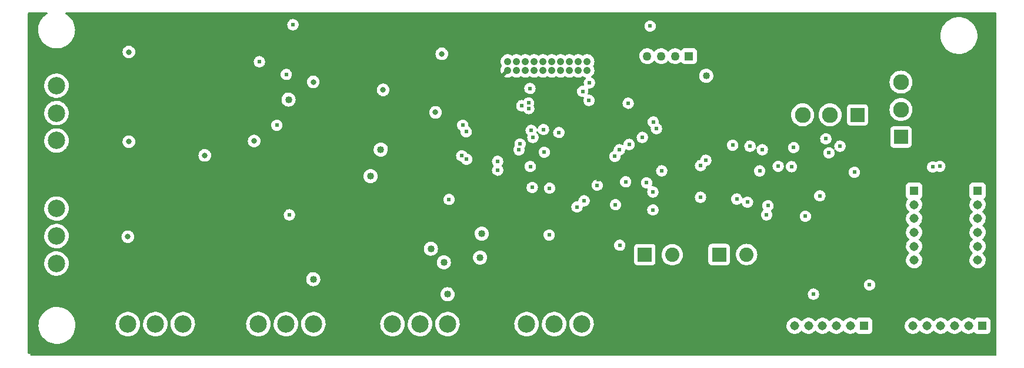
<source format=gbr>
%TF.GenerationSoftware,KiCad,Pcbnew,(6.0.2)*%
%TF.CreationDate,2022-03-05T21:41:31-07:00*%
%TF.ProjectId,L0005-Valve-Controller,4c303030-352d-4566-916c-76652d436f6e,1.0*%
%TF.SameCoordinates,Original*%
%TF.FileFunction,Copper,L3,Inr*%
%TF.FilePolarity,Positive*%
%FSLAX46Y46*%
G04 Gerber Fmt 4.6, Leading zero omitted, Abs format (unit mm)*
G04 Created by KiCad (PCBNEW (6.0.2)) date 2022-03-05 21:41:31*
%MOMM*%
%LPD*%
G01*
G04 APERTURE LIST*
%TA.AperFunction,ComponentPad*%
%ADD10C,1.066800*%
%TD*%
%TA.AperFunction,ComponentPad*%
%ADD11R,1.258000X1.258000*%
%TD*%
%TA.AperFunction,ComponentPad*%
%ADD12C,1.258000*%
%TD*%
%TA.AperFunction,ComponentPad*%
%ADD13C,2.500000*%
%TD*%
%TA.AperFunction,ComponentPad*%
%ADD14R,2.050000X2.050000*%
%TD*%
%TA.AperFunction,ComponentPad*%
%ADD15C,2.050000*%
%TD*%
%TA.AperFunction,ComponentPad*%
%ADD16C,2.286000*%
%TD*%
%TA.AperFunction,ComponentPad*%
%ADD17R,1.308000X1.308000*%
%TD*%
%TA.AperFunction,ComponentPad*%
%ADD18C,1.308000*%
%TD*%
%TA.AperFunction,ViaPad*%
%ADD19C,0.607060*%
%TD*%
%TA.AperFunction,ViaPad*%
%ADD20C,1.016000*%
%TD*%
%TA.AperFunction,ViaPad*%
%ADD21C,0.800000*%
%TD*%
G04 APERTURE END LIST*
D10*
%TO.N,3.3V*%
%TO.C,P1*%
X126939040Y-85816440D03*
%TO.N,unconnected-(P1-Pad2)*%
X126939040Y-84546440D03*
%TO.N,unconnected-(P1-Pad3)*%
X128209040Y-85816440D03*
%TO.N,Earth*%
X128209040Y-84546440D03*
%TO.N,unconnected-(P1-Pad5)*%
X129479040Y-85816440D03*
%TO.N,Earth*%
X129479040Y-84546440D03*
%TO.N,SWDIO*%
X130749040Y-85816440D03*
%TO.N,Earth*%
X130749040Y-84546440D03*
%TO.N,SWCLK*%
X132019040Y-85816440D03*
%TO.N,Earth*%
X132019040Y-84546440D03*
%TO.N,unconnected-(P1-Pad11)*%
X133289040Y-85816440D03*
%TO.N,Earth*%
X133289040Y-84546440D03*
%TO.N,SWO*%
X134559040Y-85816440D03*
%TO.N,Earth*%
X134559040Y-84546440D03*
%TO.N,NRST*%
X135829040Y-85816440D03*
%TO.N,Earth*%
X135829040Y-84546440D03*
%TO.N,unconnected-(P1-Pad17)*%
X137099040Y-85816440D03*
%TO.N,Earth*%
X137099040Y-84546440D03*
%TO.N,unconnected-(P1-Pad19)*%
X138369040Y-85816440D03*
%TO.N,Earth*%
X138369040Y-84546440D03*
%TD*%
D11*
%TO.N,5V*%
%TO.C,P2*%
X153012400Y-83781600D03*
D12*
%TO.N,RX*%
X151012400Y-83781600D03*
%TO.N,TX*%
X149012400Y-83781600D03*
%TO.N,Earth*%
X147012400Y-83781600D03*
%TD*%
D13*
%TO.N,Net-(C16-Pad2)*%
%TO.C,P3*%
X137564000Y-122428000D03*
%TO.N,AC_HOT*%
X133604000Y-122428000D03*
%TO.N,unconnected-(P3-Pad3)*%
X129644000Y-122428000D03*
%TD*%
%TO.N,Net-(C17-Pad2)*%
%TO.C,P4*%
X118260000Y-122428000D03*
%TO.N,AC_HOT*%
X114300000Y-122428000D03*
%TO.N,unconnected-(P4-Pad3)*%
X110340000Y-122428000D03*
%TD*%
%TO.N,Net-(C18-Pad2)*%
%TO.C,P5*%
X98956000Y-122428000D03*
%TO.N,AC_HOT*%
X94996000Y-122428000D03*
%TO.N,unconnected-(P5-Pad3)*%
X91036000Y-122428000D03*
%TD*%
%TO.N,Net-(C19-Pad2)*%
%TO.C,P6*%
X80160000Y-122428000D03*
%TO.N,AC_HOT*%
X76200000Y-122428000D03*
%TO.N,unconnected-(P6-Pad3)*%
X72240000Y-122428000D03*
%TD*%
D14*
%TO.N,Net-(F1-Pad2)*%
%TO.C,P9*%
X146659600Y-112420400D03*
D15*
%TO.N,AC_NEUTRAL*%
X150619600Y-112420400D03*
%TD*%
D14*
%TO.N,5V*%
%TO.C,P14*%
X177292000Y-92252800D03*
D16*
%TO.N,PG1*%
X173332000Y-92252800D03*
%TO.N,Earth*%
X169372000Y-92252800D03*
%TD*%
D14*
%TO.N,5V*%
%TO.C,P15*%
X183540400Y-95453200D03*
D16*
%TO.N,PG2*%
X183540400Y-91493200D03*
%TO.N,Earth*%
X183540400Y-87533200D03*
%TD*%
D14*
%TO.N,Net-(P16-Pad1)*%
%TO.C,P16*%
X157353000Y-112395000D03*
D15*
%TO.N,Net-(D2-Pad1)*%
X161313000Y-112395000D03*
%TD*%
D13*
%TO.N,Net-(C21-Pad2)*%
%TO.C,P8*%
X61976000Y-95960000D03*
%TO.N,AC_HOT*%
X61976000Y-92000000D03*
%TO.N,unconnected-(P8-Pad3)*%
X61976000Y-88040000D03*
%TD*%
%TO.N,Net-(C20-Pad2)*%
%TO.C,P7*%
X61976000Y-113688000D03*
%TO.N,AC_HOT*%
X61976000Y-109728000D03*
%TO.N,unconnected-(P7-Pad3)*%
X61976000Y-105768000D03*
%TD*%
D17*
%TO.N,5V*%
%TO.C,P13*%
X185420000Y-103204000D03*
D18*
%TO.N,Net-(P13-Pad2)*%
X185420000Y-105204000D03*
%TO.N,Earth*%
X185420000Y-107204000D03*
%TO.N,Net-(P13-Pad4)*%
X185420000Y-109204000D03*
%TO.N,Earth*%
X185420000Y-111204000D03*
X185420000Y-113204000D03*
%TD*%
D17*
%TO.N,5V*%
%TO.C,P12*%
X194564000Y-103204000D03*
D18*
%TO.N,Net-(P12-Pad2)*%
X194564000Y-105204000D03*
%TO.N,5V*%
X194564000Y-107204000D03*
%TO.N,Net-(P12-Pad4)*%
X194564000Y-109204000D03*
%TO.N,/Valves/SBV2_PUL5*%
X194564000Y-111204000D03*
%TO.N,Earth*%
X194564000Y-113204000D03*
%TD*%
D17*
%TO.N,5V*%
%TO.C,P10*%
X178228000Y-122682000D03*
D18*
%TO.N,Net-(P10-Pad2)*%
X176228000Y-122682000D03*
%TO.N,5V*%
X174228000Y-122682000D03*
%TO.N,Net-(P10-Pad4)*%
X172228000Y-122682000D03*
%TO.N,/Valves/SBV1_PUL5*%
X170228000Y-122682000D03*
%TO.N,Earth*%
X168228000Y-122682000D03*
%TD*%
D17*
%TO.N,5V*%
%TO.C,P11*%
X195246000Y-122682000D03*
D18*
%TO.N,Net-(P11-Pad2)*%
X193246000Y-122682000D03*
%TO.N,Earth*%
X191246000Y-122682000D03*
%TO.N,Net-(P11-Pad4)*%
X189246000Y-122682000D03*
%TO.N,Earth*%
X187246000Y-122682000D03*
X185246000Y-122682000D03*
%TD*%
D19*
%TO.N,Earth*%
X132080000Y-94361000D03*
%TO.N,SOL4*%
X130302000Y-94488000D03*
%TO.N,Net-(P10-Pad2)*%
X170942000Y-118110000D03*
%TO.N,Net-(P11-Pad4)*%
X179019200Y-116789200D03*
%TO.N,SOL5*%
X118478300Y-104457500D03*
%TO.N,Earth*%
X95504000Y-106680000D03*
X132892800Y-109575600D03*
%TO.N,3.3V*%
X130860800Y-105349040D03*
X131919980Y-105503980D03*
%TO.N,VAC_MON*%
X143065500Y-111061500D03*
%TO.N,3.3V*%
X143662400Y-110134400D03*
%TO.N,Earth*%
X142430500Y-105219500D03*
X130124200Y-88447880D03*
%TO.N,SOL6*%
X130556000Y-95504000D03*
%TO.N,SOL5*%
X134287700Y-94805500D03*
%TO.N,VAC_MON*%
X130175000Y-99695000D03*
%TO.N,SBV2_DIR*%
X146304000Y-95504000D03*
%TO.N,SBV2_EN*%
X144399000Y-96520000D03*
%TO.N,Earth*%
X154686000Y-104140000D03*
%TO.N,SBV2_PUL*%
X154686000Y-99568000D03*
%TO.N,Earth*%
X155448000Y-98806000D03*
%TO.N,3.3V*%
X158115000Y-98983800D03*
%TO.N,SOL3*%
X129932120Y-90539880D03*
%TO.N,Net-(J2-Pad2)*%
X128546860Y-97304860D03*
%TO.N,Earth*%
X96012000Y-79248000D03*
%TO.N,SBV1_DIR*%
X147828000Y-103378000D03*
%TO.N,ENCD1_A*%
X146913600Y-102057200D03*
%TO.N,ENCD1_B*%
X165862000Y-99669600D03*
%TO.N,SBV2_EN*%
X163576000Y-97282000D03*
%TO.N,Net-(P12-Pad2)*%
X168097200Y-96977200D03*
%TO.N,3.3V*%
X129689944Y-97177944D03*
%TO.N,SOL3*%
X137706100Y-88861900D03*
%TO.N,PG2*%
X138633200Y-90170000D03*
X144272000Y-90576400D03*
%TO.N,ENCD2_B*%
X147878800Y-93268800D03*
%TO.N,ENCD2_A*%
X148336000Y-94234000D03*
%TO.N,PG1*%
X147421600Y-79451200D03*
%TO.N,EXECPT*%
X138684000Y-87630000D03*
%TO.N,3.3V*%
X132283200Y-91236800D03*
%TO.N,EXECPT*%
X129959920Y-91351920D03*
%TO.N,NRST*%
X128955800Y-90932000D03*
%TO.N,Net-(P12-Pad4)*%
X189128400Y-99669600D03*
%TO.N,Net-(P12-Pad2)*%
X188112400Y-99771200D03*
%TO.N,Earth*%
X176834800Y-100533200D03*
%TO.N,Net-(P12-Pad4)*%
X173177200Y-97739200D03*
%TO.N,ENCD2_B*%
X174752000Y-96774000D03*
%TO.N,ENCD2_A*%
X172720000Y-95707200D03*
%TO.N,3.3V*%
X154686000Y-102743000D03*
%TO.N,SBV1_EN*%
X147828000Y-105968800D03*
%TO.N,ENCD1_A*%
X171856400Y-103936800D03*
%TO.N,/Valves/SBV2_PUL5*%
X169773600Y-106883200D03*
%TO.N,SBV1_EN*%
X164185600Y-106680000D03*
%TO.N,Earth*%
X164388800Y-105359200D03*
%TO.N,SBV1_DIR*%
X161442400Y-104851200D03*
%TO.N,Earth*%
X159893000Y-104394000D03*
X163195000Y-100330000D03*
X167778400Y-99725600D03*
X161798000Y-96774000D03*
%TO.N,SBV2_DIR*%
X159308800Y-96621600D03*
%TO.N,SBV2_PUL*%
X143002000Y-97282000D03*
%TO.N,ENCD1_B*%
X142341600Y-98247200D03*
%TO.N,Earth*%
X149098000Y-100330000D03*
X143911320Y-101909880D03*
%TO.N,3.3V*%
X139954000Y-101600000D03*
%TO.N,Earth*%
X139801600Y-102407720D03*
%TO.N,3.3V*%
X139382500Y-104076500D03*
%TO.N,TX*%
X137922000Y-104648000D03*
%TO.N,RX*%
X136906000Y-105537000D03*
%TO.N,Earth*%
X132959920Y-102830440D03*
X130459919Y-102727321D03*
%TO.N,PG1*%
X132181600Y-97637600D03*
%TO.N,Net-(J1-Pad2)*%
X128701800Y-96453960D03*
%TO.N,PG2*%
X125476000Y-100228400D03*
%TO.N,Earth*%
X125476000Y-98958400D03*
X121008140Y-98656140D03*
%TO.N,Net-(J2-Pad2)*%
X120314720Y-98155760D03*
%TO.N,3.3V*%
X125404880Y-95448120D03*
%TO.N,Earth*%
X120954800Y-94691200D03*
%TO.N,Net-(J1-Pad2)*%
X120462040Y-93756480D03*
%TO.N,Earth*%
X93698000Y-93754000D03*
%TO.N,SOL6*%
X95059500Y-86423500D03*
%TO.N,SOL4*%
X91186000Y-84582000D03*
D20*
%TO.N,Earth*%
X155498800Y-86614000D03*
%TO.N,3.3V*%
X159512000Y-87172800D03*
%TO.N,Net-(C16-Pad2)*%
X115869720Y-111551720D03*
X123190000Y-109387640D03*
%TO.N,Net-(C17-Pad2)*%
X107188000Y-101092000D03*
X118260000Y-118133000D03*
D21*
%TO.N,Net-(C18-Pad2)*%
X117436900Y-83451700D03*
X108988860Y-88646000D03*
X98933000Y-87503000D03*
D20*
X98933000Y-115951000D03*
D21*
%TO.N,Net-(C20-Pad2)*%
X90424000Y-96012000D03*
X83312000Y-98094800D03*
D20*
%TO.N,AC_NEUTRAL*%
X95377000Y-90043000D03*
X122946160Y-112836960D03*
D21*
X72237600Y-109829600D03*
X116531390Y-91893390D03*
D20*
X108651040Y-97254060D03*
D21*
X72390000Y-96113600D03*
X72390000Y-83185000D03*
D20*
X117734080Y-113507520D03*
%TD*%
%TA.AperFunction,Conductor*%
%TO.N,3.3V*%
G36*
X60654048Y-77490002D02*
G01*
X60700541Y-77543658D01*
X60710645Y-77613932D01*
X60681151Y-77678512D01*
X60651762Y-77703433D01*
X60448249Y-77828146D01*
X60445245Y-77830536D01*
X60445240Y-77830539D01*
X60320993Y-77929370D01*
X60193736Y-78030595D01*
X60191042Y-78033336D01*
X60191038Y-78033340D01*
X59968487Y-78259810D01*
X59968483Y-78259815D01*
X59965792Y-78262553D01*
X59908087Y-78337756D01*
X59774158Y-78512295D01*
X59767815Y-78520561D01*
X59688410Y-78655364D01*
X59612020Y-78785050D01*
X59602758Y-78800773D01*
X59473080Y-79099012D01*
X59380715Y-79410831D01*
X59327039Y-79731583D01*
X59312854Y-80056485D01*
X59323957Y-80197559D01*
X59331108Y-80288417D01*
X59338370Y-80380695D01*
X59403206Y-80699378D01*
X59506398Y-81007784D01*
X59646405Y-81301316D01*
X59821141Y-81575597D01*
X59823584Y-81578560D01*
X59823585Y-81578562D01*
X60023093Y-81820584D01*
X60028001Y-81826538D01*
X60263902Y-82050399D01*
X60525326Y-82243843D01*
X60583047Y-82276500D01*
X60805019Y-82402086D01*
X60805023Y-82402088D01*
X60808376Y-82403985D01*
X61108832Y-82528438D01*
X61212288Y-82557129D01*
X61418500Y-82614317D01*
X61418508Y-82614319D01*
X61422216Y-82615347D01*
X61743856Y-82663416D01*
X61747154Y-82663560D01*
X61858918Y-82668440D01*
X61858922Y-82668440D01*
X61860294Y-82668500D01*
X62058598Y-82668500D01*
X62300605Y-82653698D01*
X62304388Y-82652997D01*
X62304395Y-82652996D01*
X62504459Y-82615916D01*
X62620372Y-82594433D01*
X62829682Y-82528438D01*
X62926860Y-82497798D01*
X62926863Y-82497797D01*
X62930532Y-82496640D01*
X62934029Y-82495046D01*
X62934035Y-82495044D01*
X63222954Y-82363376D01*
X63222958Y-82363374D01*
X63226462Y-82361777D01*
X63300827Y-82316206D01*
X63500473Y-82193863D01*
X63500476Y-82193861D01*
X63503751Y-82191854D01*
X63506755Y-82189464D01*
X63506760Y-82189461D01*
X63631007Y-82090630D01*
X63758264Y-81989405D01*
X63760958Y-81986664D01*
X63760962Y-81986660D01*
X63983513Y-81760190D01*
X63983517Y-81760185D01*
X63986208Y-81757447D01*
X64184185Y-81499439D01*
X64349242Y-81219227D01*
X64478920Y-80920988D01*
X64494235Y-80869285D01*
X189208454Y-80869285D01*
X189208756Y-80873120D01*
X189226708Y-81101217D01*
X189233970Y-81193495D01*
X189298806Y-81512178D01*
X189401998Y-81820584D01*
X189542005Y-82114116D01*
X189716741Y-82388397D01*
X189719184Y-82391360D01*
X189719185Y-82391362D01*
X189887163Y-82595135D01*
X189923601Y-82639338D01*
X190159502Y-82863199D01*
X190420926Y-83056643D01*
X190547242Y-83128109D01*
X190700619Y-83214886D01*
X190700623Y-83214888D01*
X190703976Y-83216785D01*
X191004432Y-83341238D01*
X191035836Y-83349947D01*
X191314100Y-83427117D01*
X191314108Y-83427119D01*
X191317816Y-83428147D01*
X191639456Y-83476216D01*
X191642754Y-83476360D01*
X191754518Y-83481240D01*
X191754522Y-83481240D01*
X191755894Y-83481300D01*
X191954198Y-83481300D01*
X192196205Y-83466498D01*
X192199988Y-83465797D01*
X192199995Y-83465796D01*
X192400059Y-83428716D01*
X192515972Y-83407233D01*
X192725282Y-83341238D01*
X192822460Y-83310598D01*
X192822463Y-83310597D01*
X192826132Y-83309440D01*
X192829629Y-83307846D01*
X192829635Y-83307844D01*
X193118554Y-83176176D01*
X193118558Y-83176174D01*
X193122062Y-83174577D01*
X193125344Y-83172566D01*
X193396073Y-83006663D01*
X193396076Y-83006661D01*
X193399351Y-83004654D01*
X193402355Y-83002264D01*
X193402360Y-83002261D01*
X193532542Y-82898709D01*
X193653864Y-82802205D01*
X193656558Y-82799464D01*
X193656562Y-82799460D01*
X193879113Y-82572990D01*
X193879117Y-82572985D01*
X193881808Y-82570247D01*
X194079785Y-82312239D01*
X194198531Y-82110648D01*
X194242889Y-82035343D01*
X194242891Y-82035340D01*
X194244842Y-82032027D01*
X194374520Y-81733788D01*
X194466885Y-81421969D01*
X194520561Y-81101217D01*
X194534746Y-80776315D01*
X194521293Y-80605373D01*
X194509532Y-80455940D01*
X194509532Y-80455937D01*
X194509230Y-80452105D01*
X194444394Y-80133422D01*
X194341202Y-79825016D01*
X194323202Y-79787277D01*
X194250825Y-79635535D01*
X194201195Y-79531484D01*
X194167085Y-79477941D01*
X194074977Y-79333361D01*
X194026459Y-79257203D01*
X194018873Y-79248000D01*
X193822042Y-79009225D01*
X193822038Y-79009220D01*
X193819599Y-79006262D01*
X193583698Y-78782401D01*
X193322274Y-78588957D01*
X193117381Y-78473034D01*
X193042581Y-78430714D01*
X193042577Y-78430712D01*
X193039224Y-78428815D01*
X192738768Y-78304362D01*
X192635312Y-78275671D01*
X192429100Y-78218483D01*
X192429092Y-78218481D01*
X192425384Y-78217453D01*
X192103744Y-78169384D01*
X192100446Y-78169240D01*
X191988682Y-78164360D01*
X191988678Y-78164360D01*
X191987306Y-78164300D01*
X191789002Y-78164300D01*
X191546995Y-78179102D01*
X191543212Y-78179803D01*
X191543205Y-78179804D01*
X191387111Y-78208735D01*
X191227228Y-78238367D01*
X191150520Y-78262553D01*
X190920740Y-78335002D01*
X190920737Y-78335003D01*
X190917068Y-78336160D01*
X190913571Y-78337754D01*
X190913565Y-78337756D01*
X190624646Y-78469424D01*
X190624642Y-78469426D01*
X190621138Y-78471023D01*
X190617859Y-78473033D01*
X190617856Y-78473034D01*
X190392472Y-78611150D01*
X190343849Y-78640946D01*
X190340845Y-78643336D01*
X190340840Y-78643339D01*
X190229974Y-78731526D01*
X190089336Y-78843395D01*
X190086642Y-78846136D01*
X190086638Y-78846140D01*
X189864087Y-79072610D01*
X189864083Y-79072615D01*
X189861392Y-79075353D01*
X189663415Y-79333361D01*
X189498358Y-79613573D01*
X189368680Y-79911812D01*
X189367586Y-79915506D01*
X189367584Y-79915511D01*
X189348090Y-79981323D01*
X189276315Y-80223631D01*
X189222639Y-80544383D01*
X189208454Y-80869285D01*
X64494235Y-80869285D01*
X64571285Y-80609169D01*
X64624961Y-80288417D01*
X64639146Y-79963515D01*
X64621600Y-79740568D01*
X64613932Y-79643140D01*
X64613932Y-79643137D01*
X64613630Y-79639305D01*
X64548794Y-79320622D01*
X64520677Y-79236591D01*
X95194912Y-79236591D01*
X95212689Y-79417899D01*
X95270193Y-79590763D01*
X95273842Y-79596788D01*
X95304522Y-79647446D01*
X95364566Y-79746591D01*
X95491118Y-79877639D01*
X95497015Y-79881498D01*
X95637659Y-79973534D01*
X95637663Y-79973536D01*
X95643557Y-79977393D01*
X95814309Y-80040895D01*
X95821290Y-80041826D01*
X95821292Y-80041827D01*
X95875931Y-80049117D01*
X95994887Y-80064989D01*
X96001898Y-80064351D01*
X96001902Y-80064351D01*
X96169293Y-80049117D01*
X96176314Y-80048478D01*
X96183016Y-80046300D01*
X96183018Y-80046300D01*
X96342877Y-79994359D01*
X96342880Y-79994358D01*
X96349576Y-79992182D01*
X96506059Y-79898899D01*
X96511159Y-79894042D01*
X96511162Y-79894040D01*
X96587287Y-79821546D01*
X96637987Y-79773265D01*
X96652344Y-79751657D01*
X96716947Y-79654421D01*
X96738803Y-79621526D01*
X96803495Y-79451221D01*
X96805101Y-79439791D01*
X146604512Y-79439791D01*
X146622289Y-79621099D01*
X146679793Y-79793963D01*
X146683442Y-79799988D01*
X146745529Y-79902505D01*
X146774166Y-79949791D01*
X146900718Y-80080839D01*
X146906615Y-80084698D01*
X147047259Y-80176734D01*
X147047263Y-80176736D01*
X147053157Y-80180593D01*
X147223909Y-80244095D01*
X147230890Y-80245026D01*
X147230892Y-80245027D01*
X147285531Y-80252317D01*
X147404487Y-80268189D01*
X147411498Y-80267551D01*
X147411502Y-80267551D01*
X147578893Y-80252317D01*
X147585914Y-80251678D01*
X147592616Y-80249500D01*
X147592618Y-80249500D01*
X147752477Y-80197559D01*
X147752480Y-80197558D01*
X147759176Y-80195382D01*
X147915659Y-80102099D01*
X147920759Y-80097242D01*
X147920762Y-80097240D01*
X147982507Y-80038440D01*
X148047587Y-79976465D01*
X148061944Y-79954857D01*
X148099122Y-79898899D01*
X148148403Y-79824726D01*
X148213095Y-79654421D01*
X148238449Y-79474017D01*
X148238768Y-79451200D01*
X148218461Y-79270158D01*
X148215079Y-79260447D01*
X148160864Y-79104760D01*
X148160863Y-79104758D01*
X148158549Y-79098113D01*
X148136509Y-79062841D01*
X148065742Y-78949592D01*
X148062009Y-78943618D01*
X148003460Y-78884658D01*
X147938603Y-78819347D01*
X147933641Y-78814350D01*
X147917804Y-78804299D01*
X147826556Y-78746392D01*
X147779823Y-78716734D01*
X147725295Y-78697317D01*
X147614835Y-78657984D01*
X147614833Y-78657983D01*
X147608201Y-78655622D01*
X147601215Y-78654789D01*
X147601211Y-78654788D01*
X147468273Y-78638937D01*
X147427305Y-78634052D01*
X147420302Y-78634788D01*
X147420301Y-78634788D01*
X147253125Y-78652359D01*
X147253123Y-78652360D01*
X147246125Y-78653095D01*
X147155526Y-78683937D01*
X147080337Y-78709533D01*
X147080334Y-78709534D01*
X147073667Y-78711804D01*
X147067669Y-78715494D01*
X147067667Y-78715495D01*
X146934440Y-78797457D01*
X146918501Y-78807263D01*
X146884048Y-78841002D01*
X146832702Y-78891284D01*
X146788340Y-78934726D01*
X146689653Y-79087858D01*
X146687242Y-79094481D01*
X146687241Y-79094484D01*
X146629755Y-79252426D01*
X146629754Y-79252431D01*
X146627345Y-79259049D01*
X146604512Y-79439791D01*
X96805101Y-79439791D01*
X96820490Y-79330298D01*
X96828298Y-79274741D01*
X96828299Y-79274733D01*
X96828849Y-79270817D01*
X96829168Y-79248000D01*
X96812871Y-79102711D01*
X96809646Y-79073955D01*
X96809646Y-79073954D01*
X96808861Y-79066958D01*
X96806546Y-79060310D01*
X96751264Y-78901560D01*
X96751263Y-78901558D01*
X96748949Y-78894913D01*
X96652409Y-78740418D01*
X96524041Y-78611150D01*
X96489071Y-78588957D01*
X96465299Y-78573871D01*
X96370223Y-78513534D01*
X96250839Y-78471023D01*
X96205235Y-78454784D01*
X96205233Y-78454783D01*
X96198601Y-78452422D01*
X96191615Y-78451589D01*
X96191611Y-78451588D01*
X96063603Y-78436325D01*
X96017705Y-78430852D01*
X96010702Y-78431588D01*
X96010701Y-78431588D01*
X95843525Y-78449159D01*
X95843523Y-78449160D01*
X95836525Y-78449895D01*
X95768554Y-78473034D01*
X95670737Y-78506333D01*
X95670734Y-78506334D01*
X95664067Y-78508604D01*
X95658069Y-78512294D01*
X95658067Y-78512295D01*
X95536542Y-78587058D01*
X95508901Y-78604063D01*
X95478277Y-78634052D01*
X95401199Y-78709533D01*
X95378740Y-78731526D01*
X95280053Y-78884658D01*
X95277642Y-78891281D01*
X95277641Y-78891284D01*
X95220155Y-79049226D01*
X95220154Y-79049231D01*
X95217745Y-79055849D01*
X95194912Y-79236591D01*
X64520677Y-79236591D01*
X64445602Y-79012216D01*
X64305595Y-78718684D01*
X64299766Y-78709533D01*
X64179377Y-78520561D01*
X64130859Y-78444403D01*
X64120295Y-78431588D01*
X63926442Y-78196425D01*
X63926438Y-78196420D01*
X63923999Y-78193462D01*
X63688098Y-77969601D01*
X63426674Y-77776157D01*
X63302080Y-77705665D01*
X63252640Y-77654712D01*
X63238596Y-77585118D01*
X63264406Y-77518979D01*
X63321877Y-77477294D01*
X63364125Y-77470000D01*
X197130400Y-77470000D01*
X197198521Y-77490002D01*
X197245014Y-77543658D01*
X197256400Y-77596000D01*
X197256400Y-126874000D01*
X197236398Y-126942121D01*
X197182742Y-126988614D01*
X197130400Y-127000000D01*
X58317790Y-127000000D01*
X58249669Y-126979998D01*
X58203176Y-126926342D01*
X58193072Y-126856068D01*
X58222566Y-126791488D01*
X58228695Y-126784905D01*
X58267600Y-126746000D01*
X57987200Y-126746000D01*
X57919079Y-126725998D01*
X57872586Y-126672342D01*
X57861200Y-126620000D01*
X57861200Y-122664985D01*
X59376354Y-122664985D01*
X59376656Y-122668820D01*
X59395138Y-122903651D01*
X59401870Y-122989195D01*
X59466706Y-123307878D01*
X59569898Y-123616284D01*
X59709905Y-123909816D01*
X59711967Y-123913053D01*
X59711970Y-123913058D01*
X59760813Y-123989726D01*
X59884641Y-124184097D01*
X59887084Y-124187060D01*
X59887085Y-124187062D01*
X60036808Y-124368690D01*
X60091501Y-124435038D01*
X60327402Y-124658899D01*
X60588826Y-124852343D01*
X60730351Y-124932414D01*
X60868519Y-125010586D01*
X60868523Y-125010588D01*
X60871876Y-125012485D01*
X61172332Y-125136938D01*
X61275788Y-125165629D01*
X61482000Y-125222817D01*
X61482008Y-125222819D01*
X61485716Y-125223847D01*
X61807356Y-125271916D01*
X61810654Y-125272060D01*
X61922418Y-125276940D01*
X61922422Y-125276940D01*
X61923794Y-125277000D01*
X62122098Y-125277000D01*
X62364105Y-125262198D01*
X62367888Y-125261497D01*
X62367895Y-125261496D01*
X62567959Y-125224416D01*
X62683872Y-125202933D01*
X62893182Y-125136938D01*
X62990360Y-125106298D01*
X62990363Y-125106297D01*
X62994032Y-125105140D01*
X62997529Y-125103546D01*
X62997535Y-125103544D01*
X63286454Y-124971876D01*
X63286458Y-124971874D01*
X63289962Y-124970277D01*
X63567251Y-124800354D01*
X63570255Y-124797964D01*
X63570260Y-124797961D01*
X63694508Y-124699129D01*
X63821764Y-124597905D01*
X63824458Y-124595164D01*
X63824462Y-124595160D01*
X64047013Y-124368690D01*
X64047017Y-124368685D01*
X64049708Y-124365947D01*
X64247685Y-124107939D01*
X64396886Y-123854646D01*
X64410789Y-123831043D01*
X64410791Y-123831040D01*
X64412742Y-123827727D01*
X64542420Y-123529488D01*
X64548924Y-123507533D01*
X64609181Y-123304107D01*
X64634785Y-123217669D01*
X64688461Y-122896917D01*
X64702646Y-122572015D01*
X64687679Y-122381839D01*
X70477173Y-122381839D01*
X70477397Y-122386505D01*
X70477397Y-122386511D01*
X70483443Y-122512374D01*
X70489713Y-122642908D01*
X70540704Y-122899256D01*
X70629026Y-123145252D01*
X70631242Y-123149376D01*
X70695753Y-123269437D01*
X70752737Y-123375491D01*
X70755532Y-123379234D01*
X70755534Y-123379237D01*
X70906330Y-123581177D01*
X70906335Y-123581183D01*
X70909122Y-123584915D01*
X70912431Y-123588195D01*
X70912436Y-123588201D01*
X71091426Y-123765635D01*
X71094743Y-123768923D01*
X71098505Y-123771681D01*
X71098508Y-123771684D01*
X71282167Y-123906348D01*
X71305524Y-123923474D01*
X71309667Y-123925654D01*
X71309669Y-123925655D01*
X71532684Y-124042989D01*
X71532689Y-124042991D01*
X71536834Y-124045172D01*
X71783590Y-124131344D01*
X71788183Y-124132216D01*
X72035785Y-124179224D01*
X72035788Y-124179224D01*
X72040374Y-124180095D01*
X72170958Y-124185226D01*
X72296875Y-124190174D01*
X72296881Y-124190174D01*
X72301543Y-124190357D01*
X72388322Y-124180853D01*
X72556707Y-124162412D01*
X72556712Y-124162411D01*
X72561360Y-124161902D01*
X72674116Y-124132216D01*
X72809594Y-124096548D01*
X72809596Y-124096547D01*
X72814117Y-124095357D01*
X73054262Y-123992182D01*
X73276519Y-123854646D01*
X73280082Y-123851629D01*
X73280087Y-123851626D01*
X73472439Y-123688787D01*
X73472440Y-123688786D01*
X73476005Y-123685768D01*
X73540137Y-123612640D01*
X73645257Y-123492774D01*
X73645261Y-123492769D01*
X73648339Y-123489259D01*
X73721529Y-123375473D01*
X73765007Y-123307878D01*
X73789733Y-123269437D01*
X73897083Y-123031129D01*
X73968030Y-122779572D01*
X73985060Y-122645704D01*
X74000616Y-122523421D01*
X74000616Y-122523417D01*
X74001014Y-122520291D01*
X74003431Y-122428000D01*
X74000001Y-122381839D01*
X74437173Y-122381839D01*
X74437397Y-122386505D01*
X74437397Y-122386511D01*
X74443443Y-122512374D01*
X74449713Y-122642908D01*
X74500704Y-122899256D01*
X74589026Y-123145252D01*
X74591242Y-123149376D01*
X74655753Y-123269437D01*
X74712737Y-123375491D01*
X74715532Y-123379234D01*
X74715534Y-123379237D01*
X74866330Y-123581177D01*
X74866335Y-123581183D01*
X74869122Y-123584915D01*
X74872431Y-123588195D01*
X74872436Y-123588201D01*
X75051426Y-123765635D01*
X75054743Y-123768923D01*
X75058505Y-123771681D01*
X75058508Y-123771684D01*
X75242167Y-123906348D01*
X75265524Y-123923474D01*
X75269667Y-123925654D01*
X75269669Y-123925655D01*
X75492684Y-124042989D01*
X75492689Y-124042991D01*
X75496834Y-124045172D01*
X75743590Y-124131344D01*
X75748183Y-124132216D01*
X75995785Y-124179224D01*
X75995788Y-124179224D01*
X76000374Y-124180095D01*
X76130958Y-124185226D01*
X76256875Y-124190174D01*
X76256881Y-124190174D01*
X76261543Y-124190357D01*
X76348322Y-124180853D01*
X76516707Y-124162412D01*
X76516712Y-124162411D01*
X76521360Y-124161902D01*
X76634116Y-124132216D01*
X76769594Y-124096548D01*
X76769596Y-124096547D01*
X76774117Y-124095357D01*
X77014262Y-123992182D01*
X77236519Y-123854646D01*
X77240082Y-123851629D01*
X77240087Y-123851626D01*
X77432439Y-123688787D01*
X77432440Y-123688786D01*
X77436005Y-123685768D01*
X77500137Y-123612640D01*
X77605257Y-123492774D01*
X77605261Y-123492769D01*
X77608339Y-123489259D01*
X77681529Y-123375473D01*
X77725007Y-123307878D01*
X77749733Y-123269437D01*
X77857083Y-123031129D01*
X77928030Y-122779572D01*
X77945060Y-122645704D01*
X77960616Y-122523421D01*
X77960616Y-122523417D01*
X77961014Y-122520291D01*
X77963431Y-122428000D01*
X77960001Y-122381839D01*
X78397173Y-122381839D01*
X78397397Y-122386505D01*
X78397397Y-122386511D01*
X78403443Y-122512374D01*
X78409713Y-122642908D01*
X78460704Y-122899256D01*
X78549026Y-123145252D01*
X78551242Y-123149376D01*
X78615753Y-123269437D01*
X78672737Y-123375491D01*
X78675532Y-123379234D01*
X78675534Y-123379237D01*
X78826330Y-123581177D01*
X78826335Y-123581183D01*
X78829122Y-123584915D01*
X78832431Y-123588195D01*
X78832436Y-123588201D01*
X79011426Y-123765635D01*
X79014743Y-123768923D01*
X79018505Y-123771681D01*
X79018508Y-123771684D01*
X79202167Y-123906348D01*
X79225524Y-123923474D01*
X79229667Y-123925654D01*
X79229669Y-123925655D01*
X79452684Y-124042989D01*
X79452689Y-124042991D01*
X79456834Y-124045172D01*
X79703590Y-124131344D01*
X79708183Y-124132216D01*
X79955785Y-124179224D01*
X79955788Y-124179224D01*
X79960374Y-124180095D01*
X80090958Y-124185226D01*
X80216875Y-124190174D01*
X80216881Y-124190174D01*
X80221543Y-124190357D01*
X80308322Y-124180853D01*
X80476707Y-124162412D01*
X80476712Y-124162411D01*
X80481360Y-124161902D01*
X80594116Y-124132216D01*
X80729594Y-124096548D01*
X80729596Y-124096547D01*
X80734117Y-124095357D01*
X80974262Y-123992182D01*
X81196519Y-123854646D01*
X81200082Y-123851629D01*
X81200087Y-123851626D01*
X81392439Y-123688787D01*
X81392440Y-123688786D01*
X81396005Y-123685768D01*
X81460137Y-123612640D01*
X81565257Y-123492774D01*
X81565261Y-123492769D01*
X81568339Y-123489259D01*
X81641529Y-123375473D01*
X81685007Y-123307878D01*
X81709733Y-123269437D01*
X81817083Y-123031129D01*
X81888030Y-122779572D01*
X81905060Y-122645704D01*
X81920616Y-122523421D01*
X81920616Y-122523417D01*
X81921014Y-122520291D01*
X81923431Y-122428000D01*
X81920001Y-122381839D01*
X89273173Y-122381839D01*
X89273397Y-122386505D01*
X89273397Y-122386511D01*
X89279443Y-122512374D01*
X89285713Y-122642908D01*
X89336704Y-122899256D01*
X89425026Y-123145252D01*
X89427242Y-123149376D01*
X89491753Y-123269437D01*
X89548737Y-123375491D01*
X89551532Y-123379234D01*
X89551534Y-123379237D01*
X89702330Y-123581177D01*
X89702335Y-123581183D01*
X89705122Y-123584915D01*
X89708431Y-123588195D01*
X89708436Y-123588201D01*
X89887426Y-123765635D01*
X89890743Y-123768923D01*
X89894505Y-123771681D01*
X89894508Y-123771684D01*
X90078167Y-123906348D01*
X90101524Y-123923474D01*
X90105667Y-123925654D01*
X90105669Y-123925655D01*
X90328684Y-124042989D01*
X90328689Y-124042991D01*
X90332834Y-124045172D01*
X90579590Y-124131344D01*
X90584183Y-124132216D01*
X90831785Y-124179224D01*
X90831788Y-124179224D01*
X90836374Y-124180095D01*
X90966958Y-124185226D01*
X91092875Y-124190174D01*
X91092881Y-124190174D01*
X91097543Y-124190357D01*
X91184322Y-124180853D01*
X91352707Y-124162412D01*
X91352712Y-124162411D01*
X91357360Y-124161902D01*
X91470116Y-124132216D01*
X91605594Y-124096548D01*
X91605596Y-124096547D01*
X91610117Y-124095357D01*
X91850262Y-123992182D01*
X92072519Y-123854646D01*
X92076082Y-123851629D01*
X92076087Y-123851626D01*
X92268439Y-123688787D01*
X92268440Y-123688786D01*
X92272005Y-123685768D01*
X92336137Y-123612640D01*
X92441257Y-123492774D01*
X92441261Y-123492769D01*
X92444339Y-123489259D01*
X92517529Y-123375473D01*
X92561007Y-123307878D01*
X92585733Y-123269437D01*
X92693083Y-123031129D01*
X92764030Y-122779572D01*
X92781060Y-122645704D01*
X92796616Y-122523421D01*
X92796616Y-122523417D01*
X92797014Y-122520291D01*
X92799431Y-122428000D01*
X92796001Y-122381839D01*
X93233173Y-122381839D01*
X93233397Y-122386505D01*
X93233397Y-122386511D01*
X93239443Y-122512374D01*
X93245713Y-122642908D01*
X93296704Y-122899256D01*
X93385026Y-123145252D01*
X93387242Y-123149376D01*
X93451753Y-123269437D01*
X93508737Y-123375491D01*
X93511532Y-123379234D01*
X93511534Y-123379237D01*
X93662330Y-123581177D01*
X93662335Y-123581183D01*
X93665122Y-123584915D01*
X93668431Y-123588195D01*
X93668436Y-123588201D01*
X93847426Y-123765635D01*
X93850743Y-123768923D01*
X93854505Y-123771681D01*
X93854508Y-123771684D01*
X94038167Y-123906348D01*
X94061524Y-123923474D01*
X94065667Y-123925654D01*
X94065669Y-123925655D01*
X94288684Y-124042989D01*
X94288689Y-124042991D01*
X94292834Y-124045172D01*
X94539590Y-124131344D01*
X94544183Y-124132216D01*
X94791785Y-124179224D01*
X94791788Y-124179224D01*
X94796374Y-124180095D01*
X94926958Y-124185226D01*
X95052875Y-124190174D01*
X95052881Y-124190174D01*
X95057543Y-124190357D01*
X95144322Y-124180853D01*
X95312707Y-124162412D01*
X95312712Y-124162411D01*
X95317360Y-124161902D01*
X95430116Y-124132216D01*
X95565594Y-124096548D01*
X95565596Y-124096547D01*
X95570117Y-124095357D01*
X95810262Y-123992182D01*
X96032519Y-123854646D01*
X96036082Y-123851629D01*
X96036087Y-123851626D01*
X96228439Y-123688787D01*
X96228440Y-123688786D01*
X96232005Y-123685768D01*
X96296137Y-123612640D01*
X96401257Y-123492774D01*
X96401261Y-123492769D01*
X96404339Y-123489259D01*
X96477529Y-123375473D01*
X96521007Y-123307878D01*
X96545733Y-123269437D01*
X96653083Y-123031129D01*
X96724030Y-122779572D01*
X96741060Y-122645704D01*
X96756616Y-122523421D01*
X96756616Y-122523417D01*
X96757014Y-122520291D01*
X96759431Y-122428000D01*
X96756001Y-122381839D01*
X97193173Y-122381839D01*
X97193397Y-122386505D01*
X97193397Y-122386511D01*
X97199443Y-122512374D01*
X97205713Y-122642908D01*
X97256704Y-122899256D01*
X97345026Y-123145252D01*
X97347242Y-123149376D01*
X97411753Y-123269437D01*
X97468737Y-123375491D01*
X97471532Y-123379234D01*
X97471534Y-123379237D01*
X97622330Y-123581177D01*
X97622335Y-123581183D01*
X97625122Y-123584915D01*
X97628431Y-123588195D01*
X97628436Y-123588201D01*
X97807426Y-123765635D01*
X97810743Y-123768923D01*
X97814505Y-123771681D01*
X97814508Y-123771684D01*
X97998167Y-123906348D01*
X98021524Y-123923474D01*
X98025667Y-123925654D01*
X98025669Y-123925655D01*
X98248684Y-124042989D01*
X98248689Y-124042991D01*
X98252834Y-124045172D01*
X98499590Y-124131344D01*
X98504183Y-124132216D01*
X98751785Y-124179224D01*
X98751788Y-124179224D01*
X98756374Y-124180095D01*
X98886958Y-124185226D01*
X99012875Y-124190174D01*
X99012881Y-124190174D01*
X99017543Y-124190357D01*
X99104322Y-124180853D01*
X99272707Y-124162412D01*
X99272712Y-124162411D01*
X99277360Y-124161902D01*
X99390116Y-124132216D01*
X99525594Y-124096548D01*
X99525596Y-124096547D01*
X99530117Y-124095357D01*
X99770262Y-123992182D01*
X99992519Y-123854646D01*
X99996082Y-123851629D01*
X99996087Y-123851626D01*
X100188439Y-123688787D01*
X100188440Y-123688786D01*
X100192005Y-123685768D01*
X100256137Y-123612640D01*
X100361257Y-123492774D01*
X100361261Y-123492769D01*
X100364339Y-123489259D01*
X100437529Y-123375473D01*
X100481007Y-123307878D01*
X100505733Y-123269437D01*
X100613083Y-123031129D01*
X100684030Y-122779572D01*
X100701060Y-122645704D01*
X100716616Y-122523421D01*
X100716616Y-122523417D01*
X100717014Y-122520291D01*
X100719431Y-122428000D01*
X100716001Y-122381839D01*
X108577173Y-122381839D01*
X108577397Y-122386505D01*
X108577397Y-122386511D01*
X108583443Y-122512374D01*
X108589713Y-122642908D01*
X108640704Y-122899256D01*
X108729026Y-123145252D01*
X108731242Y-123149376D01*
X108795753Y-123269437D01*
X108852737Y-123375491D01*
X108855532Y-123379234D01*
X108855534Y-123379237D01*
X109006330Y-123581177D01*
X109006335Y-123581183D01*
X109009122Y-123584915D01*
X109012431Y-123588195D01*
X109012436Y-123588201D01*
X109191426Y-123765635D01*
X109194743Y-123768923D01*
X109198505Y-123771681D01*
X109198508Y-123771684D01*
X109382167Y-123906348D01*
X109405524Y-123923474D01*
X109409667Y-123925654D01*
X109409669Y-123925655D01*
X109632684Y-124042989D01*
X109632689Y-124042991D01*
X109636834Y-124045172D01*
X109883590Y-124131344D01*
X109888183Y-124132216D01*
X110135785Y-124179224D01*
X110135788Y-124179224D01*
X110140374Y-124180095D01*
X110270958Y-124185226D01*
X110396875Y-124190174D01*
X110396881Y-124190174D01*
X110401543Y-124190357D01*
X110488322Y-124180853D01*
X110656707Y-124162412D01*
X110656712Y-124162411D01*
X110661360Y-124161902D01*
X110774116Y-124132216D01*
X110909594Y-124096548D01*
X110909596Y-124096547D01*
X110914117Y-124095357D01*
X111154262Y-123992182D01*
X111376519Y-123854646D01*
X111380082Y-123851629D01*
X111380087Y-123851626D01*
X111572439Y-123688787D01*
X111572440Y-123688786D01*
X111576005Y-123685768D01*
X111640137Y-123612640D01*
X111745257Y-123492774D01*
X111745261Y-123492769D01*
X111748339Y-123489259D01*
X111821529Y-123375473D01*
X111865007Y-123307878D01*
X111889733Y-123269437D01*
X111997083Y-123031129D01*
X112068030Y-122779572D01*
X112085060Y-122645704D01*
X112100616Y-122523421D01*
X112100616Y-122523417D01*
X112101014Y-122520291D01*
X112103431Y-122428000D01*
X112100001Y-122381839D01*
X112537173Y-122381839D01*
X112537397Y-122386505D01*
X112537397Y-122386511D01*
X112543443Y-122512374D01*
X112549713Y-122642908D01*
X112600704Y-122899256D01*
X112689026Y-123145252D01*
X112691242Y-123149376D01*
X112755753Y-123269437D01*
X112812737Y-123375491D01*
X112815532Y-123379234D01*
X112815534Y-123379237D01*
X112966330Y-123581177D01*
X112966335Y-123581183D01*
X112969122Y-123584915D01*
X112972431Y-123588195D01*
X112972436Y-123588201D01*
X113151426Y-123765635D01*
X113154743Y-123768923D01*
X113158505Y-123771681D01*
X113158508Y-123771684D01*
X113342167Y-123906348D01*
X113365524Y-123923474D01*
X113369667Y-123925654D01*
X113369669Y-123925655D01*
X113592684Y-124042989D01*
X113592689Y-124042991D01*
X113596834Y-124045172D01*
X113843590Y-124131344D01*
X113848183Y-124132216D01*
X114095785Y-124179224D01*
X114095788Y-124179224D01*
X114100374Y-124180095D01*
X114230958Y-124185226D01*
X114356875Y-124190174D01*
X114356881Y-124190174D01*
X114361543Y-124190357D01*
X114448322Y-124180853D01*
X114616707Y-124162412D01*
X114616712Y-124162411D01*
X114621360Y-124161902D01*
X114734116Y-124132216D01*
X114869594Y-124096548D01*
X114869596Y-124096547D01*
X114874117Y-124095357D01*
X115114262Y-123992182D01*
X115336519Y-123854646D01*
X115340082Y-123851629D01*
X115340087Y-123851626D01*
X115532439Y-123688787D01*
X115532440Y-123688786D01*
X115536005Y-123685768D01*
X115600137Y-123612640D01*
X115705257Y-123492774D01*
X115705261Y-123492769D01*
X115708339Y-123489259D01*
X115781529Y-123375473D01*
X115825007Y-123307878D01*
X115849733Y-123269437D01*
X115957083Y-123031129D01*
X116028030Y-122779572D01*
X116045060Y-122645704D01*
X116060616Y-122523421D01*
X116060616Y-122523417D01*
X116061014Y-122520291D01*
X116063431Y-122428000D01*
X116060001Y-122381839D01*
X116497173Y-122381839D01*
X116497397Y-122386505D01*
X116497397Y-122386511D01*
X116503443Y-122512374D01*
X116509713Y-122642908D01*
X116560704Y-122899256D01*
X116649026Y-123145252D01*
X116651242Y-123149376D01*
X116715753Y-123269437D01*
X116772737Y-123375491D01*
X116775532Y-123379234D01*
X116775534Y-123379237D01*
X116926330Y-123581177D01*
X116926335Y-123581183D01*
X116929122Y-123584915D01*
X116932431Y-123588195D01*
X116932436Y-123588201D01*
X117111426Y-123765635D01*
X117114743Y-123768923D01*
X117118505Y-123771681D01*
X117118508Y-123771684D01*
X117302167Y-123906348D01*
X117325524Y-123923474D01*
X117329667Y-123925654D01*
X117329669Y-123925655D01*
X117552684Y-124042989D01*
X117552689Y-124042991D01*
X117556834Y-124045172D01*
X117803590Y-124131344D01*
X117808183Y-124132216D01*
X118055785Y-124179224D01*
X118055788Y-124179224D01*
X118060374Y-124180095D01*
X118190958Y-124185226D01*
X118316875Y-124190174D01*
X118316881Y-124190174D01*
X118321543Y-124190357D01*
X118408322Y-124180853D01*
X118576707Y-124162412D01*
X118576712Y-124162411D01*
X118581360Y-124161902D01*
X118694116Y-124132216D01*
X118829594Y-124096548D01*
X118829596Y-124096547D01*
X118834117Y-124095357D01*
X119074262Y-123992182D01*
X119296519Y-123854646D01*
X119300082Y-123851629D01*
X119300087Y-123851626D01*
X119492439Y-123688787D01*
X119492440Y-123688786D01*
X119496005Y-123685768D01*
X119560137Y-123612640D01*
X119665257Y-123492774D01*
X119665261Y-123492769D01*
X119668339Y-123489259D01*
X119741529Y-123375473D01*
X119785007Y-123307878D01*
X119809733Y-123269437D01*
X119917083Y-123031129D01*
X119988030Y-122779572D01*
X120005060Y-122645704D01*
X120020616Y-122523421D01*
X120020616Y-122523417D01*
X120021014Y-122520291D01*
X120023431Y-122428000D01*
X120020001Y-122381839D01*
X127881173Y-122381839D01*
X127881397Y-122386505D01*
X127881397Y-122386511D01*
X127887443Y-122512374D01*
X127893713Y-122642908D01*
X127944704Y-122899256D01*
X128033026Y-123145252D01*
X128035242Y-123149376D01*
X128099753Y-123269437D01*
X128156737Y-123375491D01*
X128159532Y-123379234D01*
X128159534Y-123379237D01*
X128310330Y-123581177D01*
X128310335Y-123581183D01*
X128313122Y-123584915D01*
X128316431Y-123588195D01*
X128316436Y-123588201D01*
X128495426Y-123765635D01*
X128498743Y-123768923D01*
X128502505Y-123771681D01*
X128502508Y-123771684D01*
X128686167Y-123906348D01*
X128709524Y-123923474D01*
X128713667Y-123925654D01*
X128713669Y-123925655D01*
X128936684Y-124042989D01*
X128936689Y-124042991D01*
X128940834Y-124045172D01*
X129187590Y-124131344D01*
X129192183Y-124132216D01*
X129439785Y-124179224D01*
X129439788Y-124179224D01*
X129444374Y-124180095D01*
X129574958Y-124185226D01*
X129700875Y-124190174D01*
X129700881Y-124190174D01*
X129705543Y-124190357D01*
X129792322Y-124180853D01*
X129960707Y-124162412D01*
X129960712Y-124162411D01*
X129965360Y-124161902D01*
X130078116Y-124132216D01*
X130213594Y-124096548D01*
X130213596Y-124096547D01*
X130218117Y-124095357D01*
X130458262Y-123992182D01*
X130680519Y-123854646D01*
X130684082Y-123851629D01*
X130684087Y-123851626D01*
X130876439Y-123688787D01*
X130876440Y-123688786D01*
X130880005Y-123685768D01*
X130944137Y-123612640D01*
X131049257Y-123492774D01*
X131049261Y-123492769D01*
X131052339Y-123489259D01*
X131125529Y-123375473D01*
X131169007Y-123307878D01*
X131193733Y-123269437D01*
X131301083Y-123031129D01*
X131372030Y-122779572D01*
X131389060Y-122645704D01*
X131404616Y-122523421D01*
X131404616Y-122523417D01*
X131405014Y-122520291D01*
X131407431Y-122428000D01*
X131404001Y-122381839D01*
X131841173Y-122381839D01*
X131841397Y-122386505D01*
X131841397Y-122386511D01*
X131847443Y-122512374D01*
X131853713Y-122642908D01*
X131904704Y-122899256D01*
X131993026Y-123145252D01*
X131995242Y-123149376D01*
X132059753Y-123269437D01*
X132116737Y-123375491D01*
X132119532Y-123379234D01*
X132119534Y-123379237D01*
X132270330Y-123581177D01*
X132270335Y-123581183D01*
X132273122Y-123584915D01*
X132276431Y-123588195D01*
X132276436Y-123588201D01*
X132455426Y-123765635D01*
X132458743Y-123768923D01*
X132462505Y-123771681D01*
X132462508Y-123771684D01*
X132646167Y-123906348D01*
X132669524Y-123923474D01*
X132673667Y-123925654D01*
X132673669Y-123925655D01*
X132896684Y-124042989D01*
X132896689Y-124042991D01*
X132900834Y-124045172D01*
X133147590Y-124131344D01*
X133152183Y-124132216D01*
X133399785Y-124179224D01*
X133399788Y-124179224D01*
X133404374Y-124180095D01*
X133534958Y-124185226D01*
X133660875Y-124190174D01*
X133660881Y-124190174D01*
X133665543Y-124190357D01*
X133752322Y-124180853D01*
X133920707Y-124162412D01*
X133920712Y-124162411D01*
X133925360Y-124161902D01*
X134038116Y-124132216D01*
X134173594Y-124096548D01*
X134173596Y-124096547D01*
X134178117Y-124095357D01*
X134418262Y-123992182D01*
X134640519Y-123854646D01*
X134644082Y-123851629D01*
X134644087Y-123851626D01*
X134836439Y-123688787D01*
X134836440Y-123688786D01*
X134840005Y-123685768D01*
X134904137Y-123612640D01*
X135009257Y-123492774D01*
X135009261Y-123492769D01*
X135012339Y-123489259D01*
X135085529Y-123375473D01*
X135129007Y-123307878D01*
X135153733Y-123269437D01*
X135261083Y-123031129D01*
X135332030Y-122779572D01*
X135349060Y-122645704D01*
X135364616Y-122523421D01*
X135364616Y-122523417D01*
X135365014Y-122520291D01*
X135367431Y-122428000D01*
X135364001Y-122381839D01*
X135801173Y-122381839D01*
X135801397Y-122386505D01*
X135801397Y-122386511D01*
X135807443Y-122512374D01*
X135813713Y-122642908D01*
X135864704Y-122899256D01*
X135953026Y-123145252D01*
X135955242Y-123149376D01*
X136019753Y-123269437D01*
X136076737Y-123375491D01*
X136079532Y-123379234D01*
X136079534Y-123379237D01*
X136230330Y-123581177D01*
X136230335Y-123581183D01*
X136233122Y-123584915D01*
X136236431Y-123588195D01*
X136236436Y-123588201D01*
X136415426Y-123765635D01*
X136418743Y-123768923D01*
X136422505Y-123771681D01*
X136422508Y-123771684D01*
X136606167Y-123906348D01*
X136629524Y-123923474D01*
X136633667Y-123925654D01*
X136633669Y-123925655D01*
X136856684Y-124042989D01*
X136856689Y-124042991D01*
X136860834Y-124045172D01*
X137107590Y-124131344D01*
X137112183Y-124132216D01*
X137359785Y-124179224D01*
X137359788Y-124179224D01*
X137364374Y-124180095D01*
X137494958Y-124185226D01*
X137620875Y-124190174D01*
X137620881Y-124190174D01*
X137625543Y-124190357D01*
X137712322Y-124180853D01*
X137880707Y-124162412D01*
X137880712Y-124162411D01*
X137885360Y-124161902D01*
X137998116Y-124132216D01*
X138133594Y-124096548D01*
X138133596Y-124096547D01*
X138138117Y-124095357D01*
X138378262Y-123992182D01*
X138600519Y-123854646D01*
X138604082Y-123851629D01*
X138604087Y-123851626D01*
X138796439Y-123688787D01*
X138796440Y-123688786D01*
X138800005Y-123685768D01*
X138864137Y-123612640D01*
X138969257Y-123492774D01*
X138969261Y-123492769D01*
X138972339Y-123489259D01*
X139045529Y-123375473D01*
X139089007Y-123307878D01*
X139113733Y-123269437D01*
X139221083Y-123031129D01*
X139292030Y-122779572D01*
X139308330Y-122651439D01*
X167060920Y-122651439D01*
X167074894Y-122864634D01*
X167127485Y-123071713D01*
X167216933Y-123265740D01*
X167340241Y-123440218D01*
X167493281Y-123589302D01*
X167498084Y-123592512D01*
X167498085Y-123592512D01*
X167575369Y-123644151D01*
X167670927Y-123708001D01*
X167676230Y-123710279D01*
X167676233Y-123710281D01*
X167861922Y-123790059D01*
X167867229Y-123792339D01*
X167968993Y-123815366D01*
X168069977Y-123838217D01*
X168069980Y-123838217D01*
X168075613Y-123839492D01*
X168081384Y-123839719D01*
X168081386Y-123839719D01*
X168146363Y-123842272D01*
X168289101Y-123847880D01*
X168394822Y-123832551D01*
X168494829Y-123818051D01*
X168494834Y-123818050D01*
X168500543Y-123817222D01*
X168506007Y-123815367D01*
X168506012Y-123815366D01*
X168697389Y-123750402D01*
X168702857Y-123748546D01*
X168889268Y-123644151D01*
X169053533Y-123507533D01*
X169129251Y-123416493D01*
X169188187Y-123376909D01*
X169259169Y-123375473D01*
X169319660Y-123412640D01*
X169329021Y-123424342D01*
X169340241Y-123440218D01*
X169493281Y-123589302D01*
X169498084Y-123592512D01*
X169498085Y-123592512D01*
X169575369Y-123644151D01*
X169670927Y-123708001D01*
X169676230Y-123710279D01*
X169676233Y-123710281D01*
X169861922Y-123790059D01*
X169867229Y-123792339D01*
X169968993Y-123815366D01*
X170069977Y-123838217D01*
X170069980Y-123838217D01*
X170075613Y-123839492D01*
X170081384Y-123839719D01*
X170081386Y-123839719D01*
X170146363Y-123842272D01*
X170289101Y-123847880D01*
X170394822Y-123832551D01*
X170494829Y-123818051D01*
X170494834Y-123818050D01*
X170500543Y-123817222D01*
X170506007Y-123815367D01*
X170506012Y-123815366D01*
X170697389Y-123750402D01*
X170702857Y-123748546D01*
X170889268Y-123644151D01*
X171053533Y-123507533D01*
X171129251Y-123416493D01*
X171188187Y-123376909D01*
X171259169Y-123375473D01*
X171319660Y-123412640D01*
X171329021Y-123424342D01*
X171340241Y-123440218D01*
X171493281Y-123589302D01*
X171498084Y-123592512D01*
X171498085Y-123592512D01*
X171575369Y-123644151D01*
X171670927Y-123708001D01*
X171676230Y-123710279D01*
X171676233Y-123710281D01*
X171861922Y-123790059D01*
X171867229Y-123792339D01*
X171968993Y-123815366D01*
X172069977Y-123838217D01*
X172069980Y-123838217D01*
X172075613Y-123839492D01*
X172081384Y-123839719D01*
X172081386Y-123839719D01*
X172146363Y-123842272D01*
X172289101Y-123847880D01*
X172394822Y-123832551D01*
X172494829Y-123818051D01*
X172494834Y-123818050D01*
X172500543Y-123817222D01*
X172506007Y-123815367D01*
X172506012Y-123815366D01*
X172697389Y-123750402D01*
X172702857Y-123748546D01*
X172889268Y-123644151D01*
X173053533Y-123507533D01*
X173129251Y-123416493D01*
X173188187Y-123376909D01*
X173259169Y-123375473D01*
X173319660Y-123412640D01*
X173329021Y-123424342D01*
X173340241Y-123440218D01*
X173493281Y-123589302D01*
X173498084Y-123592512D01*
X173498085Y-123592512D01*
X173575369Y-123644151D01*
X173670927Y-123708001D01*
X173676230Y-123710279D01*
X173676233Y-123710281D01*
X173861922Y-123790059D01*
X173867229Y-123792339D01*
X173968993Y-123815366D01*
X174069977Y-123838217D01*
X174069980Y-123838217D01*
X174075613Y-123839492D01*
X174081384Y-123839719D01*
X174081386Y-123839719D01*
X174146363Y-123842272D01*
X174289101Y-123847880D01*
X174394822Y-123832551D01*
X174494829Y-123818051D01*
X174494834Y-123818050D01*
X174500543Y-123817222D01*
X174506007Y-123815367D01*
X174506012Y-123815366D01*
X174697389Y-123750402D01*
X174702857Y-123748546D01*
X174889268Y-123644151D01*
X175053533Y-123507533D01*
X175129251Y-123416493D01*
X175188187Y-123376909D01*
X175259169Y-123375473D01*
X175319660Y-123412640D01*
X175329021Y-123424342D01*
X175340241Y-123440218D01*
X175493281Y-123589302D01*
X175498084Y-123592512D01*
X175498085Y-123592512D01*
X175575369Y-123644151D01*
X175670927Y-123708001D01*
X175676230Y-123710279D01*
X175676233Y-123710281D01*
X175861922Y-123790059D01*
X175867229Y-123792339D01*
X175968993Y-123815366D01*
X176069977Y-123838217D01*
X176069980Y-123838217D01*
X176075613Y-123839492D01*
X176081384Y-123839719D01*
X176081386Y-123839719D01*
X176146363Y-123842272D01*
X176289101Y-123847880D01*
X176394822Y-123832551D01*
X176494829Y-123818051D01*
X176494834Y-123818050D01*
X176500543Y-123817222D01*
X176506007Y-123815367D01*
X176506012Y-123815366D01*
X176697389Y-123750402D01*
X176702857Y-123748546D01*
X176889268Y-123644151D01*
X176959955Y-123585361D01*
X177025115Y-123557182D01*
X177095170Y-123568705D01*
X177141347Y-123606672D01*
X177202889Y-123688787D01*
X177210739Y-123699261D01*
X177327295Y-123786615D01*
X177463684Y-123837745D01*
X177525866Y-123844500D01*
X178930134Y-123844500D01*
X178992316Y-123837745D01*
X179128705Y-123786615D01*
X179245261Y-123699261D01*
X179332615Y-123582705D01*
X179383745Y-123446316D01*
X179390500Y-123384134D01*
X179390500Y-122651439D01*
X184078920Y-122651439D01*
X184092894Y-122864634D01*
X184145485Y-123071713D01*
X184234933Y-123265740D01*
X184358241Y-123440218D01*
X184511281Y-123589302D01*
X184516084Y-123592512D01*
X184516085Y-123592512D01*
X184593369Y-123644151D01*
X184688927Y-123708001D01*
X184694230Y-123710279D01*
X184694233Y-123710281D01*
X184879922Y-123790059D01*
X184885229Y-123792339D01*
X184986993Y-123815366D01*
X185087977Y-123838217D01*
X185087980Y-123838217D01*
X185093613Y-123839492D01*
X185099384Y-123839719D01*
X185099386Y-123839719D01*
X185164363Y-123842272D01*
X185307101Y-123847880D01*
X185412822Y-123832551D01*
X185512829Y-123818051D01*
X185512834Y-123818050D01*
X185518543Y-123817222D01*
X185524007Y-123815367D01*
X185524012Y-123815366D01*
X185715389Y-123750402D01*
X185720857Y-123748546D01*
X185907268Y-123644151D01*
X186071533Y-123507533D01*
X186147251Y-123416493D01*
X186206187Y-123376909D01*
X186277169Y-123375473D01*
X186337660Y-123412640D01*
X186347021Y-123424342D01*
X186358241Y-123440218D01*
X186511281Y-123589302D01*
X186516084Y-123592512D01*
X186516085Y-123592512D01*
X186593369Y-123644151D01*
X186688927Y-123708001D01*
X186694230Y-123710279D01*
X186694233Y-123710281D01*
X186879922Y-123790059D01*
X186885229Y-123792339D01*
X186986993Y-123815366D01*
X187087977Y-123838217D01*
X187087980Y-123838217D01*
X187093613Y-123839492D01*
X187099384Y-123839719D01*
X187099386Y-123839719D01*
X187164363Y-123842272D01*
X187307101Y-123847880D01*
X187412822Y-123832551D01*
X187512829Y-123818051D01*
X187512834Y-123818050D01*
X187518543Y-123817222D01*
X187524007Y-123815367D01*
X187524012Y-123815366D01*
X187715389Y-123750402D01*
X187720857Y-123748546D01*
X187907268Y-123644151D01*
X188071533Y-123507533D01*
X188147251Y-123416493D01*
X188206187Y-123376909D01*
X188277169Y-123375473D01*
X188337660Y-123412640D01*
X188347021Y-123424342D01*
X188358241Y-123440218D01*
X188511281Y-123589302D01*
X188516084Y-123592512D01*
X188516085Y-123592512D01*
X188593369Y-123644151D01*
X188688927Y-123708001D01*
X188694230Y-123710279D01*
X188694233Y-123710281D01*
X188879922Y-123790059D01*
X188885229Y-123792339D01*
X188986993Y-123815366D01*
X189087977Y-123838217D01*
X189087980Y-123838217D01*
X189093613Y-123839492D01*
X189099384Y-123839719D01*
X189099386Y-123839719D01*
X189164363Y-123842272D01*
X189307101Y-123847880D01*
X189412822Y-123832551D01*
X189512829Y-123818051D01*
X189512834Y-123818050D01*
X189518543Y-123817222D01*
X189524007Y-123815367D01*
X189524012Y-123815366D01*
X189715389Y-123750402D01*
X189720857Y-123748546D01*
X189907268Y-123644151D01*
X190071533Y-123507533D01*
X190147251Y-123416493D01*
X190206187Y-123376909D01*
X190277169Y-123375473D01*
X190337660Y-123412640D01*
X190347021Y-123424342D01*
X190358241Y-123440218D01*
X190511281Y-123589302D01*
X190516084Y-123592512D01*
X190516085Y-123592512D01*
X190593369Y-123644151D01*
X190688927Y-123708001D01*
X190694230Y-123710279D01*
X190694233Y-123710281D01*
X190879922Y-123790059D01*
X190885229Y-123792339D01*
X190986993Y-123815366D01*
X191087977Y-123838217D01*
X191087980Y-123838217D01*
X191093613Y-123839492D01*
X191099384Y-123839719D01*
X191099386Y-123839719D01*
X191164363Y-123842272D01*
X191307101Y-123847880D01*
X191412822Y-123832551D01*
X191512829Y-123818051D01*
X191512834Y-123818050D01*
X191518543Y-123817222D01*
X191524007Y-123815367D01*
X191524012Y-123815366D01*
X191715389Y-123750402D01*
X191720857Y-123748546D01*
X191907268Y-123644151D01*
X192071533Y-123507533D01*
X192147251Y-123416493D01*
X192206187Y-123376909D01*
X192277169Y-123375473D01*
X192337660Y-123412640D01*
X192347021Y-123424342D01*
X192358241Y-123440218D01*
X192511281Y-123589302D01*
X192516084Y-123592512D01*
X192516085Y-123592512D01*
X192593369Y-123644151D01*
X192688927Y-123708001D01*
X192694230Y-123710279D01*
X192694233Y-123710281D01*
X192879922Y-123790059D01*
X192885229Y-123792339D01*
X192986993Y-123815366D01*
X193087977Y-123838217D01*
X193087980Y-123838217D01*
X193093613Y-123839492D01*
X193099384Y-123839719D01*
X193099386Y-123839719D01*
X193164363Y-123842272D01*
X193307101Y-123847880D01*
X193412822Y-123832551D01*
X193512829Y-123818051D01*
X193512834Y-123818050D01*
X193518543Y-123817222D01*
X193524007Y-123815367D01*
X193524012Y-123815366D01*
X193715389Y-123750402D01*
X193720857Y-123748546D01*
X193907268Y-123644151D01*
X193977955Y-123585361D01*
X194043115Y-123557182D01*
X194113170Y-123568705D01*
X194159347Y-123606672D01*
X194220889Y-123688787D01*
X194228739Y-123699261D01*
X194345295Y-123786615D01*
X194481684Y-123837745D01*
X194543866Y-123844500D01*
X195948134Y-123844500D01*
X196010316Y-123837745D01*
X196146705Y-123786615D01*
X196263261Y-123699261D01*
X196350615Y-123582705D01*
X196401745Y-123446316D01*
X196408500Y-123384134D01*
X196408500Y-121979866D01*
X196401745Y-121917684D01*
X196350615Y-121781295D01*
X196263261Y-121664739D01*
X196146705Y-121577385D01*
X196010316Y-121526255D01*
X195948134Y-121519500D01*
X194543866Y-121519500D01*
X194481684Y-121526255D01*
X194345295Y-121577385D01*
X194228739Y-121664739D01*
X194223358Y-121671919D01*
X194223357Y-121671920D01*
X194160882Y-121755280D01*
X194104023Y-121797795D01*
X194033204Y-121802821D01*
X193974528Y-121772240D01*
X193960963Y-121759701D01*
X193960964Y-121759701D01*
X193956717Y-121755776D01*
X193776025Y-121641768D01*
X193577582Y-121562597D01*
X193571925Y-121561472D01*
X193571919Y-121561470D01*
X193373703Y-121522043D01*
X193373699Y-121522043D01*
X193368035Y-121520916D01*
X193362260Y-121520840D01*
X193362256Y-121520840D01*
X193254997Y-121519436D01*
X193154401Y-121518119D01*
X193148704Y-121519098D01*
X193148703Y-121519098D01*
X193112016Y-121525402D01*
X192943834Y-121554301D01*
X192743387Y-121628250D01*
X192738426Y-121631202D01*
X192738425Y-121631202D01*
X192564740Y-121734533D01*
X192564737Y-121734535D01*
X192559772Y-121737489D01*
X192555432Y-121741295D01*
X192555428Y-121741298D01*
X192491006Y-121797795D01*
X192399140Y-121878360D01*
X192359123Y-121929122D01*
X192345557Y-121946330D01*
X192287676Y-121987443D01*
X192216756Y-121990737D01*
X192155313Y-121955166D01*
X192145649Y-121943712D01*
X192117064Y-121905431D01*
X192117057Y-121905424D01*
X192113607Y-121900803D01*
X192100964Y-121889116D01*
X191960957Y-121759695D01*
X191960954Y-121759693D01*
X191956717Y-121755776D01*
X191776025Y-121641768D01*
X191577582Y-121562597D01*
X191571925Y-121561472D01*
X191571919Y-121561470D01*
X191373703Y-121522043D01*
X191373699Y-121522043D01*
X191368035Y-121520916D01*
X191362260Y-121520840D01*
X191362256Y-121520840D01*
X191254997Y-121519436D01*
X191154401Y-121518119D01*
X191148704Y-121519098D01*
X191148703Y-121519098D01*
X191112016Y-121525402D01*
X190943834Y-121554301D01*
X190743387Y-121628250D01*
X190738426Y-121631202D01*
X190738425Y-121631202D01*
X190564740Y-121734533D01*
X190564737Y-121734535D01*
X190559772Y-121737489D01*
X190555432Y-121741295D01*
X190555428Y-121741298D01*
X190491006Y-121797795D01*
X190399140Y-121878360D01*
X190359123Y-121929122D01*
X190345557Y-121946330D01*
X190287676Y-121987443D01*
X190216756Y-121990737D01*
X190155313Y-121955166D01*
X190145649Y-121943712D01*
X190117064Y-121905431D01*
X190117057Y-121905424D01*
X190113607Y-121900803D01*
X190100964Y-121889116D01*
X189960957Y-121759695D01*
X189960954Y-121759693D01*
X189956717Y-121755776D01*
X189776025Y-121641768D01*
X189577582Y-121562597D01*
X189571925Y-121561472D01*
X189571919Y-121561470D01*
X189373703Y-121522043D01*
X189373699Y-121522043D01*
X189368035Y-121520916D01*
X189362260Y-121520840D01*
X189362256Y-121520840D01*
X189254997Y-121519436D01*
X189154401Y-121518119D01*
X189148704Y-121519098D01*
X189148703Y-121519098D01*
X189112016Y-121525402D01*
X188943834Y-121554301D01*
X188743387Y-121628250D01*
X188738426Y-121631202D01*
X188738425Y-121631202D01*
X188564740Y-121734533D01*
X188564737Y-121734535D01*
X188559772Y-121737489D01*
X188555432Y-121741295D01*
X188555428Y-121741298D01*
X188491006Y-121797795D01*
X188399140Y-121878360D01*
X188359123Y-121929122D01*
X188345557Y-121946330D01*
X188287676Y-121987443D01*
X188216756Y-121990737D01*
X188155313Y-121955166D01*
X188145649Y-121943712D01*
X188117064Y-121905431D01*
X188117057Y-121905424D01*
X188113607Y-121900803D01*
X188100964Y-121889116D01*
X187960957Y-121759695D01*
X187960954Y-121759693D01*
X187956717Y-121755776D01*
X187776025Y-121641768D01*
X187577582Y-121562597D01*
X187571925Y-121561472D01*
X187571919Y-121561470D01*
X187373703Y-121522043D01*
X187373699Y-121522043D01*
X187368035Y-121520916D01*
X187362260Y-121520840D01*
X187362256Y-121520840D01*
X187254997Y-121519436D01*
X187154401Y-121518119D01*
X187148704Y-121519098D01*
X187148703Y-121519098D01*
X187112016Y-121525402D01*
X186943834Y-121554301D01*
X186743387Y-121628250D01*
X186738426Y-121631202D01*
X186738425Y-121631202D01*
X186564740Y-121734533D01*
X186564737Y-121734535D01*
X186559772Y-121737489D01*
X186555432Y-121741295D01*
X186555428Y-121741298D01*
X186491006Y-121797795D01*
X186399140Y-121878360D01*
X186359123Y-121929122D01*
X186345557Y-121946330D01*
X186287676Y-121987443D01*
X186216756Y-121990737D01*
X186155313Y-121955166D01*
X186145649Y-121943712D01*
X186117064Y-121905431D01*
X186117057Y-121905424D01*
X186113607Y-121900803D01*
X186100964Y-121889116D01*
X185960957Y-121759695D01*
X185960954Y-121759693D01*
X185956717Y-121755776D01*
X185776025Y-121641768D01*
X185577582Y-121562597D01*
X185571925Y-121561472D01*
X185571919Y-121561470D01*
X185373703Y-121522043D01*
X185373699Y-121522043D01*
X185368035Y-121520916D01*
X185362260Y-121520840D01*
X185362256Y-121520840D01*
X185254997Y-121519436D01*
X185154401Y-121518119D01*
X185148704Y-121519098D01*
X185148703Y-121519098D01*
X185112016Y-121525402D01*
X184943834Y-121554301D01*
X184743387Y-121628250D01*
X184738426Y-121631202D01*
X184738425Y-121631202D01*
X184564740Y-121734533D01*
X184564737Y-121734535D01*
X184559772Y-121737489D01*
X184555432Y-121741295D01*
X184555428Y-121741298D01*
X184491006Y-121797795D01*
X184399140Y-121878360D01*
X184266869Y-122046145D01*
X184264180Y-122051256D01*
X184264178Y-122051259D01*
X184247163Y-122083599D01*
X184167389Y-122235225D01*
X184165675Y-122240746D01*
X184165673Y-122240750D01*
X184107531Y-122428000D01*
X184104032Y-122439267D01*
X184078920Y-122651439D01*
X179390500Y-122651439D01*
X179390500Y-121979866D01*
X179383745Y-121917684D01*
X179332615Y-121781295D01*
X179245261Y-121664739D01*
X179128705Y-121577385D01*
X178992316Y-121526255D01*
X178930134Y-121519500D01*
X177525866Y-121519500D01*
X177463684Y-121526255D01*
X177327295Y-121577385D01*
X177210739Y-121664739D01*
X177205358Y-121671919D01*
X177205357Y-121671920D01*
X177142882Y-121755280D01*
X177086023Y-121797795D01*
X177015204Y-121802821D01*
X176956528Y-121772240D01*
X176942963Y-121759701D01*
X176942964Y-121759701D01*
X176938717Y-121755776D01*
X176758025Y-121641768D01*
X176559582Y-121562597D01*
X176553925Y-121561472D01*
X176553919Y-121561470D01*
X176355703Y-121522043D01*
X176355699Y-121522043D01*
X176350035Y-121520916D01*
X176344260Y-121520840D01*
X176344256Y-121520840D01*
X176236997Y-121519436D01*
X176136401Y-121518119D01*
X176130704Y-121519098D01*
X176130703Y-121519098D01*
X176094016Y-121525402D01*
X175925834Y-121554301D01*
X175725387Y-121628250D01*
X175720426Y-121631202D01*
X175720425Y-121631202D01*
X175546740Y-121734533D01*
X175546737Y-121734535D01*
X175541772Y-121737489D01*
X175537432Y-121741295D01*
X175537428Y-121741298D01*
X175473006Y-121797795D01*
X175381140Y-121878360D01*
X175341123Y-121929122D01*
X175327557Y-121946330D01*
X175269676Y-121987443D01*
X175198756Y-121990737D01*
X175137313Y-121955166D01*
X175127649Y-121943712D01*
X175099064Y-121905431D01*
X175099057Y-121905424D01*
X175095607Y-121900803D01*
X175082964Y-121889116D01*
X174942957Y-121759695D01*
X174942954Y-121759693D01*
X174938717Y-121755776D01*
X174758025Y-121641768D01*
X174559582Y-121562597D01*
X174553925Y-121561472D01*
X174553919Y-121561470D01*
X174355703Y-121522043D01*
X174355699Y-121522043D01*
X174350035Y-121520916D01*
X174344260Y-121520840D01*
X174344256Y-121520840D01*
X174236997Y-121519436D01*
X174136401Y-121518119D01*
X174130704Y-121519098D01*
X174130703Y-121519098D01*
X174094016Y-121525402D01*
X173925834Y-121554301D01*
X173725387Y-121628250D01*
X173720426Y-121631202D01*
X173720425Y-121631202D01*
X173546740Y-121734533D01*
X173546737Y-121734535D01*
X173541772Y-121737489D01*
X173537432Y-121741295D01*
X173537428Y-121741298D01*
X173473006Y-121797795D01*
X173381140Y-121878360D01*
X173341123Y-121929122D01*
X173327557Y-121946330D01*
X173269676Y-121987443D01*
X173198756Y-121990737D01*
X173137313Y-121955166D01*
X173127649Y-121943712D01*
X173099064Y-121905431D01*
X173099057Y-121905424D01*
X173095607Y-121900803D01*
X173082964Y-121889116D01*
X172942957Y-121759695D01*
X172942954Y-121759693D01*
X172938717Y-121755776D01*
X172758025Y-121641768D01*
X172559582Y-121562597D01*
X172553925Y-121561472D01*
X172553919Y-121561470D01*
X172355703Y-121522043D01*
X172355699Y-121522043D01*
X172350035Y-121520916D01*
X172344260Y-121520840D01*
X172344256Y-121520840D01*
X172236997Y-121519436D01*
X172136401Y-121518119D01*
X172130704Y-121519098D01*
X172130703Y-121519098D01*
X172094016Y-121525402D01*
X171925834Y-121554301D01*
X171725387Y-121628250D01*
X171720426Y-121631202D01*
X171720425Y-121631202D01*
X171546740Y-121734533D01*
X171546737Y-121734535D01*
X171541772Y-121737489D01*
X171537432Y-121741295D01*
X171537428Y-121741298D01*
X171473006Y-121797795D01*
X171381140Y-121878360D01*
X171341123Y-121929122D01*
X171327557Y-121946330D01*
X171269676Y-121987443D01*
X171198756Y-121990737D01*
X171137313Y-121955166D01*
X171127649Y-121943712D01*
X171099064Y-121905431D01*
X171099057Y-121905424D01*
X171095607Y-121900803D01*
X171082964Y-121889116D01*
X170942957Y-121759695D01*
X170942954Y-121759693D01*
X170938717Y-121755776D01*
X170758025Y-121641768D01*
X170559582Y-121562597D01*
X170553925Y-121561472D01*
X170553919Y-121561470D01*
X170355703Y-121522043D01*
X170355699Y-121522043D01*
X170350035Y-121520916D01*
X170344260Y-121520840D01*
X170344256Y-121520840D01*
X170236997Y-121519436D01*
X170136401Y-121518119D01*
X170130704Y-121519098D01*
X170130703Y-121519098D01*
X170094016Y-121525402D01*
X169925834Y-121554301D01*
X169725387Y-121628250D01*
X169720426Y-121631202D01*
X169720425Y-121631202D01*
X169546740Y-121734533D01*
X169546737Y-121734535D01*
X169541772Y-121737489D01*
X169537432Y-121741295D01*
X169537428Y-121741298D01*
X169473006Y-121797795D01*
X169381140Y-121878360D01*
X169341123Y-121929122D01*
X169327557Y-121946330D01*
X169269676Y-121987443D01*
X169198756Y-121990737D01*
X169137313Y-121955166D01*
X169127649Y-121943712D01*
X169099064Y-121905431D01*
X169099057Y-121905424D01*
X169095607Y-121900803D01*
X169082964Y-121889116D01*
X168942957Y-121759695D01*
X168942954Y-121759693D01*
X168938717Y-121755776D01*
X168758025Y-121641768D01*
X168559582Y-121562597D01*
X168553925Y-121561472D01*
X168553919Y-121561470D01*
X168355703Y-121522043D01*
X168355699Y-121522043D01*
X168350035Y-121520916D01*
X168344260Y-121520840D01*
X168344256Y-121520840D01*
X168236997Y-121519436D01*
X168136401Y-121518119D01*
X168130704Y-121519098D01*
X168130703Y-121519098D01*
X168094016Y-121525402D01*
X167925834Y-121554301D01*
X167725387Y-121628250D01*
X167720426Y-121631202D01*
X167720425Y-121631202D01*
X167546740Y-121734533D01*
X167546737Y-121734535D01*
X167541772Y-121737489D01*
X167537432Y-121741295D01*
X167537428Y-121741298D01*
X167473006Y-121797795D01*
X167381140Y-121878360D01*
X167248869Y-122046145D01*
X167246180Y-122051256D01*
X167246178Y-122051259D01*
X167229163Y-122083599D01*
X167149389Y-122235225D01*
X167147675Y-122240746D01*
X167147673Y-122240750D01*
X167089531Y-122428000D01*
X167086032Y-122439267D01*
X167060920Y-122651439D01*
X139308330Y-122651439D01*
X139309060Y-122645704D01*
X139324616Y-122523421D01*
X139324616Y-122523417D01*
X139325014Y-122520291D01*
X139327431Y-122428000D01*
X139308061Y-122167348D01*
X139296725Y-122117248D01*
X139251408Y-121916980D01*
X139250377Y-121912423D01*
X139245858Y-121900803D01*
X139157340Y-121673176D01*
X139157339Y-121673173D01*
X139155647Y-121668823D01*
X139025951Y-121441902D01*
X138864138Y-121236643D01*
X138673763Y-121057557D01*
X138459009Y-120908576D01*
X138454816Y-120906508D01*
X138228781Y-120795040D01*
X138228778Y-120795039D01*
X138224593Y-120792975D01*
X138178449Y-120778204D01*
X137980123Y-120714720D01*
X137975665Y-120713293D01*
X137717693Y-120671279D01*
X137603942Y-120669790D01*
X137461022Y-120667919D01*
X137461019Y-120667919D01*
X137456345Y-120667858D01*
X137197362Y-120703104D01*
X136946433Y-120776243D01*
X136942180Y-120778203D01*
X136942179Y-120778204D01*
X136905659Y-120795040D01*
X136709072Y-120885668D01*
X136670067Y-120911241D01*
X136494404Y-121026410D01*
X136494399Y-121026414D01*
X136490491Y-121028976D01*
X136295494Y-121203018D01*
X136128363Y-121403970D01*
X136107571Y-121438234D01*
X136032790Y-121561470D01*
X135992771Y-121627419D01*
X135891697Y-121868455D01*
X135827359Y-122121783D01*
X135801173Y-122381839D01*
X135364001Y-122381839D01*
X135348061Y-122167348D01*
X135336725Y-122117248D01*
X135291408Y-121916980D01*
X135290377Y-121912423D01*
X135285858Y-121900803D01*
X135197340Y-121673176D01*
X135197339Y-121673173D01*
X135195647Y-121668823D01*
X135065951Y-121441902D01*
X134904138Y-121236643D01*
X134713763Y-121057557D01*
X134499009Y-120908576D01*
X134494816Y-120906508D01*
X134268781Y-120795040D01*
X134268778Y-120795039D01*
X134264593Y-120792975D01*
X134218449Y-120778204D01*
X134020123Y-120714720D01*
X134015665Y-120713293D01*
X133757693Y-120671279D01*
X133643942Y-120669790D01*
X133501022Y-120667919D01*
X133501019Y-120667919D01*
X133496345Y-120667858D01*
X133237362Y-120703104D01*
X132986433Y-120776243D01*
X132982180Y-120778203D01*
X132982179Y-120778204D01*
X132945659Y-120795040D01*
X132749072Y-120885668D01*
X132710067Y-120911241D01*
X132534404Y-121026410D01*
X132534399Y-121026414D01*
X132530491Y-121028976D01*
X132335494Y-121203018D01*
X132168363Y-121403970D01*
X132147571Y-121438234D01*
X132072790Y-121561470D01*
X132032771Y-121627419D01*
X131931697Y-121868455D01*
X131867359Y-122121783D01*
X131841173Y-122381839D01*
X131404001Y-122381839D01*
X131388061Y-122167348D01*
X131376725Y-122117248D01*
X131331408Y-121916980D01*
X131330377Y-121912423D01*
X131325858Y-121900803D01*
X131237340Y-121673176D01*
X131237339Y-121673173D01*
X131235647Y-121668823D01*
X131105951Y-121441902D01*
X130944138Y-121236643D01*
X130753763Y-121057557D01*
X130539009Y-120908576D01*
X130534816Y-120906508D01*
X130308781Y-120795040D01*
X130308778Y-120795039D01*
X130304593Y-120792975D01*
X130258449Y-120778204D01*
X130060123Y-120714720D01*
X130055665Y-120713293D01*
X129797693Y-120671279D01*
X129683942Y-120669790D01*
X129541022Y-120667919D01*
X129541019Y-120667919D01*
X129536345Y-120667858D01*
X129277362Y-120703104D01*
X129026433Y-120776243D01*
X129022180Y-120778203D01*
X129022179Y-120778204D01*
X128985659Y-120795040D01*
X128789072Y-120885668D01*
X128750067Y-120911241D01*
X128574404Y-121026410D01*
X128574399Y-121026414D01*
X128570491Y-121028976D01*
X128375494Y-121203018D01*
X128208363Y-121403970D01*
X128187571Y-121438234D01*
X128112790Y-121561470D01*
X128072771Y-121627419D01*
X127971697Y-121868455D01*
X127907359Y-122121783D01*
X127881173Y-122381839D01*
X120020001Y-122381839D01*
X120004061Y-122167348D01*
X119992725Y-122117248D01*
X119947408Y-121916980D01*
X119946377Y-121912423D01*
X119941858Y-121900803D01*
X119853340Y-121673176D01*
X119853339Y-121673173D01*
X119851647Y-121668823D01*
X119721951Y-121441902D01*
X119560138Y-121236643D01*
X119369763Y-121057557D01*
X119155009Y-120908576D01*
X119150816Y-120906508D01*
X118924781Y-120795040D01*
X118924778Y-120795039D01*
X118920593Y-120792975D01*
X118874449Y-120778204D01*
X118676123Y-120714720D01*
X118671665Y-120713293D01*
X118413693Y-120671279D01*
X118299942Y-120669790D01*
X118157022Y-120667919D01*
X118157019Y-120667919D01*
X118152345Y-120667858D01*
X117893362Y-120703104D01*
X117642433Y-120776243D01*
X117638180Y-120778203D01*
X117638179Y-120778204D01*
X117601659Y-120795040D01*
X117405072Y-120885668D01*
X117366067Y-120911241D01*
X117190404Y-121026410D01*
X117190399Y-121026414D01*
X117186491Y-121028976D01*
X116991494Y-121203018D01*
X116824363Y-121403970D01*
X116803571Y-121438234D01*
X116728790Y-121561470D01*
X116688771Y-121627419D01*
X116587697Y-121868455D01*
X116523359Y-122121783D01*
X116497173Y-122381839D01*
X116060001Y-122381839D01*
X116044061Y-122167348D01*
X116032725Y-122117248D01*
X115987408Y-121916980D01*
X115986377Y-121912423D01*
X115981858Y-121900803D01*
X115893340Y-121673176D01*
X115893339Y-121673173D01*
X115891647Y-121668823D01*
X115761951Y-121441902D01*
X115600138Y-121236643D01*
X115409763Y-121057557D01*
X115195009Y-120908576D01*
X115190816Y-120906508D01*
X114964781Y-120795040D01*
X114964778Y-120795039D01*
X114960593Y-120792975D01*
X114914449Y-120778204D01*
X114716123Y-120714720D01*
X114711665Y-120713293D01*
X114453693Y-120671279D01*
X114339942Y-120669790D01*
X114197022Y-120667919D01*
X114197019Y-120667919D01*
X114192345Y-120667858D01*
X113933362Y-120703104D01*
X113682433Y-120776243D01*
X113678180Y-120778203D01*
X113678179Y-120778204D01*
X113641659Y-120795040D01*
X113445072Y-120885668D01*
X113406067Y-120911241D01*
X113230404Y-121026410D01*
X113230399Y-121026414D01*
X113226491Y-121028976D01*
X113031494Y-121203018D01*
X112864363Y-121403970D01*
X112843571Y-121438234D01*
X112768790Y-121561470D01*
X112728771Y-121627419D01*
X112627697Y-121868455D01*
X112563359Y-122121783D01*
X112537173Y-122381839D01*
X112100001Y-122381839D01*
X112084061Y-122167348D01*
X112072725Y-122117248D01*
X112027408Y-121916980D01*
X112026377Y-121912423D01*
X112021858Y-121900803D01*
X111933340Y-121673176D01*
X111933339Y-121673173D01*
X111931647Y-121668823D01*
X111801951Y-121441902D01*
X111640138Y-121236643D01*
X111449763Y-121057557D01*
X111235009Y-120908576D01*
X111230816Y-120906508D01*
X111004781Y-120795040D01*
X111004778Y-120795039D01*
X111000593Y-120792975D01*
X110954449Y-120778204D01*
X110756123Y-120714720D01*
X110751665Y-120713293D01*
X110493693Y-120671279D01*
X110379942Y-120669790D01*
X110237022Y-120667919D01*
X110237019Y-120667919D01*
X110232345Y-120667858D01*
X109973362Y-120703104D01*
X109722433Y-120776243D01*
X109718180Y-120778203D01*
X109718179Y-120778204D01*
X109681659Y-120795040D01*
X109485072Y-120885668D01*
X109446067Y-120911241D01*
X109270404Y-121026410D01*
X109270399Y-121026414D01*
X109266491Y-121028976D01*
X109071494Y-121203018D01*
X108904363Y-121403970D01*
X108883571Y-121438234D01*
X108808790Y-121561470D01*
X108768771Y-121627419D01*
X108667697Y-121868455D01*
X108603359Y-122121783D01*
X108577173Y-122381839D01*
X100716001Y-122381839D01*
X100700061Y-122167348D01*
X100688725Y-122117248D01*
X100643408Y-121916980D01*
X100642377Y-121912423D01*
X100637858Y-121900803D01*
X100549340Y-121673176D01*
X100549339Y-121673173D01*
X100547647Y-121668823D01*
X100417951Y-121441902D01*
X100256138Y-121236643D01*
X100065763Y-121057557D01*
X99851009Y-120908576D01*
X99846816Y-120906508D01*
X99620781Y-120795040D01*
X99620778Y-120795039D01*
X99616593Y-120792975D01*
X99570449Y-120778204D01*
X99372123Y-120714720D01*
X99367665Y-120713293D01*
X99109693Y-120671279D01*
X98995942Y-120669790D01*
X98853022Y-120667919D01*
X98853019Y-120667919D01*
X98848345Y-120667858D01*
X98589362Y-120703104D01*
X98338433Y-120776243D01*
X98334180Y-120778203D01*
X98334179Y-120778204D01*
X98297659Y-120795040D01*
X98101072Y-120885668D01*
X98062067Y-120911241D01*
X97886404Y-121026410D01*
X97886399Y-121026414D01*
X97882491Y-121028976D01*
X97687494Y-121203018D01*
X97520363Y-121403970D01*
X97499571Y-121438234D01*
X97424790Y-121561470D01*
X97384771Y-121627419D01*
X97283697Y-121868455D01*
X97219359Y-122121783D01*
X97193173Y-122381839D01*
X96756001Y-122381839D01*
X96740061Y-122167348D01*
X96728725Y-122117248D01*
X96683408Y-121916980D01*
X96682377Y-121912423D01*
X96677858Y-121900803D01*
X96589340Y-121673176D01*
X96589339Y-121673173D01*
X96587647Y-121668823D01*
X96457951Y-121441902D01*
X96296138Y-121236643D01*
X96105763Y-121057557D01*
X95891009Y-120908576D01*
X95886816Y-120906508D01*
X95660781Y-120795040D01*
X95660778Y-120795039D01*
X95656593Y-120792975D01*
X95610449Y-120778204D01*
X95412123Y-120714720D01*
X95407665Y-120713293D01*
X95149693Y-120671279D01*
X95035942Y-120669790D01*
X94893022Y-120667919D01*
X94893019Y-120667919D01*
X94888345Y-120667858D01*
X94629362Y-120703104D01*
X94378433Y-120776243D01*
X94374180Y-120778203D01*
X94374179Y-120778204D01*
X94337659Y-120795040D01*
X94141072Y-120885668D01*
X94102067Y-120911241D01*
X93926404Y-121026410D01*
X93926399Y-121026414D01*
X93922491Y-121028976D01*
X93727494Y-121203018D01*
X93560363Y-121403970D01*
X93539571Y-121438234D01*
X93464790Y-121561470D01*
X93424771Y-121627419D01*
X93323697Y-121868455D01*
X93259359Y-122121783D01*
X93233173Y-122381839D01*
X92796001Y-122381839D01*
X92780061Y-122167348D01*
X92768725Y-122117248D01*
X92723408Y-121916980D01*
X92722377Y-121912423D01*
X92717858Y-121900803D01*
X92629340Y-121673176D01*
X92629339Y-121673173D01*
X92627647Y-121668823D01*
X92497951Y-121441902D01*
X92336138Y-121236643D01*
X92145763Y-121057557D01*
X91931009Y-120908576D01*
X91926816Y-120906508D01*
X91700781Y-120795040D01*
X91700778Y-120795039D01*
X91696593Y-120792975D01*
X91650449Y-120778204D01*
X91452123Y-120714720D01*
X91447665Y-120713293D01*
X91189693Y-120671279D01*
X91075942Y-120669790D01*
X90933022Y-120667919D01*
X90933019Y-120667919D01*
X90928345Y-120667858D01*
X90669362Y-120703104D01*
X90418433Y-120776243D01*
X90414180Y-120778203D01*
X90414179Y-120778204D01*
X90377659Y-120795040D01*
X90181072Y-120885668D01*
X90142067Y-120911241D01*
X89966404Y-121026410D01*
X89966399Y-121026414D01*
X89962491Y-121028976D01*
X89767494Y-121203018D01*
X89600363Y-121403970D01*
X89579571Y-121438234D01*
X89504790Y-121561470D01*
X89464771Y-121627419D01*
X89363697Y-121868455D01*
X89299359Y-122121783D01*
X89273173Y-122381839D01*
X81920001Y-122381839D01*
X81904061Y-122167348D01*
X81892725Y-122117248D01*
X81847408Y-121916980D01*
X81846377Y-121912423D01*
X81841858Y-121900803D01*
X81753340Y-121673176D01*
X81753339Y-121673173D01*
X81751647Y-121668823D01*
X81621951Y-121441902D01*
X81460138Y-121236643D01*
X81269763Y-121057557D01*
X81055009Y-120908576D01*
X81050816Y-120906508D01*
X80824781Y-120795040D01*
X80824778Y-120795039D01*
X80820593Y-120792975D01*
X80774449Y-120778204D01*
X80576123Y-120714720D01*
X80571665Y-120713293D01*
X80313693Y-120671279D01*
X80199942Y-120669790D01*
X80057022Y-120667919D01*
X80057019Y-120667919D01*
X80052345Y-120667858D01*
X79793362Y-120703104D01*
X79542433Y-120776243D01*
X79538180Y-120778203D01*
X79538179Y-120778204D01*
X79501659Y-120795040D01*
X79305072Y-120885668D01*
X79266067Y-120911241D01*
X79090404Y-121026410D01*
X79090399Y-121026414D01*
X79086491Y-121028976D01*
X78891494Y-121203018D01*
X78724363Y-121403970D01*
X78703571Y-121438234D01*
X78628790Y-121561470D01*
X78588771Y-121627419D01*
X78487697Y-121868455D01*
X78423359Y-122121783D01*
X78397173Y-122381839D01*
X77960001Y-122381839D01*
X77944061Y-122167348D01*
X77932725Y-122117248D01*
X77887408Y-121916980D01*
X77886377Y-121912423D01*
X77881858Y-121900803D01*
X77793340Y-121673176D01*
X77793339Y-121673173D01*
X77791647Y-121668823D01*
X77661951Y-121441902D01*
X77500138Y-121236643D01*
X77309763Y-121057557D01*
X77095009Y-120908576D01*
X77090816Y-120906508D01*
X76864781Y-120795040D01*
X76864778Y-120795039D01*
X76860593Y-120792975D01*
X76814449Y-120778204D01*
X76616123Y-120714720D01*
X76611665Y-120713293D01*
X76353693Y-120671279D01*
X76239942Y-120669790D01*
X76097022Y-120667919D01*
X76097019Y-120667919D01*
X76092345Y-120667858D01*
X75833362Y-120703104D01*
X75582433Y-120776243D01*
X75578180Y-120778203D01*
X75578179Y-120778204D01*
X75541659Y-120795040D01*
X75345072Y-120885668D01*
X75306067Y-120911241D01*
X75130404Y-121026410D01*
X75130399Y-121026414D01*
X75126491Y-121028976D01*
X74931494Y-121203018D01*
X74764363Y-121403970D01*
X74743571Y-121438234D01*
X74668790Y-121561470D01*
X74628771Y-121627419D01*
X74527697Y-121868455D01*
X74463359Y-122121783D01*
X74437173Y-122381839D01*
X74000001Y-122381839D01*
X73984061Y-122167348D01*
X73972725Y-122117248D01*
X73927408Y-121916980D01*
X73926377Y-121912423D01*
X73921858Y-121900803D01*
X73833340Y-121673176D01*
X73833339Y-121673173D01*
X73831647Y-121668823D01*
X73701951Y-121441902D01*
X73540138Y-121236643D01*
X73349763Y-121057557D01*
X73135009Y-120908576D01*
X73130816Y-120906508D01*
X72904781Y-120795040D01*
X72904778Y-120795039D01*
X72900593Y-120792975D01*
X72854449Y-120778204D01*
X72656123Y-120714720D01*
X72651665Y-120713293D01*
X72393693Y-120671279D01*
X72279942Y-120669790D01*
X72137022Y-120667919D01*
X72137019Y-120667919D01*
X72132345Y-120667858D01*
X71873362Y-120703104D01*
X71622433Y-120776243D01*
X71618180Y-120778203D01*
X71618179Y-120778204D01*
X71581659Y-120795040D01*
X71385072Y-120885668D01*
X71346067Y-120911241D01*
X71170404Y-121026410D01*
X71170399Y-121026414D01*
X71166491Y-121028976D01*
X70971494Y-121203018D01*
X70804363Y-121403970D01*
X70783571Y-121438234D01*
X70708790Y-121561470D01*
X70668771Y-121627419D01*
X70567697Y-121868455D01*
X70503359Y-122121783D01*
X70477173Y-122381839D01*
X64687679Y-122381839D01*
X64677432Y-122251640D01*
X64677432Y-122251637D01*
X64677130Y-122247805D01*
X64612294Y-121929122D01*
X64509102Y-121620716D01*
X64482402Y-121564737D01*
X64370749Y-121330652D01*
X64369095Y-121327184D01*
X64309376Y-121233443D01*
X64242877Y-121129061D01*
X64194359Y-121052903D01*
X64075385Y-120908576D01*
X63989942Y-120804925D01*
X63989938Y-120804920D01*
X63987499Y-120801962D01*
X63751598Y-120578101D01*
X63490174Y-120384657D01*
X63285281Y-120268734D01*
X63210481Y-120226414D01*
X63210477Y-120226412D01*
X63207124Y-120224515D01*
X62906668Y-120100062D01*
X62803212Y-120071371D01*
X62597000Y-120014183D01*
X62596992Y-120014181D01*
X62593284Y-120013153D01*
X62271644Y-119965084D01*
X62268346Y-119964940D01*
X62156582Y-119960060D01*
X62156578Y-119960060D01*
X62155206Y-119960000D01*
X61956902Y-119960000D01*
X61714895Y-119974802D01*
X61711112Y-119975503D01*
X61711105Y-119975504D01*
X61555011Y-120004435D01*
X61395128Y-120034067D01*
X61210558Y-120092262D01*
X61088640Y-120130702D01*
X61088637Y-120130703D01*
X61084968Y-120131860D01*
X61081471Y-120133454D01*
X61081465Y-120133456D01*
X60792546Y-120265124D01*
X60792542Y-120265126D01*
X60789038Y-120266723D01*
X60511749Y-120436646D01*
X60508745Y-120439036D01*
X60508740Y-120439039D01*
X60384492Y-120537871D01*
X60257236Y-120639095D01*
X60254542Y-120641836D01*
X60254538Y-120641840D01*
X60031987Y-120868310D01*
X60031983Y-120868315D01*
X60029292Y-120871053D01*
X59831315Y-121129061D01*
X59767945Y-121236643D01*
X59669382Y-121403970D01*
X59666258Y-121409273D01*
X59536580Y-121707512D01*
X59535486Y-121711206D01*
X59535484Y-121711211D01*
X59521121Y-121759701D01*
X59444215Y-122019331D01*
X59390539Y-122340083D01*
X59376354Y-122664985D01*
X57861200Y-122664985D01*
X57861200Y-118118739D01*
X117238682Y-118118739D01*
X117255362Y-118317386D01*
X117267379Y-118359294D01*
X117304684Y-118489388D01*
X117310310Y-118509009D01*
X117401430Y-118686311D01*
X117525253Y-118842537D01*
X117677063Y-118971737D01*
X117682441Y-118974743D01*
X117682443Y-118974744D01*
X117724397Y-118998191D01*
X117851076Y-119068989D01*
X117856935Y-119070893D01*
X117856938Y-119070894D01*
X117892701Y-119082514D01*
X118040665Y-119130591D01*
X118046775Y-119131320D01*
X118046777Y-119131320D01*
X118114314Y-119139373D01*
X118238609Y-119154194D01*
X118244744Y-119153722D01*
X118244746Y-119153722D01*
X118431226Y-119139373D01*
X118431231Y-119139372D01*
X118437367Y-119138900D01*
X118443297Y-119137244D01*
X118443299Y-119137244D01*
X118533368Y-119112096D01*
X118629370Y-119085292D01*
X118634870Y-119082514D01*
X118801802Y-118998191D01*
X118801804Y-118998190D01*
X118807303Y-118995412D01*
X118964390Y-118872682D01*
X118980359Y-118854182D01*
X119090618Y-118726446D01*
X119090619Y-118726444D01*
X119094647Y-118721778D01*
X119193112Y-118548448D01*
X119256035Y-118359294D01*
X119266951Y-118272890D01*
X119280578Y-118165023D01*
X119280579Y-118165013D01*
X119281020Y-118161520D01*
X119281418Y-118133000D01*
X119278044Y-118098591D01*
X170124912Y-118098591D01*
X170142689Y-118279899D01*
X170200193Y-118452763D01*
X170294566Y-118608591D01*
X170421118Y-118739639D01*
X170427015Y-118743498D01*
X170567659Y-118835534D01*
X170567663Y-118835536D01*
X170573557Y-118839393D01*
X170744309Y-118902895D01*
X170751290Y-118903826D01*
X170751292Y-118903827D01*
X170805931Y-118911117D01*
X170924887Y-118926989D01*
X170931898Y-118926351D01*
X170931902Y-118926351D01*
X171099293Y-118911117D01*
X171106314Y-118910478D01*
X171113016Y-118908300D01*
X171113018Y-118908300D01*
X171272877Y-118856359D01*
X171272880Y-118856358D01*
X171279576Y-118854182D01*
X171436059Y-118760899D01*
X171441159Y-118756042D01*
X171441162Y-118756040D01*
X171520135Y-118680834D01*
X171567987Y-118635265D01*
X171582344Y-118613657D01*
X171664908Y-118489388D01*
X171668803Y-118483526D01*
X171733495Y-118313221D01*
X171754815Y-118161520D01*
X171758298Y-118136741D01*
X171758299Y-118136733D01*
X171758849Y-118132817D01*
X171759168Y-118110000D01*
X171738861Y-117928958D01*
X171735963Y-117920635D01*
X171681264Y-117763560D01*
X171681263Y-117763558D01*
X171678949Y-117756913D01*
X171667335Y-117738326D01*
X171586142Y-117608392D01*
X171582409Y-117602418D01*
X171562228Y-117582095D01*
X171510273Y-117529776D01*
X171454041Y-117473150D01*
X171300223Y-117375534D01*
X171142365Y-117319323D01*
X171135235Y-117316784D01*
X171135233Y-117316783D01*
X171128601Y-117314422D01*
X171121615Y-117313589D01*
X171121611Y-117313588D01*
X170993603Y-117298325D01*
X170947705Y-117292852D01*
X170940702Y-117293588D01*
X170940701Y-117293588D01*
X170773525Y-117311159D01*
X170773523Y-117311160D01*
X170766525Y-117311895D01*
X170675926Y-117342737D01*
X170600737Y-117368333D01*
X170600734Y-117368334D01*
X170594067Y-117370604D01*
X170588069Y-117374294D01*
X170588067Y-117374295D01*
X170475243Y-117443705D01*
X170438901Y-117466063D01*
X170389200Y-117514734D01*
X170314894Y-117587500D01*
X170308740Y-117593526D01*
X170210053Y-117746658D01*
X170207642Y-117753281D01*
X170207641Y-117753284D01*
X170150155Y-117911226D01*
X170150154Y-117911231D01*
X170147745Y-117917849D01*
X170124912Y-118098591D01*
X119278044Y-118098591D01*
X119261965Y-117934606D01*
X119260184Y-117928707D01*
X119260183Y-117928702D01*
X119206129Y-117749667D01*
X119204348Y-117743768D01*
X119157554Y-117655762D01*
X119113655Y-117573198D01*
X119113653Y-117573195D01*
X119110761Y-117567756D01*
X119106871Y-117562986D01*
X119106868Y-117562982D01*
X118988663Y-117418049D01*
X118988660Y-117418046D01*
X118984768Y-117413274D01*
X118943717Y-117379313D01*
X118861333Y-117311159D01*
X118831170Y-117286206D01*
X118655815Y-117191392D01*
X118465385Y-117132444D01*
X118459260Y-117131800D01*
X118459259Y-117131800D01*
X118273260Y-117112251D01*
X118273258Y-117112251D01*
X118267131Y-117111607D01*
X118144252Y-117122790D01*
X118074746Y-117129115D01*
X118074745Y-117129115D01*
X118068605Y-117129674D01*
X118062691Y-117131415D01*
X118062689Y-117131415D01*
X117978665Y-117156145D01*
X117877370Y-117185958D01*
X117700709Y-117278314D01*
X117695909Y-117282174D01*
X117695908Y-117282174D01*
X117690893Y-117286206D01*
X117545351Y-117403225D01*
X117417214Y-117555933D01*
X117321179Y-117730621D01*
X117319318Y-117736488D01*
X117319317Y-117736490D01*
X117310730Y-117763560D01*
X117260902Y-117920635D01*
X117238682Y-118118739D01*
X57861200Y-118118739D01*
X57861200Y-115936739D01*
X97911682Y-115936739D01*
X97928362Y-116135386D01*
X97940379Y-116177294D01*
X97968861Y-116276619D01*
X97983310Y-116327009D01*
X98074430Y-116504311D01*
X98198253Y-116660537D01*
X98350063Y-116789737D01*
X98355441Y-116792743D01*
X98355443Y-116792744D01*
X98396950Y-116815941D01*
X98524076Y-116886989D01*
X98529935Y-116888893D01*
X98529938Y-116888894D01*
X98565701Y-116900514D01*
X98713665Y-116948591D01*
X98719775Y-116949320D01*
X98719777Y-116949320D01*
X98787314Y-116957373D01*
X98911609Y-116972194D01*
X98917744Y-116971722D01*
X98917746Y-116971722D01*
X99104226Y-116957373D01*
X99104231Y-116957372D01*
X99110367Y-116956900D01*
X99116297Y-116955244D01*
X99116299Y-116955244D01*
X99206369Y-116930096D01*
X99302370Y-116903292D01*
X99307870Y-116900514D01*
X99474802Y-116816191D01*
X99474804Y-116816190D01*
X99480303Y-116813412D01*
X99525896Y-116777791D01*
X178202112Y-116777791D01*
X178219889Y-116959099D01*
X178277393Y-117131963D01*
X178281042Y-117137988D01*
X178366027Y-117278314D01*
X178371766Y-117287791D01*
X178498318Y-117418839D01*
X178504215Y-117422698D01*
X178644859Y-117514734D01*
X178644863Y-117514736D01*
X178650757Y-117518593D01*
X178821509Y-117582095D01*
X178828490Y-117583026D01*
X178828492Y-117583027D01*
X178883131Y-117590317D01*
X179002087Y-117606189D01*
X179009098Y-117605551D01*
X179009102Y-117605551D01*
X179176493Y-117590317D01*
X179183514Y-117589678D01*
X179190216Y-117587500D01*
X179190218Y-117587500D01*
X179350077Y-117535559D01*
X179350080Y-117535558D01*
X179356776Y-117533382D01*
X179513259Y-117440099D01*
X179518359Y-117435242D01*
X179518362Y-117435240D01*
X179583542Y-117373169D01*
X179645187Y-117314465D01*
X179659544Y-117292857D01*
X179728669Y-117188815D01*
X179746003Y-117162726D01*
X179758771Y-117129115D01*
X179808193Y-116999007D01*
X179810695Y-116992421D01*
X179820204Y-116924764D01*
X179835498Y-116815941D01*
X179835499Y-116815933D01*
X179836049Y-116812017D01*
X179836368Y-116789200D01*
X179816061Y-116608158D01*
X179813746Y-116601510D01*
X179758464Y-116442760D01*
X179758463Y-116442758D01*
X179756149Y-116436113D01*
X179659609Y-116281618D01*
X179531241Y-116152350D01*
X179513839Y-116141306D01*
X179472499Y-116115071D01*
X179377423Y-116054734D01*
X179322895Y-116035317D01*
X179212435Y-115995984D01*
X179212433Y-115995983D01*
X179205801Y-115993622D01*
X179198815Y-115992789D01*
X179198811Y-115992788D01*
X179057981Y-115975996D01*
X179024905Y-115972052D01*
X179017902Y-115972788D01*
X179017901Y-115972788D01*
X178850725Y-115990359D01*
X178850723Y-115990360D01*
X178843725Y-115991095D01*
X178753126Y-116021937D01*
X178677937Y-116047533D01*
X178677934Y-116047534D01*
X178671267Y-116049804D01*
X178665269Y-116053494D01*
X178665267Y-116053495D01*
X178532156Y-116135386D01*
X178516101Y-116145263D01*
X178385940Y-116272726D01*
X178287253Y-116425858D01*
X178284842Y-116432481D01*
X178284841Y-116432484D01*
X178227355Y-116590426D01*
X178227354Y-116590431D01*
X178224945Y-116597049D01*
X178202112Y-116777791D01*
X99525896Y-116777791D01*
X99637390Y-116690682D01*
X99659962Y-116664532D01*
X99763618Y-116544446D01*
X99763619Y-116544444D01*
X99767647Y-116539778D01*
X99866112Y-116366448D01*
X99929035Y-116177294D01*
X99945428Y-116047533D01*
X99953578Y-115983023D01*
X99953579Y-115983013D01*
X99954020Y-115979520D01*
X99954418Y-115951000D01*
X99934965Y-115752606D01*
X99933184Y-115746707D01*
X99933183Y-115746702D01*
X99879129Y-115567667D01*
X99877348Y-115561768D01*
X99812751Y-115440278D01*
X99786655Y-115391198D01*
X99786653Y-115391195D01*
X99783761Y-115385756D01*
X99779871Y-115380986D01*
X99779868Y-115380982D01*
X99661663Y-115236049D01*
X99661660Y-115236046D01*
X99657768Y-115231274D01*
X99504170Y-115104206D01*
X99328815Y-115009392D01*
X99138385Y-114950444D01*
X99132260Y-114949800D01*
X99132259Y-114949800D01*
X98946260Y-114930251D01*
X98946258Y-114930251D01*
X98940131Y-114929607D01*
X98817252Y-114940790D01*
X98747746Y-114947115D01*
X98747745Y-114947115D01*
X98741605Y-114947674D01*
X98735691Y-114949415D01*
X98735689Y-114949415D01*
X98605539Y-114987721D01*
X98550370Y-115003958D01*
X98373709Y-115096314D01*
X98368909Y-115100174D01*
X98368908Y-115100174D01*
X98363893Y-115104206D01*
X98218351Y-115221225D01*
X98090214Y-115373933D01*
X97994179Y-115548621D01*
X97933902Y-115738635D01*
X97911682Y-115936739D01*
X57861200Y-115936739D01*
X57861200Y-113641839D01*
X60213173Y-113641839D01*
X60213397Y-113646505D01*
X60213397Y-113646511D01*
X60215936Y-113699372D01*
X60225713Y-113902908D01*
X60276704Y-114159256D01*
X60365026Y-114405252D01*
X60367242Y-114409376D01*
X60431753Y-114529437D01*
X60488737Y-114635491D01*
X60491532Y-114639234D01*
X60491534Y-114639237D01*
X60642330Y-114841177D01*
X60642335Y-114841183D01*
X60645122Y-114844915D01*
X60648431Y-114848195D01*
X60648436Y-114848201D01*
X60750538Y-114949415D01*
X60830743Y-115028923D01*
X60834505Y-115031681D01*
X60834508Y-115031684D01*
X61037750Y-115180707D01*
X61041524Y-115183474D01*
X61045667Y-115185654D01*
X61045669Y-115185655D01*
X61268684Y-115302989D01*
X61268689Y-115302991D01*
X61272834Y-115305172D01*
X61411254Y-115353511D01*
X61503589Y-115385756D01*
X61519590Y-115391344D01*
X61524183Y-115392216D01*
X61771785Y-115439224D01*
X61771788Y-115439224D01*
X61776374Y-115440095D01*
X61906958Y-115445226D01*
X62032875Y-115450174D01*
X62032881Y-115450174D01*
X62037543Y-115450357D01*
X62116977Y-115441657D01*
X62292707Y-115422412D01*
X62292712Y-115422411D01*
X62297360Y-115421902D01*
X62410116Y-115392216D01*
X62545594Y-115356548D01*
X62545596Y-115356547D01*
X62550117Y-115355357D01*
X62790262Y-115252182D01*
X62830399Y-115227345D01*
X63008547Y-115117104D01*
X63008548Y-115117104D01*
X63012519Y-115114646D01*
X63016082Y-115111629D01*
X63016087Y-115111626D01*
X63208439Y-114948787D01*
X63208440Y-114948786D01*
X63212005Y-114945768D01*
X63303729Y-114841177D01*
X63381257Y-114752774D01*
X63381261Y-114752769D01*
X63384339Y-114749259D01*
X63525733Y-114529437D01*
X63633083Y-114291129D01*
X63683800Y-114111302D01*
X63702760Y-114044076D01*
X63702761Y-114044073D01*
X63704030Y-114039572D01*
X63713357Y-113966253D01*
X63736616Y-113783421D01*
X63736616Y-113783417D01*
X63737014Y-113780291D01*
X63737125Y-113776081D01*
X63739135Y-113699291D01*
X63739431Y-113688000D01*
X63737904Y-113667446D01*
X63724959Y-113493259D01*
X116712762Y-113493259D01*
X116729442Y-113691906D01*
X116754786Y-113780291D01*
X116781591Y-113873767D01*
X116784390Y-113883529D01*
X116875510Y-114060831D01*
X116999333Y-114217057D01*
X117151143Y-114346257D01*
X117156521Y-114349263D01*
X117156523Y-114349264D01*
X117198477Y-114372711D01*
X117325156Y-114443509D01*
X117331015Y-114445413D01*
X117331018Y-114445414D01*
X117366781Y-114457034D01*
X117514745Y-114505111D01*
X117520855Y-114505840D01*
X117520857Y-114505840D01*
X117588394Y-114513893D01*
X117712689Y-114528714D01*
X117718824Y-114528242D01*
X117718826Y-114528242D01*
X117905306Y-114513893D01*
X117905311Y-114513892D01*
X117911447Y-114513420D01*
X117917377Y-114511764D01*
X117917379Y-114511764D01*
X118007448Y-114486616D01*
X118103450Y-114459812D01*
X118108950Y-114457034D01*
X118275882Y-114372711D01*
X118275884Y-114372710D01*
X118281383Y-114369932D01*
X118438470Y-114247202D01*
X118442496Y-114242538D01*
X118564698Y-114100966D01*
X118564699Y-114100964D01*
X118568727Y-114096298D01*
X118667192Y-113922968D01*
X118730115Y-113733814D01*
X118741734Y-113641839D01*
X118754658Y-113539543D01*
X118754659Y-113539533D01*
X118755100Y-113536040D01*
X118755498Y-113507520D01*
X118736045Y-113309126D01*
X118734264Y-113303227D01*
X118734263Y-113303222D01*
X118680209Y-113124187D01*
X118678428Y-113118288D01*
X118594939Y-112961267D01*
X118587735Y-112947718D01*
X118587733Y-112947715D01*
X118584841Y-112942276D01*
X118580951Y-112937506D01*
X118580948Y-112937502D01*
X118487317Y-112822699D01*
X121924842Y-112822699D01*
X121941522Y-113021346D01*
X121964003Y-113099746D01*
X121992839Y-113200305D01*
X121996470Y-113212969D01*
X121999285Y-113218446D01*
X122082757Y-113380866D01*
X122087590Y-113390271D01*
X122211413Y-113546497D01*
X122363223Y-113675697D01*
X122368601Y-113678703D01*
X122368603Y-113678704D01*
X122410557Y-113702151D01*
X122537236Y-113772949D01*
X122543095Y-113774853D01*
X122543098Y-113774854D01*
X122598573Y-113792879D01*
X122726825Y-113834551D01*
X122732935Y-113835280D01*
X122732937Y-113835280D01*
X122800474Y-113843333D01*
X122924769Y-113858154D01*
X122930904Y-113857682D01*
X122930906Y-113857682D01*
X123117386Y-113843333D01*
X123117391Y-113843332D01*
X123123527Y-113842860D01*
X123129457Y-113841204D01*
X123129459Y-113841204D01*
X123226742Y-113814042D01*
X123315530Y-113789252D01*
X123321030Y-113786474D01*
X123487962Y-113702151D01*
X123487964Y-113702150D01*
X123493463Y-113699372D01*
X123650550Y-113576642D01*
X123675394Y-113547860D01*
X123722287Y-113493534D01*
X145126100Y-113493534D01*
X145132855Y-113555716D01*
X145183985Y-113692105D01*
X145271339Y-113808661D01*
X145387895Y-113896015D01*
X145524284Y-113947145D01*
X145586466Y-113953900D01*
X147732734Y-113953900D01*
X147794916Y-113947145D01*
X147931305Y-113896015D01*
X148047861Y-113808661D01*
X148135215Y-113692105D01*
X148186345Y-113555716D01*
X148193100Y-113493534D01*
X148193100Y-112420400D01*
X149081358Y-112420400D01*
X149100296Y-112661034D01*
X149101450Y-112665841D01*
X149101451Y-112665847D01*
X149131875Y-112792569D01*
X149156645Y-112895743D01*
X149158538Y-112900314D01*
X149158539Y-112900316D01*
X149246572Y-113112846D01*
X149249016Y-113118747D01*
X149251602Y-113122967D01*
X149252350Y-113124187D01*
X149375136Y-113324556D01*
X149531899Y-113508101D01*
X149715444Y-113664864D01*
X149921253Y-113790984D01*
X149925823Y-113792877D01*
X149925827Y-113792879D01*
X150139684Y-113881461D01*
X150144257Y-113883355D01*
X150225701Y-113902908D01*
X150374153Y-113938549D01*
X150374159Y-113938550D01*
X150378966Y-113939704D01*
X150619600Y-113958642D01*
X150860234Y-113939704D01*
X150865041Y-113938550D01*
X150865047Y-113938549D01*
X151013499Y-113902908D01*
X151094943Y-113883355D01*
X151099516Y-113881461D01*
X151313373Y-113792879D01*
X151313377Y-113792877D01*
X151317947Y-113790984D01*
X151523756Y-113664864D01*
X151707301Y-113508101D01*
X151741436Y-113468134D01*
X155819500Y-113468134D01*
X155826255Y-113530316D01*
X155877385Y-113666705D01*
X155964739Y-113783261D01*
X156081295Y-113870615D01*
X156217684Y-113921745D01*
X156279866Y-113928500D01*
X158426134Y-113928500D01*
X158488316Y-113921745D01*
X158624705Y-113870615D01*
X158741261Y-113783261D01*
X158828615Y-113666705D01*
X158879745Y-113530316D01*
X158886500Y-113468134D01*
X158886500Y-112395000D01*
X159774758Y-112395000D01*
X159793696Y-112635634D01*
X159794850Y-112640441D01*
X159794851Y-112640447D01*
X159824214Y-112762750D01*
X159850045Y-112870343D01*
X159851938Y-112874914D01*
X159851939Y-112874916D01*
X159900124Y-112991244D01*
X159942416Y-113093347D01*
X160068536Y-113299156D01*
X160172070Y-113420378D01*
X160220040Y-113476543D01*
X160225299Y-113482701D01*
X160408844Y-113639464D01*
X160614653Y-113765584D01*
X160619223Y-113767477D01*
X160619227Y-113767479D01*
X160797216Y-113841204D01*
X160837657Y-113857955D01*
X160919521Y-113877609D01*
X161067553Y-113913149D01*
X161067559Y-113913150D01*
X161072366Y-113914304D01*
X161313000Y-113933242D01*
X161553634Y-113914304D01*
X161558441Y-113913150D01*
X161558447Y-113913149D01*
X161706479Y-113877609D01*
X161788343Y-113857955D01*
X161828784Y-113841204D01*
X162006773Y-113767479D01*
X162006777Y-113767477D01*
X162011347Y-113765584D01*
X162217156Y-113639464D01*
X162400701Y-113482701D01*
X162405961Y-113476543D01*
X162453930Y-113420378D01*
X162557464Y-113299156D01*
X162634504Y-113173439D01*
X184252920Y-113173439D01*
X184266894Y-113386634D01*
X184319485Y-113593713D01*
X184408933Y-113787740D01*
X184412266Y-113792456D01*
X184526102Y-113953531D01*
X184532241Y-113962218D01*
X184685281Y-114111302D01*
X184862927Y-114230001D01*
X184868230Y-114232279D01*
X184868233Y-114232281D01*
X184994725Y-114286626D01*
X185059229Y-114314339D01*
X185160993Y-114337366D01*
X185261977Y-114360217D01*
X185261980Y-114360217D01*
X185267613Y-114361492D01*
X185273384Y-114361719D01*
X185273386Y-114361719D01*
X185338363Y-114364272D01*
X185481101Y-114369880D01*
X185586822Y-114354551D01*
X185686829Y-114340051D01*
X185686834Y-114340050D01*
X185692543Y-114339222D01*
X185698007Y-114337367D01*
X185698012Y-114337366D01*
X185889389Y-114272402D01*
X185894857Y-114270546D01*
X186081268Y-114166151D01*
X186245533Y-114029533D01*
X186334470Y-113922598D01*
X186378460Y-113869706D01*
X186382151Y-113865268D01*
X186486546Y-113678857D01*
X186521243Y-113576642D01*
X186553366Y-113482012D01*
X186553367Y-113482007D01*
X186555222Y-113476543D01*
X186556442Y-113468134D01*
X186578607Y-113315260D01*
X186585880Y-113265101D01*
X186587480Y-113204000D01*
X186584672Y-113173439D01*
X193396920Y-113173439D01*
X193410894Y-113386634D01*
X193463485Y-113593713D01*
X193552933Y-113787740D01*
X193556266Y-113792456D01*
X193670102Y-113953531D01*
X193676241Y-113962218D01*
X193829281Y-114111302D01*
X194006927Y-114230001D01*
X194012230Y-114232279D01*
X194012233Y-114232281D01*
X194138725Y-114286626D01*
X194203229Y-114314339D01*
X194304993Y-114337366D01*
X194405977Y-114360217D01*
X194405980Y-114360217D01*
X194411613Y-114361492D01*
X194417384Y-114361719D01*
X194417386Y-114361719D01*
X194482363Y-114364272D01*
X194625101Y-114369880D01*
X194730822Y-114354551D01*
X194830829Y-114340051D01*
X194830834Y-114340050D01*
X194836543Y-114339222D01*
X194842007Y-114337367D01*
X194842012Y-114337366D01*
X195033389Y-114272402D01*
X195038857Y-114270546D01*
X195225268Y-114166151D01*
X195389533Y-114029533D01*
X195478470Y-113922598D01*
X195522460Y-113869706D01*
X195526151Y-113865268D01*
X195630546Y-113678857D01*
X195665243Y-113576642D01*
X195697366Y-113482012D01*
X195697367Y-113482007D01*
X195699222Y-113476543D01*
X195700442Y-113468134D01*
X195722607Y-113315260D01*
X195729880Y-113265101D01*
X195731480Y-113204000D01*
X195711930Y-112991244D01*
X195705092Y-112966996D01*
X195655504Y-112791172D01*
X195655503Y-112791170D01*
X195653936Y-112785613D01*
X195642662Y-112762750D01*
X195561995Y-112599174D01*
X195559440Y-112593993D01*
X195540139Y-112568145D01*
X195435060Y-112427427D01*
X195435059Y-112427426D01*
X195431607Y-112422803D01*
X195396197Y-112390070D01*
X195293237Y-112294896D01*
X195256792Y-112233968D01*
X195259073Y-112163008D01*
X195298196Y-112105497D01*
X195389533Y-112029533D01*
X195484719Y-111915084D01*
X195522460Y-111869706D01*
X195526151Y-111865268D01*
X195630546Y-111678857D01*
X195669142Y-111565157D01*
X195697366Y-111482012D01*
X195697367Y-111482007D01*
X195699222Y-111476543D01*
X195705650Y-111432216D01*
X195719534Y-111336455D01*
X195729880Y-111265101D01*
X195731480Y-111204000D01*
X195715216Y-111027002D01*
X195712459Y-110996998D01*
X195712458Y-110996995D01*
X195711930Y-110991244D01*
X195709396Y-110982257D01*
X195655504Y-110791172D01*
X195655503Y-110791170D01*
X195653936Y-110785613D01*
X195642662Y-110762750D01*
X195561995Y-110599174D01*
X195559440Y-110593993D01*
X195540139Y-110568145D01*
X195435060Y-110427427D01*
X195435059Y-110427426D01*
X195431607Y-110422803D01*
X195425939Y-110417563D01*
X195326664Y-110325795D01*
X195293237Y-110294895D01*
X195256792Y-110233968D01*
X195259073Y-110163008D01*
X195298196Y-110105497D01*
X195389533Y-110029533D01*
X195526151Y-109865268D01*
X195630546Y-109678857D01*
X195657852Y-109598417D01*
X195697366Y-109482012D01*
X195697367Y-109482007D01*
X195699222Y-109476543D01*
X195700556Y-109467348D01*
X195718610Y-109342826D01*
X195729880Y-109265101D01*
X195731480Y-109204000D01*
X195716024Y-109035797D01*
X195712459Y-108996998D01*
X195712458Y-108996995D01*
X195711930Y-108991244D01*
X195706835Y-108973176D01*
X195655504Y-108791172D01*
X195655503Y-108791170D01*
X195653936Y-108785613D01*
X195642662Y-108762750D01*
X195561995Y-108599174D01*
X195559440Y-108593993D01*
X195540139Y-108568145D01*
X195435060Y-108427427D01*
X195435059Y-108427426D01*
X195431607Y-108422803D01*
X195371122Y-108366891D01*
X195293237Y-108294896D01*
X195256792Y-108233968D01*
X195259073Y-108163008D01*
X195298196Y-108105497D01*
X195389533Y-108029533D01*
X195526151Y-107865268D01*
X195630546Y-107678857D01*
X195652206Y-107615049D01*
X195697366Y-107482012D01*
X195697367Y-107482007D01*
X195699222Y-107476543D01*
X195700200Y-107469802D01*
X195729347Y-107268775D01*
X195729880Y-107265101D01*
X195731480Y-107204000D01*
X195715380Y-107028787D01*
X195712459Y-106996998D01*
X195712458Y-106996995D01*
X195711930Y-106991244D01*
X195705092Y-106966996D01*
X195655504Y-106791172D01*
X195655503Y-106791170D01*
X195653936Y-106785613D01*
X195644807Y-106767100D01*
X195561995Y-106599174D01*
X195559440Y-106593993D01*
X195540139Y-106568145D01*
X195435060Y-106427427D01*
X195435059Y-106427426D01*
X195431607Y-106422803D01*
X195377351Y-106372649D01*
X195339994Y-106338117D01*
X195293237Y-106294895D01*
X195256792Y-106233968D01*
X195259073Y-106163008D01*
X195298196Y-106105497D01*
X195314731Y-106091745D01*
X195389533Y-106029533D01*
X195526151Y-105865268D01*
X195630546Y-105678857D01*
X195654007Y-105609742D01*
X195697366Y-105482012D01*
X195697367Y-105482007D01*
X195699222Y-105476543D01*
X195700688Y-105466438D01*
X195721750Y-105321171D01*
X195729880Y-105265101D01*
X195731480Y-105204000D01*
X195719267Y-105071094D01*
X195712459Y-104996998D01*
X195712458Y-104996995D01*
X195711930Y-104991244D01*
X195706428Y-104971733D01*
X195655504Y-104791172D01*
X195655503Y-104791170D01*
X195653936Y-104785613D01*
X195650298Y-104778234D01*
X195561995Y-104599174D01*
X195559440Y-104593993D01*
X195540139Y-104568145D01*
X195464069Y-104466275D01*
X195439337Y-104399725D01*
X195454512Y-104330369D01*
X195489460Y-104290062D01*
X195581261Y-104221261D01*
X195668615Y-104104705D01*
X195719745Y-103968316D01*
X195726500Y-103906134D01*
X195726500Y-102501866D01*
X195719745Y-102439684D01*
X195668615Y-102303295D01*
X195581261Y-102186739D01*
X195464705Y-102099385D01*
X195328316Y-102048255D01*
X195266134Y-102041500D01*
X193861866Y-102041500D01*
X193799684Y-102048255D01*
X193663295Y-102099385D01*
X193546739Y-102186739D01*
X193459385Y-102303295D01*
X193408255Y-102439684D01*
X193401500Y-102501866D01*
X193401500Y-103906134D01*
X193408255Y-103968316D01*
X193459385Y-104104705D01*
X193546739Y-104221261D01*
X193637046Y-104288942D01*
X193639286Y-104290621D01*
X193681801Y-104347480D01*
X193686827Y-104418299D01*
X193662671Y-104469453D01*
X193650388Y-104485034D01*
X193584869Y-104568145D01*
X193582180Y-104573256D01*
X193582178Y-104573259D01*
X193556340Y-104622369D01*
X193485389Y-104757225D01*
X193483675Y-104762746D01*
X193483673Y-104762750D01*
X193428289Y-104941117D01*
X193422032Y-104961267D01*
X193396920Y-105173439D01*
X193410894Y-105386634D01*
X193463485Y-105593713D01*
X193552933Y-105787740D01*
X193556266Y-105792456D01*
X193672830Y-105957391D01*
X193676241Y-105962218D01*
X193680383Y-105966253D01*
X193752483Y-106036489D01*
X193827060Y-106109138D01*
X193829281Y-106111302D01*
X193828856Y-106111738D01*
X193866918Y-106166835D01*
X193869285Y-106237792D01*
X193830351Y-106301076D01*
X193770743Y-106353351D01*
X193717140Y-106400360D01*
X193584869Y-106568145D01*
X193582180Y-106573256D01*
X193582178Y-106573259D01*
X193557745Y-106619699D01*
X193485389Y-106757225D01*
X193483675Y-106762746D01*
X193483673Y-106762750D01*
X193433320Y-106924915D01*
X193422032Y-106961267D01*
X193396920Y-107173439D01*
X193410894Y-107386634D01*
X193463485Y-107593713D01*
X193552933Y-107787740D01*
X193676241Y-107962218D01*
X193827060Y-108109138D01*
X193829281Y-108111302D01*
X193828856Y-108111738D01*
X193866918Y-108166835D01*
X193869285Y-108237792D01*
X193830351Y-108301076D01*
X193756038Y-108366247D01*
X193717140Y-108400360D01*
X193584869Y-108568145D01*
X193582180Y-108573256D01*
X193582178Y-108573259D01*
X193568544Y-108599174D01*
X193485389Y-108757225D01*
X193483675Y-108762746D01*
X193483673Y-108762750D01*
X193429024Y-108938750D01*
X193422032Y-108961267D01*
X193396920Y-109173439D01*
X193410894Y-109386634D01*
X193463485Y-109593713D01*
X193552933Y-109787740D01*
X193556266Y-109792456D01*
X193666989Y-109949126D01*
X193676241Y-109962218D01*
X193827060Y-110109138D01*
X193829281Y-110111302D01*
X193828856Y-110111738D01*
X193866918Y-110166835D01*
X193869285Y-110237792D01*
X193830351Y-110301076D01*
X193736561Y-110383328D01*
X193717140Y-110400360D01*
X193713565Y-110404895D01*
X193713564Y-110404896D01*
X193699447Y-110422803D01*
X193584869Y-110568145D01*
X193582180Y-110573256D01*
X193582178Y-110573259D01*
X193562789Y-110610112D01*
X193485389Y-110757225D01*
X193483675Y-110762746D01*
X193483673Y-110762750D01*
X193427150Y-110944785D01*
X193422032Y-110961267D01*
X193396920Y-111173439D01*
X193410894Y-111386634D01*
X193463485Y-111593713D01*
X193552933Y-111787740D01*
X193556266Y-111792456D01*
X193667514Y-111949869D01*
X193676241Y-111962218D01*
X193827060Y-112109138D01*
X193829281Y-112111302D01*
X193828856Y-112111738D01*
X193866918Y-112166835D01*
X193869285Y-112237792D01*
X193830351Y-112301076D01*
X193732986Y-112386463D01*
X193717140Y-112400360D01*
X193713565Y-112404895D01*
X193713564Y-112404896D01*
X193706283Y-112414132D01*
X193584869Y-112568145D01*
X193582180Y-112573256D01*
X193582178Y-112573259D01*
X193533465Y-112665847D01*
X193485389Y-112757225D01*
X193483675Y-112762746D01*
X193483673Y-112762750D01*
X193427929Y-112942276D01*
X193422032Y-112961267D01*
X193396920Y-113173439D01*
X186584672Y-113173439D01*
X186567930Y-112991244D01*
X186561092Y-112966996D01*
X186511504Y-112791172D01*
X186511503Y-112791170D01*
X186509936Y-112785613D01*
X186498662Y-112762750D01*
X186417995Y-112599174D01*
X186415440Y-112593993D01*
X186396139Y-112568145D01*
X186291060Y-112427427D01*
X186291059Y-112427426D01*
X186287607Y-112422803D01*
X186252197Y-112390070D01*
X186149237Y-112294896D01*
X186112792Y-112233968D01*
X186115073Y-112163008D01*
X186154196Y-112105497D01*
X186245533Y-112029533D01*
X186340719Y-111915084D01*
X186378460Y-111869706D01*
X186382151Y-111865268D01*
X186486546Y-111678857D01*
X186525142Y-111565157D01*
X186553366Y-111482012D01*
X186553367Y-111482007D01*
X186555222Y-111476543D01*
X186561650Y-111432216D01*
X186575534Y-111336455D01*
X186585880Y-111265101D01*
X186587480Y-111204000D01*
X186571216Y-111027002D01*
X186568459Y-110996998D01*
X186568458Y-110996995D01*
X186567930Y-110991244D01*
X186565396Y-110982257D01*
X186511504Y-110791172D01*
X186511503Y-110791170D01*
X186509936Y-110785613D01*
X186498662Y-110762750D01*
X186417995Y-110599174D01*
X186415440Y-110593993D01*
X186396139Y-110568145D01*
X186291060Y-110427427D01*
X186291059Y-110427426D01*
X186287607Y-110422803D01*
X186281939Y-110417563D01*
X186182664Y-110325795D01*
X186149237Y-110294895D01*
X186112792Y-110233968D01*
X186115073Y-110163008D01*
X186154196Y-110105497D01*
X186245533Y-110029533D01*
X186382151Y-109865268D01*
X186486546Y-109678857D01*
X186513852Y-109598417D01*
X186553366Y-109482012D01*
X186553367Y-109482007D01*
X186555222Y-109476543D01*
X186556556Y-109467348D01*
X186574610Y-109342826D01*
X186585880Y-109265101D01*
X186587480Y-109204000D01*
X186572024Y-109035797D01*
X186568459Y-108996998D01*
X186568458Y-108996995D01*
X186567930Y-108991244D01*
X186562835Y-108973176D01*
X186511504Y-108791172D01*
X186511503Y-108791170D01*
X186509936Y-108785613D01*
X186498662Y-108762750D01*
X186417995Y-108599174D01*
X186415440Y-108593993D01*
X186396139Y-108568145D01*
X186291060Y-108427427D01*
X186291059Y-108427426D01*
X186287607Y-108422803D01*
X186227122Y-108366891D01*
X186149237Y-108294896D01*
X186112792Y-108233968D01*
X186115073Y-108163008D01*
X186154196Y-108105497D01*
X186245533Y-108029533D01*
X186382151Y-107865268D01*
X186486546Y-107678857D01*
X186508206Y-107615049D01*
X186553366Y-107482012D01*
X186553367Y-107482007D01*
X186555222Y-107476543D01*
X186556200Y-107469802D01*
X186585347Y-107268775D01*
X186585880Y-107265101D01*
X186587480Y-107204000D01*
X186571380Y-107028787D01*
X186568459Y-106996998D01*
X186568458Y-106996995D01*
X186567930Y-106991244D01*
X186561092Y-106966996D01*
X186511504Y-106791172D01*
X186511503Y-106791170D01*
X186509936Y-106785613D01*
X186500807Y-106767100D01*
X186417995Y-106599174D01*
X186415440Y-106593993D01*
X186396139Y-106568145D01*
X186291060Y-106427427D01*
X186291059Y-106427426D01*
X186287607Y-106422803D01*
X186233351Y-106372649D01*
X186195994Y-106338117D01*
X186149237Y-106294895D01*
X186112792Y-106233968D01*
X186115073Y-106163008D01*
X186154196Y-106105497D01*
X186170731Y-106091745D01*
X186245533Y-106029533D01*
X186382151Y-105865268D01*
X186486546Y-105678857D01*
X186510007Y-105609742D01*
X186553366Y-105482012D01*
X186553367Y-105482007D01*
X186555222Y-105476543D01*
X186556688Y-105466438D01*
X186577750Y-105321171D01*
X186585880Y-105265101D01*
X186587480Y-105204000D01*
X186575267Y-105071094D01*
X186568459Y-104996998D01*
X186568458Y-104996995D01*
X186567930Y-104991244D01*
X186562428Y-104971733D01*
X186511504Y-104791172D01*
X186511503Y-104791170D01*
X186509936Y-104785613D01*
X186506298Y-104778234D01*
X186417995Y-104599174D01*
X186415440Y-104593993D01*
X186396139Y-104568145D01*
X186320069Y-104466275D01*
X186295337Y-104399725D01*
X186310512Y-104330369D01*
X186345460Y-104290062D01*
X186437261Y-104221261D01*
X186524615Y-104104705D01*
X186575745Y-103968316D01*
X186582500Y-103906134D01*
X186582500Y-102501866D01*
X186575745Y-102439684D01*
X186524615Y-102303295D01*
X186437261Y-102186739D01*
X186320705Y-102099385D01*
X186184316Y-102048255D01*
X186122134Y-102041500D01*
X184717866Y-102041500D01*
X184655684Y-102048255D01*
X184519295Y-102099385D01*
X184402739Y-102186739D01*
X184315385Y-102303295D01*
X184264255Y-102439684D01*
X184257500Y-102501866D01*
X184257500Y-103906134D01*
X184264255Y-103968316D01*
X184315385Y-104104705D01*
X184402739Y-104221261D01*
X184493046Y-104288942D01*
X184495286Y-104290621D01*
X184537801Y-104347480D01*
X184542827Y-104418299D01*
X184518671Y-104469453D01*
X184506388Y-104485034D01*
X184440869Y-104568145D01*
X184438180Y-104573256D01*
X184438178Y-104573259D01*
X184412340Y-104622369D01*
X184341389Y-104757225D01*
X184339675Y-104762746D01*
X184339673Y-104762750D01*
X184284289Y-104941117D01*
X184278032Y-104961267D01*
X184252920Y-105173439D01*
X184266894Y-105386634D01*
X184319485Y-105593713D01*
X184408933Y-105787740D01*
X184412266Y-105792456D01*
X184528830Y-105957391D01*
X184532241Y-105962218D01*
X184536383Y-105966253D01*
X184608483Y-106036489D01*
X184683060Y-106109138D01*
X184685281Y-106111302D01*
X184684856Y-106111738D01*
X184722918Y-106166835D01*
X184725285Y-106237792D01*
X184686351Y-106301076D01*
X184626743Y-106353351D01*
X184573140Y-106400360D01*
X184440869Y-106568145D01*
X184438180Y-106573256D01*
X184438178Y-106573259D01*
X184413745Y-106619699D01*
X184341389Y-106757225D01*
X184339675Y-106762746D01*
X184339673Y-106762750D01*
X184289320Y-106924915D01*
X184278032Y-106961267D01*
X184252920Y-107173439D01*
X184266894Y-107386634D01*
X184319485Y-107593713D01*
X184408933Y-107787740D01*
X184532241Y-107962218D01*
X184683060Y-108109138D01*
X184685281Y-108111302D01*
X184684856Y-108111738D01*
X184722918Y-108166835D01*
X184725285Y-108237792D01*
X184686351Y-108301076D01*
X184612038Y-108366247D01*
X184573140Y-108400360D01*
X184440869Y-108568145D01*
X184438180Y-108573256D01*
X184438178Y-108573259D01*
X184424544Y-108599174D01*
X184341389Y-108757225D01*
X184339675Y-108762746D01*
X184339673Y-108762750D01*
X184285024Y-108938750D01*
X184278032Y-108961267D01*
X184252920Y-109173439D01*
X184266894Y-109386634D01*
X184319485Y-109593713D01*
X184408933Y-109787740D01*
X184412266Y-109792456D01*
X184522989Y-109949126D01*
X184532241Y-109962218D01*
X184683060Y-110109138D01*
X184685281Y-110111302D01*
X184684856Y-110111738D01*
X184722918Y-110166835D01*
X184725285Y-110237792D01*
X184686351Y-110301076D01*
X184592561Y-110383328D01*
X184573140Y-110400360D01*
X184569565Y-110404895D01*
X184569564Y-110404896D01*
X184555447Y-110422803D01*
X184440869Y-110568145D01*
X184438180Y-110573256D01*
X184438178Y-110573259D01*
X184418789Y-110610112D01*
X184341389Y-110757225D01*
X184339675Y-110762746D01*
X184339673Y-110762750D01*
X184283150Y-110944785D01*
X184278032Y-110961267D01*
X184252920Y-111173439D01*
X184266894Y-111386634D01*
X184319485Y-111593713D01*
X184408933Y-111787740D01*
X184412266Y-111792456D01*
X184523514Y-111949869D01*
X184532241Y-111962218D01*
X184683060Y-112109138D01*
X184685281Y-112111302D01*
X184684856Y-112111738D01*
X184722918Y-112166835D01*
X184725285Y-112237792D01*
X184686351Y-112301076D01*
X184588986Y-112386463D01*
X184573140Y-112400360D01*
X184569565Y-112404895D01*
X184569564Y-112404896D01*
X184562283Y-112414132D01*
X184440869Y-112568145D01*
X184438180Y-112573256D01*
X184438178Y-112573259D01*
X184389465Y-112665847D01*
X184341389Y-112757225D01*
X184339675Y-112762746D01*
X184339673Y-112762750D01*
X184283929Y-112942276D01*
X184278032Y-112961267D01*
X184252920Y-113173439D01*
X162634504Y-113173439D01*
X162683584Y-113093347D01*
X162725877Y-112991244D01*
X162774061Y-112874916D01*
X162774062Y-112874914D01*
X162775955Y-112870343D01*
X162801786Y-112762750D01*
X162831149Y-112640447D01*
X162831150Y-112640441D01*
X162832304Y-112635634D01*
X162851242Y-112395000D01*
X162832304Y-112154366D01*
X162831150Y-112149559D01*
X162831149Y-112149553D01*
X162790303Y-111979420D01*
X162775955Y-111919657D01*
X162758903Y-111878489D01*
X162685479Y-111701227D01*
X162685477Y-111701223D01*
X162683584Y-111696653D01*
X162557464Y-111490844D01*
X162400701Y-111307299D01*
X162217156Y-111150536D01*
X162011347Y-111024416D01*
X162006777Y-111022523D01*
X162006773Y-111022521D01*
X161792916Y-110933939D01*
X161792914Y-110933938D01*
X161788343Y-110932045D01*
X161664243Y-110902251D01*
X161558447Y-110876851D01*
X161558441Y-110876850D01*
X161553634Y-110875696D01*
X161313000Y-110856758D01*
X161072366Y-110875696D01*
X161067559Y-110876850D01*
X161067553Y-110876851D01*
X160961757Y-110902251D01*
X160837657Y-110932045D01*
X160833086Y-110933938D01*
X160833084Y-110933939D01*
X160619227Y-111022521D01*
X160619223Y-111022523D01*
X160614653Y-111024416D01*
X160408844Y-111150536D01*
X160225299Y-111307299D01*
X160068536Y-111490844D01*
X159942416Y-111696653D01*
X159940523Y-111701223D01*
X159940521Y-111701227D01*
X159867097Y-111878489D01*
X159850045Y-111919657D01*
X159835697Y-111979420D01*
X159794851Y-112149553D01*
X159794850Y-112149559D01*
X159793696Y-112154366D01*
X159774758Y-112395000D01*
X158886500Y-112395000D01*
X158886500Y-111321866D01*
X158879745Y-111259684D01*
X158828615Y-111123295D01*
X158741261Y-111006739D01*
X158624705Y-110919385D01*
X158488316Y-110868255D01*
X158426134Y-110861500D01*
X156279866Y-110861500D01*
X156217684Y-110868255D01*
X156081295Y-110919385D01*
X155964739Y-111006739D01*
X155877385Y-111123295D01*
X155826255Y-111259684D01*
X155819500Y-111321866D01*
X155819500Y-113468134D01*
X151741436Y-113468134D01*
X151864064Y-113324556D01*
X151986850Y-113124187D01*
X151987598Y-113122967D01*
X151990184Y-113118747D01*
X151992629Y-113112846D01*
X152080661Y-112900316D01*
X152080662Y-112900314D01*
X152082555Y-112895743D01*
X152107325Y-112792569D01*
X152137749Y-112665847D01*
X152137750Y-112665841D01*
X152138904Y-112661034D01*
X152157842Y-112420400D01*
X152138904Y-112179766D01*
X152137750Y-112174959D01*
X152137749Y-112174953D01*
X152090805Y-111979420D01*
X152082555Y-111945057D01*
X152077646Y-111933206D01*
X151992079Y-111726627D01*
X151992077Y-111726623D01*
X151990184Y-111722053D01*
X151864064Y-111516244D01*
X151707301Y-111332699D01*
X151523756Y-111175936D01*
X151317947Y-111049816D01*
X151313377Y-111047923D01*
X151313373Y-111047921D01*
X151099516Y-110959339D01*
X151099514Y-110959338D01*
X151094943Y-110957445D01*
X150989145Y-110932045D01*
X150865047Y-110902251D01*
X150865041Y-110902250D01*
X150860234Y-110901096D01*
X150619600Y-110882158D01*
X150378966Y-110901096D01*
X150374159Y-110902250D01*
X150374153Y-110902251D01*
X150250055Y-110932045D01*
X150144257Y-110957445D01*
X150139686Y-110959338D01*
X150139684Y-110959339D01*
X149925827Y-111047921D01*
X149925823Y-111047923D01*
X149921253Y-111049816D01*
X149715444Y-111175936D01*
X149531899Y-111332699D01*
X149375136Y-111516244D01*
X149249016Y-111722053D01*
X149247123Y-111726623D01*
X149247121Y-111726627D01*
X149161554Y-111933206D01*
X149156645Y-111945057D01*
X149148395Y-111979420D01*
X149101451Y-112174953D01*
X149101450Y-112174959D01*
X149100296Y-112179766D01*
X149081358Y-112420400D01*
X148193100Y-112420400D01*
X148193100Y-111347266D01*
X148186345Y-111285084D01*
X148135215Y-111148695D01*
X148047861Y-111032139D01*
X147931305Y-110944785D01*
X147794916Y-110893655D01*
X147732734Y-110886900D01*
X145586466Y-110886900D01*
X145524284Y-110893655D01*
X145387895Y-110944785D01*
X145271339Y-111032139D01*
X145183985Y-111148695D01*
X145132855Y-111285084D01*
X145126100Y-111347266D01*
X145126100Y-113493534D01*
X123722287Y-113493534D01*
X123776778Y-113430406D01*
X123776779Y-113430404D01*
X123780807Y-113425738D01*
X123879272Y-113252408D01*
X123942195Y-113063254D01*
X123951995Y-112985683D01*
X123966738Y-112868983D01*
X123966739Y-112868973D01*
X123967180Y-112865480D01*
X123967578Y-112836960D01*
X123948125Y-112638566D01*
X123946344Y-112632667D01*
X123946343Y-112632662D01*
X123892289Y-112453627D01*
X123890508Y-112447728D01*
X123821295Y-112317557D01*
X123799815Y-112277158D01*
X123799813Y-112277155D01*
X123796921Y-112271716D01*
X123793031Y-112266946D01*
X123793028Y-112266942D01*
X123674823Y-112122009D01*
X123674820Y-112122006D01*
X123670928Y-112117234D01*
X123663758Y-112111302D01*
X123573027Y-112036243D01*
X123517330Y-111990166D01*
X123341975Y-111895352D01*
X123151545Y-111836404D01*
X123145420Y-111835760D01*
X123145419Y-111835760D01*
X122959420Y-111816211D01*
X122959418Y-111816211D01*
X122953291Y-111815567D01*
X122830412Y-111826750D01*
X122760906Y-111833075D01*
X122760905Y-111833075D01*
X122754765Y-111833634D01*
X122748851Y-111835375D01*
X122748849Y-111835375D01*
X122658461Y-111861978D01*
X122563530Y-111889918D01*
X122386869Y-111982274D01*
X122382069Y-111986134D01*
X122382068Y-111986134D01*
X122377053Y-111990166D01*
X122231511Y-112107185D01*
X122103374Y-112259893D01*
X122007339Y-112434581D01*
X122005478Y-112440448D01*
X122005477Y-112440450D01*
X121987651Y-112496643D01*
X121947062Y-112624595D01*
X121924842Y-112822699D01*
X118487317Y-112822699D01*
X118462743Y-112792569D01*
X118462740Y-112792566D01*
X118458848Y-112787794D01*
X118305250Y-112660726D01*
X118129895Y-112565912D01*
X117939465Y-112506964D01*
X117933340Y-112506320D01*
X117933339Y-112506320D01*
X117747340Y-112486771D01*
X117747338Y-112486771D01*
X117741211Y-112486127D01*
X117625658Y-112496643D01*
X117548826Y-112503635D01*
X117548825Y-112503635D01*
X117542685Y-112504194D01*
X117536771Y-112505935D01*
X117536769Y-112505935D01*
X117406619Y-112544241D01*
X117351450Y-112560478D01*
X117174789Y-112652834D01*
X117169989Y-112656694D01*
X117169988Y-112656694D01*
X117165412Y-112660373D01*
X117019431Y-112777745D01*
X116891294Y-112930453D01*
X116795259Y-113105141D01*
X116793398Y-113111008D01*
X116793397Y-113111010D01*
X116773593Y-113173439D01*
X116734982Y-113295155D01*
X116712762Y-113493259D01*
X63724959Y-113493259D01*
X63720407Y-113432000D01*
X63720406Y-113431996D01*
X63720061Y-113427348D01*
X63711672Y-113390271D01*
X63668686Y-113200305D01*
X63662377Y-113172423D01*
X63634115Y-113099746D01*
X63569340Y-112933176D01*
X63569339Y-112933173D01*
X63567647Y-112928823D01*
X63437951Y-112701902D01*
X63276138Y-112496643D01*
X63085763Y-112317557D01*
X62894252Y-112184700D01*
X62874851Y-112171241D01*
X62874848Y-112171239D01*
X62871009Y-112168576D01*
X62866092Y-112166151D01*
X62640781Y-112055040D01*
X62640778Y-112055039D01*
X62636593Y-112052975D01*
X62590449Y-112038204D01*
X62392123Y-111974720D01*
X62387665Y-111973293D01*
X62129693Y-111931279D01*
X62015942Y-111929790D01*
X61873022Y-111927919D01*
X61873019Y-111927919D01*
X61868345Y-111927858D01*
X61609362Y-111963104D01*
X61358433Y-112036243D01*
X61354180Y-112038203D01*
X61354179Y-112038204D01*
X61317659Y-112055040D01*
X61121072Y-112145668D01*
X61082067Y-112171241D01*
X60906404Y-112286410D01*
X60906399Y-112286414D01*
X60902491Y-112288976D01*
X60707494Y-112463018D01*
X60540363Y-112663970D01*
X60537934Y-112667973D01*
X60440316Y-112828843D01*
X60404771Y-112887419D01*
X60303697Y-113128455D01*
X60239359Y-113381783D01*
X60238891Y-113386434D01*
X60238890Y-113386438D01*
X60238504Y-113390271D01*
X60213173Y-113641839D01*
X57861200Y-113641839D01*
X57861200Y-111537459D01*
X114848402Y-111537459D01*
X114865082Y-111736106D01*
X114888028Y-111816126D01*
X114909188Y-111889918D01*
X114920030Y-111927729D01*
X114944180Y-111974720D01*
X114974245Y-112033220D01*
X115011150Y-112105031D01*
X115134973Y-112261257D01*
X115139666Y-112265251D01*
X115139667Y-112265252D01*
X115141653Y-112266942D01*
X115286783Y-112390457D01*
X115292161Y-112393463D01*
X115292163Y-112393464D01*
X115349181Y-112425330D01*
X115460796Y-112487709D01*
X115466655Y-112489613D01*
X115466658Y-112489614D01*
X115510971Y-112504012D01*
X115650385Y-112549311D01*
X115656495Y-112550040D01*
X115656497Y-112550040D01*
X115744036Y-112560478D01*
X115848329Y-112572914D01*
X115854464Y-112572442D01*
X115854466Y-112572442D01*
X116040946Y-112558093D01*
X116040951Y-112558092D01*
X116047087Y-112557620D01*
X116053017Y-112555964D01*
X116053019Y-112555964D01*
X116221991Y-112508786D01*
X116239090Y-112504012D01*
X116246417Y-112500311D01*
X116411522Y-112416911D01*
X116411524Y-112416910D01*
X116417023Y-112414132D01*
X116574110Y-112291402D01*
X116596682Y-112265252D01*
X116700338Y-112145166D01*
X116700339Y-112145164D01*
X116704367Y-112140498D01*
X116802832Y-111967168D01*
X116865755Y-111778014D01*
X116875456Y-111701227D01*
X116890298Y-111583743D01*
X116890299Y-111583733D01*
X116890740Y-111580240D01*
X116891138Y-111551720D01*
X116871685Y-111353326D01*
X116869904Y-111347427D01*
X116869903Y-111347422D01*
X116815849Y-111168387D01*
X116814068Y-111162488D01*
X116764319Y-111068923D01*
X116754306Y-111050091D01*
X142248412Y-111050091D01*
X142266189Y-111231399D01*
X142323693Y-111404263D01*
X142327342Y-111410288D01*
X142410885Y-111548233D01*
X142418066Y-111560091D01*
X142422957Y-111565156D01*
X142422958Y-111565157D01*
X142493770Y-111638484D01*
X142544618Y-111691139D01*
X142550515Y-111694998D01*
X142691159Y-111787034D01*
X142691163Y-111787036D01*
X142697057Y-111790893D01*
X142867809Y-111854395D01*
X142874790Y-111855326D01*
X142874792Y-111855327D01*
X142929431Y-111862617D01*
X143048387Y-111878489D01*
X143055398Y-111877851D01*
X143055402Y-111877851D01*
X143222793Y-111862617D01*
X143229814Y-111861978D01*
X143236516Y-111859800D01*
X143236518Y-111859800D01*
X143396377Y-111807859D01*
X143396380Y-111807858D01*
X143403076Y-111805682D01*
X143481318Y-111759040D01*
X143553510Y-111716005D01*
X143559559Y-111712399D01*
X143564659Y-111707542D01*
X143564662Y-111707540D01*
X143678682Y-111598959D01*
X143691487Y-111586765D01*
X143695823Y-111580240D01*
X143768515Y-111470829D01*
X143792303Y-111435026D01*
X143856995Y-111264721D01*
X143866504Y-111197064D01*
X143881798Y-111088241D01*
X143881799Y-111088233D01*
X143882349Y-111084317D01*
X143882564Y-111068923D01*
X143882613Y-111065462D01*
X143882613Y-111065456D01*
X143882668Y-111061500D01*
X143868018Y-110930890D01*
X143863146Y-110887455D01*
X143863146Y-110887454D01*
X143862361Y-110880458D01*
X143860046Y-110873810D01*
X143804764Y-110715060D01*
X143804763Y-110715058D01*
X143802449Y-110708413D01*
X143796189Y-110698394D01*
X143709642Y-110559892D01*
X143705909Y-110553918D01*
X143700424Y-110548394D01*
X143602095Y-110449376D01*
X143577541Y-110424650D01*
X143551876Y-110408362D01*
X143493714Y-110371452D01*
X143423723Y-110327034D01*
X143285391Y-110277776D01*
X143258735Y-110268284D01*
X143258733Y-110268283D01*
X143252101Y-110265922D01*
X143245115Y-110265089D01*
X143245111Y-110265088D01*
X143117103Y-110249825D01*
X143071205Y-110244352D01*
X143064202Y-110245088D01*
X143064201Y-110245088D01*
X142897025Y-110262659D01*
X142897023Y-110262660D01*
X142890025Y-110263395D01*
X142847781Y-110277776D01*
X142724237Y-110319833D01*
X142724234Y-110319834D01*
X142717567Y-110322104D01*
X142711569Y-110325794D01*
X142711567Y-110325795D01*
X142568402Y-110413871D01*
X142562401Y-110417563D01*
X142538623Y-110440848D01*
X142446593Y-110530971D01*
X142432240Y-110545026D01*
X142333553Y-110698158D01*
X142331142Y-110704781D01*
X142331141Y-110704784D01*
X142273655Y-110862726D01*
X142273654Y-110862731D01*
X142271245Y-110869349D01*
X142248412Y-111050091D01*
X116754306Y-111050091D01*
X116723375Y-110991918D01*
X116723373Y-110991915D01*
X116720481Y-110986476D01*
X116716591Y-110981706D01*
X116716588Y-110981702D01*
X116598383Y-110836769D01*
X116598380Y-110836766D01*
X116594488Y-110831994D01*
X116547080Y-110792774D01*
X116445639Y-110708855D01*
X116440890Y-110704926D01*
X116265535Y-110610112D01*
X116075105Y-110551164D01*
X116068980Y-110550520D01*
X116068979Y-110550520D01*
X115882980Y-110530971D01*
X115882978Y-110530971D01*
X115876851Y-110530327D01*
X115769473Y-110540099D01*
X115684466Y-110547835D01*
X115684465Y-110547835D01*
X115678325Y-110548394D01*
X115672411Y-110550135D01*
X115672409Y-110550135D01*
X115542259Y-110588441D01*
X115487090Y-110604678D01*
X115310429Y-110697034D01*
X115305629Y-110700894D01*
X115305628Y-110700894D01*
X115303703Y-110702442D01*
X115155071Y-110821945D01*
X115026934Y-110974653D01*
X114930899Y-111149341D01*
X114929038Y-111155208D01*
X114929037Y-111155210D01*
X114922462Y-111175936D01*
X114870622Y-111339355D01*
X114848402Y-111537459D01*
X57861200Y-111537459D01*
X57861200Y-109681839D01*
X60213173Y-109681839D01*
X60213397Y-109686505D01*
X60213397Y-109686511D01*
X60217366Y-109769126D01*
X60225713Y-109942908D01*
X60276704Y-110199256D01*
X60365026Y-110445252D01*
X60367242Y-110449376D01*
X60459307Y-110620718D01*
X60488737Y-110675491D01*
X60491532Y-110679234D01*
X60491534Y-110679237D01*
X60642330Y-110881177D01*
X60642335Y-110881183D01*
X60645122Y-110884915D01*
X60648431Y-110888195D01*
X60648436Y-110888201D01*
X60827426Y-111065635D01*
X60830743Y-111068923D01*
X60834505Y-111071681D01*
X60834508Y-111071684D01*
X61020016Y-111207704D01*
X61041524Y-111223474D01*
X61045667Y-111225654D01*
X61045669Y-111225655D01*
X61268684Y-111342989D01*
X61268689Y-111342991D01*
X61272834Y-111345172D01*
X61375045Y-111380866D01*
X61511289Y-111428445D01*
X61519590Y-111431344D01*
X61524183Y-111432216D01*
X61771785Y-111479224D01*
X61771788Y-111479224D01*
X61776374Y-111480095D01*
X61906959Y-111485226D01*
X62032875Y-111490174D01*
X62032881Y-111490174D01*
X62037543Y-111490357D01*
X62116977Y-111481657D01*
X62292707Y-111462412D01*
X62292712Y-111462411D01*
X62297360Y-111461902D01*
X62301884Y-111460711D01*
X62545594Y-111396548D01*
X62545596Y-111396547D01*
X62550117Y-111395357D01*
X62557382Y-111392236D01*
X62785972Y-111294025D01*
X62790262Y-111292182D01*
X62842779Y-111259684D01*
X63008547Y-111157104D01*
X63008548Y-111157104D01*
X63012519Y-111154646D01*
X63016082Y-111151629D01*
X63016087Y-111151626D01*
X63208439Y-110988787D01*
X63208440Y-110988786D01*
X63212005Y-110985768D01*
X63265498Y-110924771D01*
X63381257Y-110792774D01*
X63381261Y-110792769D01*
X63384339Y-110789259D01*
X63436057Y-110708855D01*
X63504186Y-110602936D01*
X63525733Y-110569437D01*
X63633083Y-110331129D01*
X63650807Y-110268284D01*
X63702760Y-110084076D01*
X63702761Y-110084073D01*
X63704030Y-110079572D01*
X63718959Y-109962218D01*
X63735830Y-109829600D01*
X71324096Y-109829600D01*
X71324786Y-109836165D01*
X71340018Y-109981086D01*
X71344058Y-110019528D01*
X71403073Y-110201156D01*
X71406376Y-110206878D01*
X71406377Y-110206879D01*
X71431303Y-110250052D01*
X71498560Y-110366544D01*
X71502978Y-110371451D01*
X71502979Y-110371452D01*
X71569429Y-110445252D01*
X71626347Y-110508466D01*
X71780848Y-110620718D01*
X71786876Y-110623402D01*
X71786878Y-110623403D01*
X71945847Y-110694180D01*
X71955312Y-110698394D01*
X72033719Y-110715060D01*
X72135656Y-110736728D01*
X72135661Y-110736728D01*
X72142113Y-110738100D01*
X72333087Y-110738100D01*
X72339539Y-110736728D01*
X72339544Y-110736728D01*
X72441481Y-110715060D01*
X72519888Y-110698394D01*
X72529353Y-110694180D01*
X72688322Y-110623403D01*
X72688324Y-110623402D01*
X72694352Y-110620718D01*
X72848853Y-110508466D01*
X72905771Y-110445252D01*
X72972221Y-110371452D01*
X72972222Y-110371451D01*
X72976640Y-110366544D01*
X73043897Y-110250052D01*
X73068823Y-110206879D01*
X73068824Y-110206878D01*
X73072127Y-110201156D01*
X73131142Y-110019528D01*
X73135183Y-109981086D01*
X73150414Y-109836165D01*
X73151104Y-109829600D01*
X73135574Y-109681839D01*
X73131832Y-109646235D01*
X73131832Y-109646233D01*
X73131142Y-109639672D01*
X73072127Y-109458044D01*
X73023246Y-109373379D01*
X122168682Y-109373379D01*
X122185362Y-109572026D01*
X122212836Y-109667838D01*
X122233096Y-109738490D01*
X122240310Y-109763649D01*
X122331430Y-109940951D01*
X122455253Y-110097177D01*
X122459946Y-110101171D01*
X122459947Y-110101172D01*
X122467110Y-110107268D01*
X122607063Y-110226377D01*
X122612441Y-110229383D01*
X122612443Y-110229384D01*
X122677359Y-110265664D01*
X122781076Y-110323629D01*
X122786935Y-110325533D01*
X122786938Y-110325534D01*
X122804158Y-110331129D01*
X122970665Y-110385231D01*
X122976775Y-110385960D01*
X122976777Y-110385960D01*
X123044314Y-110394013D01*
X123168609Y-110408834D01*
X123174744Y-110408362D01*
X123174746Y-110408362D01*
X123361226Y-110394013D01*
X123361231Y-110394012D01*
X123367367Y-110393540D01*
X123373297Y-110391884D01*
X123373299Y-110391884D01*
X123484536Y-110360826D01*
X123559370Y-110339932D01*
X123568356Y-110335393D01*
X123731802Y-110252831D01*
X123731804Y-110252830D01*
X123737303Y-110250052D01*
X123894390Y-110127322D01*
X123917227Y-110100865D01*
X124020618Y-109981086D01*
X124020619Y-109981084D01*
X124024647Y-109976418D01*
X124123112Y-109803088D01*
X124186035Y-109613934D01*
X124192319Y-109564191D01*
X132075712Y-109564191D01*
X132093489Y-109745499D01*
X132150993Y-109918363D01*
X132245366Y-110074191D01*
X132250257Y-110079256D01*
X132250258Y-110079257D01*
X132279114Y-110109138D01*
X132371918Y-110205239D01*
X132377815Y-110209098D01*
X132518459Y-110301134D01*
X132518463Y-110301136D01*
X132524357Y-110304993D01*
X132695109Y-110368495D01*
X132702090Y-110369426D01*
X132702092Y-110369427D01*
X132756731Y-110376717D01*
X132875687Y-110392589D01*
X132882698Y-110391951D01*
X132882702Y-110391951D01*
X133050093Y-110376717D01*
X133057114Y-110376078D01*
X133063816Y-110373900D01*
X133063818Y-110373900D01*
X133223677Y-110321959D01*
X133223680Y-110321958D01*
X133230376Y-110319782D01*
X133347349Y-110250052D01*
X133380810Y-110230105D01*
X133386859Y-110226499D01*
X133391959Y-110221642D01*
X133391962Y-110221640D01*
X133487020Y-110131116D01*
X133518787Y-110100865D01*
X133533144Y-110079257D01*
X133577188Y-110012965D01*
X133619603Y-109949126D01*
X133684295Y-109778821D01*
X133698579Y-109677185D01*
X133709098Y-109602341D01*
X133709099Y-109602333D01*
X133709649Y-109598417D01*
X133709968Y-109575600D01*
X133689661Y-109394558D01*
X133686038Y-109384153D01*
X133632064Y-109229160D01*
X133632063Y-109229158D01*
X133629749Y-109222513D01*
X133533209Y-109068018D01*
X133404841Y-108938750D01*
X133386987Y-108927419D01*
X133346099Y-108901471D01*
X133251023Y-108841134D01*
X133165198Y-108810573D01*
X133086035Y-108782384D01*
X133086033Y-108782383D01*
X133079401Y-108780022D01*
X133072415Y-108779189D01*
X133072411Y-108779188D01*
X132934550Y-108762750D01*
X132898505Y-108758452D01*
X132891502Y-108759188D01*
X132891501Y-108759188D01*
X132724325Y-108776759D01*
X132724323Y-108776760D01*
X132717325Y-108777495D01*
X132677149Y-108791172D01*
X132551537Y-108833933D01*
X132551534Y-108833934D01*
X132544867Y-108836204D01*
X132538869Y-108839894D01*
X132538867Y-108839895D01*
X132395702Y-108927971D01*
X132389701Y-108931663D01*
X132259540Y-109059126D01*
X132160853Y-109212258D01*
X132158442Y-109218881D01*
X132158441Y-109218884D01*
X132100955Y-109376826D01*
X132100954Y-109376831D01*
X132098545Y-109383449D01*
X132075712Y-109564191D01*
X124192319Y-109564191D01*
X124204114Y-109470829D01*
X124210578Y-109419663D01*
X124210579Y-109419653D01*
X124211020Y-109416160D01*
X124211418Y-109387640D01*
X124191965Y-109189246D01*
X124190184Y-109183347D01*
X124190183Y-109183342D01*
X124136129Y-109004307D01*
X124134348Y-108998408D01*
X124087555Y-108910402D01*
X124043655Y-108827838D01*
X124043653Y-108827835D01*
X124040761Y-108822396D01*
X124036871Y-108817626D01*
X124036868Y-108817622D01*
X123918663Y-108672689D01*
X123918660Y-108672686D01*
X123914768Y-108667914D01*
X123761170Y-108540846D01*
X123585815Y-108446032D01*
X123395385Y-108387084D01*
X123389260Y-108386440D01*
X123389259Y-108386440D01*
X123203260Y-108366891D01*
X123203258Y-108366891D01*
X123197131Y-108366247D01*
X123074252Y-108377430D01*
X123004746Y-108383755D01*
X123004745Y-108383755D01*
X122998605Y-108384314D01*
X122992691Y-108386055D01*
X122992689Y-108386055D01*
X122928674Y-108404896D01*
X122807370Y-108440598D01*
X122630709Y-108532954D01*
X122625909Y-108536814D01*
X122625908Y-108536814D01*
X122621559Y-108540311D01*
X122475351Y-108657865D01*
X122347214Y-108810573D01*
X122251179Y-108985261D01*
X122190902Y-109175275D01*
X122168682Y-109373379D01*
X73023246Y-109373379D01*
X72976640Y-109292656D01*
X72955138Y-109268775D01*
X72853275Y-109155645D01*
X72853274Y-109155644D01*
X72848853Y-109150734D01*
X72694352Y-109038482D01*
X72688324Y-109035798D01*
X72688322Y-109035797D01*
X72525919Y-108963491D01*
X72525918Y-108963491D01*
X72519888Y-108960806D01*
X72426488Y-108940953D01*
X72339544Y-108922472D01*
X72339539Y-108922472D01*
X72333087Y-108921100D01*
X72142113Y-108921100D01*
X72135661Y-108922472D01*
X72135656Y-108922472D01*
X72048712Y-108940953D01*
X71955312Y-108960806D01*
X71949282Y-108963491D01*
X71949281Y-108963491D01*
X71786878Y-109035797D01*
X71786876Y-109035798D01*
X71780848Y-109038482D01*
X71626347Y-109150734D01*
X71621926Y-109155644D01*
X71621925Y-109155645D01*
X71520063Y-109268775D01*
X71498560Y-109292656D01*
X71403073Y-109458044D01*
X71344058Y-109639672D01*
X71343368Y-109646233D01*
X71343368Y-109646235D01*
X71339626Y-109681839D01*
X71324096Y-109829600D01*
X63735830Y-109829600D01*
X63736616Y-109823421D01*
X63736616Y-109823417D01*
X63737014Y-109820291D01*
X63737867Y-109787740D01*
X63739348Y-109731160D01*
X63739431Y-109728000D01*
X63732867Y-109639672D01*
X63720407Y-109472000D01*
X63720406Y-109471996D01*
X63720061Y-109467348D01*
X63708725Y-109417248D01*
X63663408Y-109216980D01*
X63662377Y-109212423D01*
X63657665Y-109200305D01*
X63569340Y-108973176D01*
X63569339Y-108973173D01*
X63567647Y-108968823D01*
X63563329Y-108961267D01*
X63494667Y-108841134D01*
X63437951Y-108741902D01*
X63276138Y-108536643D01*
X63085763Y-108357557D01*
X62933437Y-108251884D01*
X62874851Y-108211241D01*
X62874848Y-108211239D01*
X62871009Y-108208576D01*
X62866816Y-108206508D01*
X62640781Y-108095040D01*
X62640778Y-108095039D01*
X62636593Y-108092975D01*
X62590449Y-108078204D01*
X62392123Y-108014720D01*
X62387665Y-108013293D01*
X62129693Y-107971279D01*
X62015942Y-107969790D01*
X61873022Y-107967919D01*
X61873019Y-107967919D01*
X61868345Y-107967858D01*
X61609362Y-108003104D01*
X61358433Y-108076243D01*
X61354180Y-108078203D01*
X61354179Y-108078204D01*
X61317659Y-108095040D01*
X61121072Y-108185668D01*
X61082067Y-108211241D01*
X60906404Y-108326410D01*
X60906399Y-108326414D01*
X60902491Y-108328976D01*
X60707494Y-108503018D01*
X60540363Y-108703970D01*
X60537934Y-108707973D01*
X60407773Y-108922472D01*
X60404771Y-108927419D01*
X60303697Y-109168455D01*
X60239359Y-109421783D01*
X60213173Y-109681839D01*
X57861200Y-109681839D01*
X57861200Y-105721839D01*
X60213173Y-105721839D01*
X60213397Y-105726505D01*
X60213397Y-105726511D01*
X60216338Y-105787740D01*
X60225713Y-105982908D01*
X60276704Y-106239256D01*
X60365026Y-106485252D01*
X60376150Y-106505955D01*
X60485333Y-106709155D01*
X60488737Y-106715491D01*
X60491532Y-106719234D01*
X60491534Y-106719237D01*
X60642330Y-106921177D01*
X60642335Y-106921183D01*
X60645122Y-106924915D01*
X60648431Y-106928195D01*
X60648436Y-106928201D01*
X60808044Y-107086421D01*
X60830743Y-107108923D01*
X60834505Y-107111681D01*
X60834508Y-107111684D01*
X61032321Y-107256726D01*
X61041524Y-107263474D01*
X61045667Y-107265654D01*
X61045669Y-107265655D01*
X61268684Y-107382989D01*
X61268689Y-107382991D01*
X61272834Y-107385172D01*
X61519590Y-107471344D01*
X61524183Y-107472216D01*
X61771785Y-107519224D01*
X61771788Y-107519224D01*
X61776374Y-107520095D01*
X61906959Y-107525226D01*
X62032875Y-107530174D01*
X62032881Y-107530174D01*
X62037543Y-107530357D01*
X62116977Y-107521657D01*
X62292707Y-107502412D01*
X62292712Y-107502411D01*
X62297360Y-107501902D01*
X62316021Y-107496989D01*
X62545594Y-107436548D01*
X62545596Y-107436547D01*
X62550117Y-107435357D01*
X62571061Y-107426359D01*
X62785972Y-107334025D01*
X62790262Y-107332182D01*
X62800188Y-107326040D01*
X63008547Y-107197104D01*
X63008548Y-107197104D01*
X63012519Y-107194646D01*
X63016082Y-107191629D01*
X63016087Y-107191626D01*
X63208439Y-107028787D01*
X63208440Y-107028786D01*
X63212005Y-107025768D01*
X63268571Y-106961267D01*
X63381257Y-106832774D01*
X63381261Y-106832769D01*
X63384339Y-106829259D01*
X63487684Y-106668591D01*
X94686912Y-106668591D01*
X94704689Y-106849899D01*
X94762193Y-107022763D01*
X94765842Y-107028788D01*
X94849973Y-107167704D01*
X94856566Y-107178591D01*
X94983118Y-107309639D01*
X94989015Y-107313498D01*
X95129659Y-107405534D01*
X95129663Y-107405536D01*
X95135557Y-107409393D01*
X95306309Y-107472895D01*
X95313290Y-107473826D01*
X95313292Y-107473827D01*
X95367931Y-107481117D01*
X95486887Y-107496989D01*
X95493898Y-107496351D01*
X95493902Y-107496351D01*
X95661293Y-107481117D01*
X95668314Y-107480478D01*
X95675016Y-107478300D01*
X95675018Y-107478300D01*
X95834877Y-107426359D01*
X95834880Y-107426358D01*
X95841576Y-107424182D01*
X95998059Y-107330899D01*
X96003159Y-107326042D01*
X96003162Y-107326040D01*
X96075948Y-107256726D01*
X96129987Y-107205265D01*
X96137043Y-107194646D01*
X96193997Y-107108923D01*
X96230803Y-107053526D01*
X96295495Y-106883221D01*
X96312426Y-106762750D01*
X96320298Y-106706741D01*
X96320299Y-106706733D01*
X96320849Y-106702817D01*
X96321168Y-106680000D01*
X96303205Y-106519858D01*
X96301646Y-106505955D01*
X96301646Y-106505954D01*
X96300861Y-106498958D01*
X96297115Y-106488200D01*
X96243264Y-106333560D01*
X96243263Y-106333558D01*
X96240949Y-106326913D01*
X96198818Y-106259489D01*
X96148142Y-106178392D01*
X96144409Y-106172418D01*
X96137089Y-106165046D01*
X96039514Y-106066788D01*
X96016041Y-106043150D01*
X96004077Y-106035557D01*
X95898884Y-105968800D01*
X95862223Y-105945534D01*
X95780372Y-105916388D01*
X95697235Y-105886784D01*
X95697233Y-105886783D01*
X95690601Y-105884422D01*
X95683615Y-105883589D01*
X95683611Y-105883588D01*
X95555603Y-105868325D01*
X95509705Y-105862852D01*
X95502702Y-105863588D01*
X95502701Y-105863588D01*
X95335525Y-105881159D01*
X95335523Y-105881160D01*
X95328525Y-105881895D01*
X95263753Y-105903945D01*
X95162737Y-105938333D01*
X95162734Y-105938334D01*
X95156067Y-105940604D01*
X95150069Y-105944294D01*
X95150067Y-105944295D01*
X95026008Y-106020617D01*
X95000901Y-106036063D01*
X94970277Y-106066052D01*
X94893199Y-106141533D01*
X94870740Y-106163526D01*
X94772053Y-106316658D01*
X94769642Y-106323281D01*
X94769641Y-106323284D01*
X94712155Y-106481226D01*
X94712154Y-106481231D01*
X94709745Y-106487849D01*
X94686912Y-106668591D01*
X63487684Y-106668591D01*
X63525733Y-106609437D01*
X63633083Y-106371129D01*
X63648446Y-106316658D01*
X63702760Y-106124076D01*
X63702761Y-106124073D01*
X63704030Y-106119572D01*
X63714599Y-106036489D01*
X63736616Y-105863421D01*
X63736616Y-105863417D01*
X63737014Y-105860291D01*
X63739431Y-105768000D01*
X63737367Y-105740221D01*
X63721417Y-105525591D01*
X136088912Y-105525591D01*
X136106689Y-105706899D01*
X136164193Y-105879763D01*
X136167842Y-105885788D01*
X136253272Y-106026849D01*
X136258566Y-106035591D01*
X136263457Y-106040656D01*
X136263458Y-106040657D01*
X136332101Y-106111738D01*
X136385118Y-106166639D01*
X136391015Y-106170498D01*
X136531659Y-106262534D01*
X136531663Y-106262536D01*
X136537557Y-106266393D01*
X136708309Y-106329895D01*
X136715290Y-106330826D01*
X136715292Y-106330827D01*
X136769931Y-106338117D01*
X136888887Y-106353989D01*
X136895898Y-106353351D01*
X136895902Y-106353351D01*
X137063293Y-106338117D01*
X137070314Y-106337478D01*
X137077016Y-106335300D01*
X137077018Y-106335300D01*
X137236877Y-106283359D01*
X137236880Y-106283358D01*
X137243576Y-106281182D01*
X137371451Y-106204953D01*
X137394010Y-106191505D01*
X137400059Y-106187899D01*
X137405159Y-106183042D01*
X137405162Y-106183040D01*
X137476679Y-106114934D01*
X137531987Y-106062265D01*
X137546344Y-106040657D01*
X137591453Y-105972762D01*
X137632803Y-105910526D01*
X137697495Y-105740221D01*
X137718182Y-105593026D01*
X137721868Y-105566798D01*
X137751156Y-105502124D01*
X137810760Y-105463551D01*
X137863306Y-105459441D01*
X137904887Y-105464989D01*
X137911898Y-105464351D01*
X137911902Y-105464351D01*
X138079293Y-105449117D01*
X138086314Y-105448478D01*
X138093016Y-105446300D01*
X138093018Y-105446300D01*
X138252877Y-105394359D01*
X138252880Y-105394358D01*
X138259576Y-105392182D01*
X138416059Y-105298899D01*
X138421159Y-105294042D01*
X138421162Y-105294040D01*
X138487792Y-105230588D01*
X138511416Y-105208091D01*
X141613412Y-105208091D01*
X141631189Y-105389399D01*
X141688693Y-105562263D01*
X141703338Y-105586445D01*
X141776950Y-105707992D01*
X141783066Y-105718091D01*
X141787957Y-105723156D01*
X141787958Y-105723157D01*
X141791197Y-105726511D01*
X141909618Y-105849139D01*
X141915515Y-105852998D01*
X142056159Y-105945034D01*
X142056163Y-105945036D01*
X142062057Y-105948893D01*
X142232809Y-106012395D01*
X142239790Y-106013326D01*
X142239792Y-106013327D01*
X142294431Y-106020617D01*
X142413387Y-106036489D01*
X142420398Y-106035851D01*
X142420402Y-106035851D01*
X142587793Y-106020617D01*
X142594814Y-106019978D01*
X142601516Y-106017800D01*
X142601518Y-106017800D01*
X142761377Y-105965859D01*
X142761380Y-105965858D01*
X142768076Y-105963682D01*
X142778629Y-105957391D01*
X147010912Y-105957391D01*
X147028689Y-106138699D01*
X147086193Y-106311563D01*
X147097295Y-106329895D01*
X147142718Y-106404896D01*
X147180566Y-106467391D01*
X147307118Y-106598439D01*
X147313015Y-106602298D01*
X147453659Y-106694334D01*
X147453663Y-106694336D01*
X147459557Y-106698193D01*
X147630309Y-106761695D01*
X147637290Y-106762626D01*
X147637292Y-106762627D01*
X147691931Y-106769917D01*
X147810887Y-106785789D01*
X147817898Y-106785151D01*
X147817902Y-106785151D01*
X147985293Y-106769917D01*
X147992314Y-106769278D01*
X147999016Y-106767100D01*
X147999018Y-106767100D01*
X148158877Y-106715159D01*
X148158880Y-106715158D01*
X148165576Y-106712982D01*
X148240042Y-106668591D01*
X163368512Y-106668591D01*
X163386289Y-106849899D01*
X163443793Y-107022763D01*
X163447442Y-107028788D01*
X163531573Y-107167704D01*
X163538166Y-107178591D01*
X163664718Y-107309639D01*
X163670615Y-107313498D01*
X163811259Y-107405534D01*
X163811263Y-107405536D01*
X163817157Y-107409393D01*
X163987909Y-107472895D01*
X163994890Y-107473826D01*
X163994892Y-107473827D01*
X164049531Y-107481117D01*
X164168487Y-107496989D01*
X164175498Y-107496351D01*
X164175502Y-107496351D01*
X164342893Y-107481117D01*
X164349914Y-107480478D01*
X164356616Y-107478300D01*
X164356618Y-107478300D01*
X164516477Y-107426359D01*
X164516480Y-107426358D01*
X164523176Y-107424182D01*
X164679659Y-107330899D01*
X164684759Y-107326042D01*
X164684762Y-107326040D01*
X164757548Y-107256726D01*
X164811587Y-107205265D01*
X164818643Y-107194646D01*
X164875597Y-107108923D01*
X164912403Y-107053526D01*
X164977095Y-106883221D01*
X164978701Y-106871791D01*
X168956512Y-106871791D01*
X168974289Y-107053099D01*
X169031793Y-107225963D01*
X169035442Y-107231988D01*
X169097529Y-107334505D01*
X169126166Y-107381791D01*
X169131057Y-107386856D01*
X169131058Y-107386857D01*
X169146261Y-107402600D01*
X169252718Y-107512839D01*
X169258615Y-107516698D01*
X169399259Y-107608734D01*
X169399263Y-107608736D01*
X169405157Y-107612593D01*
X169575909Y-107676095D01*
X169582890Y-107677026D01*
X169582892Y-107677027D01*
X169634345Y-107683892D01*
X169756487Y-107700189D01*
X169763498Y-107699551D01*
X169763502Y-107699551D01*
X169930893Y-107684317D01*
X169937914Y-107683678D01*
X169944616Y-107681500D01*
X169944618Y-107681500D01*
X170104477Y-107629559D01*
X170104480Y-107629558D01*
X170111176Y-107627382D01*
X170267659Y-107534099D01*
X170272759Y-107529242D01*
X170272762Y-107529240D01*
X170370097Y-107436548D01*
X170399587Y-107408465D01*
X170413944Y-107386857D01*
X170451122Y-107330899D01*
X170500403Y-107256726D01*
X170519025Y-107207704D01*
X170534219Y-107167704D01*
X170565095Y-107086421D01*
X170582684Y-106961267D01*
X170589898Y-106909941D01*
X170589899Y-106909933D01*
X170590449Y-106906017D01*
X170590768Y-106883200D01*
X170571675Y-106712982D01*
X170571246Y-106709155D01*
X170571246Y-106709154D01*
X170570461Y-106702158D01*
X170567736Y-106694334D01*
X170512864Y-106536760D01*
X170512863Y-106536758D01*
X170510549Y-106530113D01*
X170488509Y-106494841D01*
X170417742Y-106381592D01*
X170414009Y-106375618D01*
X170355460Y-106316658D01*
X170349574Y-106310731D01*
X170285641Y-106246350D01*
X170131823Y-106148734D01*
X170077295Y-106129317D01*
X169966835Y-106089984D01*
X169966833Y-106089983D01*
X169960201Y-106087622D01*
X169953215Y-106086789D01*
X169953211Y-106086788D01*
X169825203Y-106071525D01*
X169779305Y-106066052D01*
X169772302Y-106066788D01*
X169772301Y-106066788D01*
X169605125Y-106084359D01*
X169605123Y-106084360D01*
X169598125Y-106085095D01*
X169538194Y-106105497D01*
X169432337Y-106141533D01*
X169432334Y-106141534D01*
X169425667Y-106143804D01*
X169419669Y-106147494D01*
X169419667Y-106147495D01*
X169353891Y-106187961D01*
X169270501Y-106239263D01*
X169242797Y-106266393D01*
X169153347Y-106353989D01*
X169140340Y-106366726D01*
X169041653Y-106519858D01*
X169039242Y-106526481D01*
X169039241Y-106526484D01*
X168981755Y-106684426D01*
X168981754Y-106684431D01*
X168979345Y-106691049D01*
X168956512Y-106871791D01*
X164978701Y-106871791D01*
X164994026Y-106762750D01*
X165001898Y-106706741D01*
X165001899Y-106706733D01*
X165002449Y-106702817D01*
X165002768Y-106680000D01*
X164984805Y-106519858D01*
X164983246Y-106505955D01*
X164983246Y-106505954D01*
X164982461Y-106498958D01*
X164978715Y-106488200D01*
X164924864Y-106333560D01*
X164924863Y-106333558D01*
X164922549Y-106326913D01*
X164835721Y-106187960D01*
X164816585Y-106119592D01*
X164837450Y-106051731D01*
X164871874Y-106018863D01*
X164871194Y-106017968D01*
X164876811Y-106013704D01*
X164882859Y-106010099D01*
X164887959Y-106005242D01*
X164887962Y-106005240D01*
X164953142Y-105943169D01*
X165014787Y-105884465D01*
X165030849Y-105860291D01*
X165075918Y-105792456D01*
X165115603Y-105732726D01*
X165121507Y-105717185D01*
X165150203Y-105641640D01*
X165180295Y-105562421D01*
X165193167Y-105470829D01*
X165205098Y-105385941D01*
X165205099Y-105385933D01*
X165205649Y-105382017D01*
X165205968Y-105359200D01*
X165185661Y-105178158D01*
X165181915Y-105167400D01*
X165128064Y-105012760D01*
X165128063Y-105012758D01*
X165125749Y-105006113D01*
X165111160Y-104982765D01*
X165032942Y-104857592D01*
X165029209Y-104851618D01*
X165021889Y-104844246D01*
X164932061Y-104753789D01*
X164900841Y-104722350D01*
X164893817Y-104717892D01*
X164837657Y-104682252D01*
X164747023Y-104624734D01*
X164675242Y-104599174D01*
X164582035Y-104565984D01*
X164582033Y-104565983D01*
X164575401Y-104563622D01*
X164568415Y-104562789D01*
X164568411Y-104562788D01*
X164432739Y-104546611D01*
X164394505Y-104542052D01*
X164387502Y-104542788D01*
X164387501Y-104542788D01*
X164220325Y-104560359D01*
X164220323Y-104560360D01*
X164213325Y-104561095D01*
X164135176Y-104587699D01*
X164047537Y-104617533D01*
X164047534Y-104617534D01*
X164040867Y-104619804D01*
X164034869Y-104623494D01*
X164034867Y-104623495D01*
X163905592Y-104703026D01*
X163885701Y-104715263D01*
X163852299Y-104747973D01*
X163761502Y-104836888D01*
X163755540Y-104842726D01*
X163656853Y-104995858D01*
X163654442Y-105002481D01*
X163654441Y-105002484D01*
X163596955Y-105160426D01*
X163596954Y-105160431D01*
X163594545Y-105167049D01*
X163571712Y-105347791D01*
X163589489Y-105529099D01*
X163646993Y-105701963D01*
X163650643Y-105707990D01*
X163650644Y-105707992D01*
X163739228Y-105854262D01*
X163757407Y-105922891D01*
X163735597Y-105990455D01*
X163697477Y-106026849D01*
X163688505Y-106032369D01*
X163688503Y-106032371D01*
X163682501Y-106036063D01*
X163651877Y-106066052D01*
X163574799Y-106141533D01*
X163552340Y-106163526D01*
X163453653Y-106316658D01*
X163451242Y-106323281D01*
X163451241Y-106323284D01*
X163393755Y-106481226D01*
X163393754Y-106481231D01*
X163391345Y-106487849D01*
X163368512Y-106668591D01*
X148240042Y-106668591D01*
X148322059Y-106619699D01*
X148327159Y-106614842D01*
X148327162Y-106614840D01*
X148422403Y-106524142D01*
X148453987Y-106494065D01*
X148459843Y-106485252D01*
X148518774Y-106396553D01*
X148554803Y-106342326D01*
X148619495Y-106172021D01*
X148630777Y-106091745D01*
X148644298Y-105995541D01*
X148644299Y-105995533D01*
X148644849Y-105991617D01*
X148645168Y-105968800D01*
X148631746Y-105849139D01*
X148625646Y-105794755D01*
X148625646Y-105794754D01*
X148624861Y-105787758D01*
X148622546Y-105781110D01*
X148567264Y-105622360D01*
X148567263Y-105622358D01*
X148564949Y-105615713D01*
X148554436Y-105598888D01*
X148472142Y-105467192D01*
X148468409Y-105461218D01*
X148448228Y-105440895D01*
X148363191Y-105355262D01*
X148340041Y-105331950D01*
X148186223Y-105234334D01*
X148118871Y-105210351D01*
X148021235Y-105175584D01*
X148021233Y-105175583D01*
X148014601Y-105173222D01*
X148007615Y-105172389D01*
X148007611Y-105172388D01*
X147879603Y-105157125D01*
X147833705Y-105151652D01*
X147826702Y-105152388D01*
X147826701Y-105152388D01*
X147659525Y-105169959D01*
X147659523Y-105169960D01*
X147652525Y-105170695D01*
X147563219Y-105201097D01*
X147486737Y-105227133D01*
X147486734Y-105227134D01*
X147480067Y-105229404D01*
X147474069Y-105233094D01*
X147474067Y-105233095D01*
X147361243Y-105302505D01*
X147324901Y-105324863D01*
X147259839Y-105388576D01*
X147200894Y-105446300D01*
X147194740Y-105452326D01*
X147096053Y-105605458D01*
X147093642Y-105612081D01*
X147093641Y-105612084D01*
X147036155Y-105770026D01*
X147036154Y-105770031D01*
X147033745Y-105776649D01*
X147010912Y-105957391D01*
X142778629Y-105957391D01*
X142924559Y-105870399D01*
X142929659Y-105865542D01*
X142929662Y-105865540D01*
X142987980Y-105810004D01*
X143056487Y-105744765D01*
X143064141Y-105733246D01*
X143122753Y-105645027D01*
X143157303Y-105593026D01*
X143221995Y-105422721D01*
X143247349Y-105242317D01*
X143247668Y-105219500D01*
X143227361Y-105038458D01*
X143223506Y-105027388D01*
X143169764Y-104873060D01*
X143169763Y-104873058D01*
X143167449Y-104866413D01*
X143153598Y-104844246D01*
X143074642Y-104717892D01*
X143070909Y-104711918D01*
X143036608Y-104677376D01*
X143003123Y-104643657D01*
X142942541Y-104582650D01*
X142933076Y-104576643D01*
X142799923Y-104492142D01*
X142788723Y-104485034D01*
X142700340Y-104453562D01*
X142623735Y-104426284D01*
X142623733Y-104426283D01*
X142617101Y-104423922D01*
X142610115Y-104423089D01*
X142610111Y-104423088D01*
X142482103Y-104407825D01*
X142436205Y-104402352D01*
X142429202Y-104403088D01*
X142429201Y-104403088D01*
X142262025Y-104420659D01*
X142262023Y-104420660D01*
X142255025Y-104421395D01*
X142173271Y-104449226D01*
X142089237Y-104477833D01*
X142089234Y-104477834D01*
X142082567Y-104480104D01*
X142076569Y-104483794D01*
X142076567Y-104483795D01*
X141942971Y-104565984D01*
X141927401Y-104575563D01*
X141877189Y-104624734D01*
X141817528Y-104683159D01*
X141797240Y-104703026D01*
X141698553Y-104856158D01*
X141696142Y-104862781D01*
X141696141Y-104862784D01*
X141638655Y-105020726D01*
X141638654Y-105020731D01*
X141636245Y-105027349D01*
X141613412Y-105208091D01*
X138511416Y-105208091D01*
X138547987Y-105173265D01*
X138556518Y-105160426D01*
X138630878Y-105048505D01*
X138648803Y-105021526D01*
X138713495Y-104851221D01*
X138727319Y-104752857D01*
X138738298Y-104674741D01*
X138738299Y-104674733D01*
X138738849Y-104670817D01*
X138739168Y-104648000D01*
X138721686Y-104492142D01*
X138719646Y-104473955D01*
X138719646Y-104473954D01*
X138718861Y-104466958D01*
X138715115Y-104456200D01*
X138661264Y-104301560D01*
X138661263Y-104301558D01*
X138658949Y-104294913D01*
X138631660Y-104251241D01*
X138566142Y-104146392D01*
X138562409Y-104140418D01*
X138557069Y-104135040D01*
X138474963Y-104052359D01*
X138434041Y-104011150D01*
X138280223Y-103913534D01*
X138179101Y-103877526D01*
X138115235Y-103854784D01*
X138115233Y-103854783D01*
X138108601Y-103852422D01*
X138101615Y-103851589D01*
X138101611Y-103851588D01*
X137973603Y-103836325D01*
X137927705Y-103830852D01*
X137920702Y-103831588D01*
X137920701Y-103831588D01*
X137753525Y-103849159D01*
X137753523Y-103849160D01*
X137746525Y-103849895D01*
X137665359Y-103877526D01*
X137580737Y-103906333D01*
X137580734Y-103906334D01*
X137574067Y-103908604D01*
X137568069Y-103912294D01*
X137568067Y-103912295D01*
X137464980Y-103975715D01*
X137418901Y-104004063D01*
X137384977Y-104037284D01*
X137296059Y-104124359D01*
X137288740Y-104131526D01*
X137190053Y-104284658D01*
X137187642Y-104291281D01*
X137187641Y-104291284D01*
X137130155Y-104449226D01*
X137130154Y-104449231D01*
X137127745Y-104455849D01*
X137110294Y-104593993D01*
X137107365Y-104617176D01*
X137078983Y-104682252D01*
X137019924Y-104721654D01*
X136967441Y-104726498D01*
X136911705Y-104719852D01*
X136904702Y-104720588D01*
X136904701Y-104720588D01*
X136737525Y-104738159D01*
X136737523Y-104738160D01*
X136730525Y-104738895D01*
X136686774Y-104753789D01*
X136564737Y-104795333D01*
X136564734Y-104795334D01*
X136558067Y-104797604D01*
X136552069Y-104801294D01*
X136552067Y-104801295D01*
X136427481Y-104877941D01*
X136402901Y-104893063D01*
X136354482Y-104940478D01*
X136280246Y-105013176D01*
X136272740Y-105020526D01*
X136174053Y-105173658D01*
X136171642Y-105180281D01*
X136171641Y-105180284D01*
X136114155Y-105338226D01*
X136114154Y-105338231D01*
X136111745Y-105344849D01*
X136088912Y-105525591D01*
X63721417Y-105525591D01*
X63720407Y-105512000D01*
X63720406Y-105511996D01*
X63720061Y-105507348D01*
X63718874Y-105502099D01*
X63673709Y-105302505D01*
X63662377Y-105252423D01*
X63653886Y-105230588D01*
X63569340Y-105013176D01*
X63569339Y-105013173D01*
X63567647Y-105008823D01*
X63562686Y-105000142D01*
X63501215Y-104892591D01*
X63437951Y-104781902D01*
X63276138Y-104576643D01*
X63137356Y-104446091D01*
X117661212Y-104446091D01*
X117678989Y-104627399D01*
X117736493Y-104800263D01*
X117740142Y-104806288D01*
X117783537Y-104877941D01*
X117830866Y-104956091D01*
X117835757Y-104961156D01*
X117835758Y-104961157D01*
X117887701Y-105014945D01*
X117957418Y-105087139D01*
X117963315Y-105090998D01*
X118103959Y-105183034D01*
X118103963Y-105183036D01*
X118109857Y-105186893D01*
X118280609Y-105250395D01*
X118287590Y-105251326D01*
X118287592Y-105251327D01*
X118342231Y-105258617D01*
X118461187Y-105274489D01*
X118468198Y-105273851D01*
X118468202Y-105273851D01*
X118635593Y-105258617D01*
X118642614Y-105257978D01*
X118649316Y-105255800D01*
X118649318Y-105255800D01*
X118809177Y-105203859D01*
X118809180Y-105203858D01*
X118815876Y-105201682D01*
X118928447Y-105134576D01*
X118966310Y-105112005D01*
X118972359Y-105108399D01*
X118977459Y-105103542D01*
X118977462Y-105103540D01*
X119057469Y-105027349D01*
X119104287Y-104982765D01*
X119118571Y-104961267D01*
X119155287Y-104906004D01*
X119205103Y-104831026D01*
X119269795Y-104660721D01*
X119282806Y-104568145D01*
X119294598Y-104484241D01*
X119294599Y-104484233D01*
X119295149Y-104480317D01*
X119295345Y-104466275D01*
X119295413Y-104461462D01*
X119295413Y-104461456D01*
X119295468Y-104457500D01*
X119275161Y-104276458D01*
X119272846Y-104269810D01*
X119217564Y-104111060D01*
X119217563Y-104111058D01*
X119215249Y-104104413D01*
X119175570Y-104040913D01*
X119122442Y-103955892D01*
X119118709Y-103949918D01*
X119087408Y-103918397D01*
X119046821Y-103877526D01*
X118990341Y-103820650D01*
X118836523Y-103723034D01*
X118781995Y-103703617D01*
X118671535Y-103664284D01*
X118671533Y-103664283D01*
X118664901Y-103661922D01*
X118657915Y-103661089D01*
X118657911Y-103661088D01*
X118529903Y-103645825D01*
X118484005Y-103640352D01*
X118477002Y-103641088D01*
X118477001Y-103641088D01*
X118309825Y-103658659D01*
X118309823Y-103658660D01*
X118302825Y-103659395D01*
X118212226Y-103690237D01*
X118137037Y-103715833D01*
X118137034Y-103715834D01*
X118130367Y-103718104D01*
X118124369Y-103721794D01*
X118124367Y-103721795D01*
X118018520Y-103786913D01*
X117975201Y-103813563D01*
X117916989Y-103870568D01*
X117853845Y-103932404D01*
X117845040Y-103941026D01*
X117746353Y-104094158D01*
X117743942Y-104100781D01*
X117743941Y-104100784D01*
X117686455Y-104258726D01*
X117686454Y-104258731D01*
X117684045Y-104265349D01*
X117661212Y-104446091D01*
X63137356Y-104446091D01*
X63085763Y-104397557D01*
X63040865Y-104366410D01*
X62874851Y-104251241D01*
X62874848Y-104251239D01*
X62871009Y-104248576D01*
X62846264Y-104236373D01*
X62640781Y-104135040D01*
X62640778Y-104135039D01*
X62636593Y-104132975D01*
X62632067Y-104131526D01*
X62392123Y-104054720D01*
X62387665Y-104053293D01*
X62129693Y-104011279D01*
X62015942Y-104009790D01*
X61873022Y-104007919D01*
X61873019Y-104007919D01*
X61868345Y-104007858D01*
X61609362Y-104043104D01*
X61604876Y-104044412D01*
X61604874Y-104044412D01*
X61558311Y-104057984D01*
X61358433Y-104116243D01*
X61354180Y-104118203D01*
X61354179Y-104118204D01*
X61317659Y-104135040D01*
X61121072Y-104225668D01*
X61082067Y-104251241D01*
X60906404Y-104366410D01*
X60906399Y-104366414D01*
X60902491Y-104368976D01*
X60707494Y-104543018D01*
X60540363Y-104743970D01*
X60537934Y-104747973D01*
X60408571Y-104961157D01*
X60404771Y-104967419D01*
X60303697Y-105208455D01*
X60239359Y-105461783D01*
X60238891Y-105466434D01*
X60238890Y-105466438D01*
X60229488Y-105559817D01*
X60213173Y-105721839D01*
X57861200Y-105721839D01*
X57861200Y-102715912D01*
X129642831Y-102715912D01*
X129660608Y-102897220D01*
X129718112Y-103070084D01*
X129721761Y-103076109D01*
X129798206Y-103202334D01*
X129812485Y-103225912D01*
X129939037Y-103356960D01*
X129944934Y-103360819D01*
X130085578Y-103452855D01*
X130085582Y-103452857D01*
X130091476Y-103456714D01*
X130262228Y-103520216D01*
X130269209Y-103521147D01*
X130269211Y-103521148D01*
X130323850Y-103528438D01*
X130442806Y-103544310D01*
X130449817Y-103543672D01*
X130449821Y-103543672D01*
X130617212Y-103528438D01*
X130624233Y-103527799D01*
X130630935Y-103525621D01*
X130630937Y-103525621D01*
X130790796Y-103473680D01*
X130790799Y-103473679D01*
X130797495Y-103471503D01*
X130953978Y-103378220D01*
X130959078Y-103373363D01*
X130959081Y-103373361D01*
X131047488Y-103289171D01*
X131085906Y-103252586D01*
X131100263Y-103230978D01*
X131160995Y-103139569D01*
X131186722Y-103100847D01*
X131209742Y-103040247D01*
X131227563Y-102993330D01*
X131251414Y-102930542D01*
X131262720Y-102850095D01*
X131267086Y-102819031D01*
X132142832Y-102819031D01*
X132160609Y-103000339D01*
X132218113Y-103173203D01*
X132221761Y-103179226D01*
X132221762Y-103179228D01*
X132292588Y-103296175D01*
X132312486Y-103329031D01*
X132317377Y-103334096D01*
X132317378Y-103334097D01*
X132327100Y-103344164D01*
X132439038Y-103460079D01*
X132444935Y-103463938D01*
X132585579Y-103555974D01*
X132585583Y-103555976D01*
X132591477Y-103559833D01*
X132762229Y-103623335D01*
X132769210Y-103624266D01*
X132769212Y-103624267D01*
X132823851Y-103631557D01*
X132942807Y-103647429D01*
X132949818Y-103646791D01*
X132949822Y-103646791D01*
X133117213Y-103631557D01*
X133124234Y-103630918D01*
X133130936Y-103628740D01*
X133130938Y-103628740D01*
X133290797Y-103576799D01*
X133290800Y-103576798D01*
X133297496Y-103574622D01*
X133421011Y-103500992D01*
X133447930Y-103484945D01*
X133453979Y-103481339D01*
X133459079Y-103476482D01*
X133459082Y-103476480D01*
X133538535Y-103400817D01*
X133585907Y-103355705D01*
X133593404Y-103344422D01*
X133673560Y-103223777D01*
X133686723Y-103203966D01*
X133751415Y-103033661D01*
X133765765Y-102931553D01*
X133776218Y-102857181D01*
X133776219Y-102857173D01*
X133776769Y-102853257D01*
X133777088Y-102830440D01*
X133756781Y-102649398D01*
X133752917Y-102638303D01*
X133699184Y-102484000D01*
X133699183Y-102483998D01*
X133696869Y-102477353D01*
X133646228Y-102396311D01*
X138984512Y-102396311D01*
X139002289Y-102577619D01*
X139059793Y-102750483D01*
X139063442Y-102756508D01*
X139139644Y-102882332D01*
X139154166Y-102906311D01*
X139280718Y-103037359D01*
X139286615Y-103041218D01*
X139427259Y-103133254D01*
X139427263Y-103133256D01*
X139433157Y-103137113D01*
X139603909Y-103200615D01*
X139610890Y-103201546D01*
X139610892Y-103201547D01*
X139665531Y-103208837D01*
X139784487Y-103224709D01*
X139791498Y-103224071D01*
X139791502Y-103224071D01*
X139958893Y-103208837D01*
X139965914Y-103208198D01*
X139972616Y-103206020D01*
X139972618Y-103206020D01*
X140132477Y-103154079D01*
X140132480Y-103154078D01*
X140139176Y-103151902D01*
X140295659Y-103058619D01*
X140300759Y-103053762D01*
X140300762Y-103053760D01*
X140364219Y-102993330D01*
X140427587Y-102932985D01*
X140433845Y-102923567D01*
X140507945Y-102812037D01*
X140528403Y-102781246D01*
X140593095Y-102610941D01*
X140608020Y-102504744D01*
X140617898Y-102434461D01*
X140617899Y-102434453D01*
X140618449Y-102430537D01*
X140618768Y-102407720D01*
X140602049Y-102258668D01*
X140599246Y-102233675D01*
X140599246Y-102233674D01*
X140598461Y-102226678D01*
X140595011Y-102216770D01*
X140540864Y-102061280D01*
X140540863Y-102061278D01*
X140538549Y-102054633D01*
X140528654Y-102038797D01*
X140445742Y-101906112D01*
X140442009Y-101900138D01*
X140440354Y-101898471D01*
X143094232Y-101898471D01*
X143112009Y-102079779D01*
X143169513Y-102252643D01*
X143173162Y-102258668D01*
X143256522Y-102396311D01*
X143263886Y-102408471D01*
X143268777Y-102413536D01*
X143268778Y-102413537D01*
X143294028Y-102439684D01*
X143390438Y-102539519D01*
X143396335Y-102543378D01*
X143536979Y-102635414D01*
X143536983Y-102635416D01*
X143542877Y-102639273D01*
X143713629Y-102702775D01*
X143720610Y-102703706D01*
X143720612Y-102703707D01*
X143775251Y-102710997D01*
X143894207Y-102726869D01*
X143901218Y-102726231D01*
X143901222Y-102726231D01*
X144068613Y-102710997D01*
X144075634Y-102710358D01*
X144082336Y-102708180D01*
X144082338Y-102708180D01*
X144242197Y-102656239D01*
X144242200Y-102656238D01*
X144248896Y-102654062D01*
X144405379Y-102560779D01*
X144410479Y-102555922D01*
X144410482Y-102555920D01*
X144496795Y-102473724D01*
X144537307Y-102435145D01*
X144551664Y-102413537D01*
X144611911Y-102322858D01*
X144638123Y-102283406D01*
X144702815Y-102113101D01*
X144712275Y-102045791D01*
X146096512Y-102045791D01*
X146114289Y-102227099D01*
X146171793Y-102399963D01*
X146266166Y-102555791D01*
X146271057Y-102560856D01*
X146271058Y-102560857D01*
X146287245Y-102577619D01*
X146392718Y-102686839D01*
X146398615Y-102690698D01*
X146539259Y-102782734D01*
X146539263Y-102782736D01*
X146545157Y-102786593D01*
X146715909Y-102850095D01*
X146722890Y-102851026D01*
X146722892Y-102851027D01*
X146779216Y-102858542D01*
X146896487Y-102874189D01*
X146903498Y-102873551D01*
X146903502Y-102873551D01*
X146940244Y-102870207D01*
X146958042Y-102868587D01*
X147027694Y-102882332D01*
X147078859Y-102931553D01*
X147095290Y-103000622D01*
X147087862Y-103037162D01*
X147036155Y-103179226D01*
X147036155Y-103179228D01*
X147033745Y-103185849D01*
X147010912Y-103366591D01*
X147028689Y-103547899D01*
X147086193Y-103720763D01*
X147089842Y-103726788D01*
X147165929Y-103852422D01*
X147180566Y-103876591D01*
X147185457Y-103881656D01*
X147185458Y-103881657D01*
X147219891Y-103917313D01*
X147307118Y-104007639D01*
X147313015Y-104011498D01*
X147453659Y-104103534D01*
X147453663Y-104103536D01*
X147459557Y-104107393D01*
X147630309Y-104170895D01*
X147637290Y-104171826D01*
X147637292Y-104171827D01*
X147691931Y-104179117D01*
X147810887Y-104194989D01*
X147817898Y-104194351D01*
X147817902Y-104194351D01*
X147985293Y-104179117D01*
X147992314Y-104178478D01*
X147999016Y-104176300D01*
X147999018Y-104176300D01*
X148145852Y-104128591D01*
X153868912Y-104128591D01*
X153886689Y-104309899D01*
X153944193Y-104482763D01*
X153947842Y-104488788D01*
X154032463Y-104628513D01*
X154038566Y-104638591D01*
X154165118Y-104769639D01*
X154171015Y-104773498D01*
X154311659Y-104865534D01*
X154311663Y-104865536D01*
X154317557Y-104869393D01*
X154488309Y-104932895D01*
X154495290Y-104933826D01*
X154495292Y-104933827D01*
X154549931Y-104941117D01*
X154668887Y-104956989D01*
X154675898Y-104956351D01*
X154675902Y-104956351D01*
X154843293Y-104941117D01*
X154850314Y-104940478D01*
X154857016Y-104938300D01*
X154857018Y-104938300D01*
X155016877Y-104886359D01*
X155016880Y-104886358D01*
X155023576Y-104884182D01*
X155180059Y-104790899D01*
X155185159Y-104786042D01*
X155185162Y-104786040D01*
X155252773Y-104721654D01*
X155311987Y-104665265D01*
X155319641Y-104653746D01*
X155363557Y-104587647D01*
X155412803Y-104513526D01*
X155422191Y-104488813D01*
X155454754Y-104403088D01*
X155462540Y-104382591D01*
X159075912Y-104382591D01*
X159093689Y-104563899D01*
X159151193Y-104736763D01*
X159160486Y-104752107D01*
X159241792Y-104886359D01*
X159245566Y-104892591D01*
X159250457Y-104897656D01*
X159250458Y-104897657D01*
X159307755Y-104956989D01*
X159372118Y-105023639D01*
X159378015Y-105027498D01*
X159518659Y-105119534D01*
X159518663Y-105119536D01*
X159524557Y-105123393D01*
X159695309Y-105186895D01*
X159702290Y-105187826D01*
X159702292Y-105187827D01*
X159756931Y-105195117D01*
X159875887Y-105210989D01*
X159882898Y-105210351D01*
X159882902Y-105210351D01*
X160050293Y-105195117D01*
X160057314Y-105194478D01*
X160064016Y-105192300D01*
X160064018Y-105192300D01*
X160223877Y-105140359D01*
X160223880Y-105140358D01*
X160230576Y-105138182D01*
X160387059Y-105044899D01*
X160443729Y-104990932D01*
X160506851Y-104958441D01*
X160577522Y-104965234D01*
X160633301Y-105009156D01*
X160650177Y-105042407D01*
X160666341Y-105090998D01*
X160700593Y-105193963D01*
X160713674Y-105215562D01*
X160766329Y-105302505D01*
X160794966Y-105349791D01*
X160799857Y-105354856D01*
X160799858Y-105354857D01*
X160829876Y-105385941D01*
X160921518Y-105480839D01*
X160927415Y-105484698D01*
X161068059Y-105576734D01*
X161068063Y-105576736D01*
X161073957Y-105580593D01*
X161244709Y-105644095D01*
X161251690Y-105645026D01*
X161251692Y-105645027D01*
X161306331Y-105652317D01*
X161425287Y-105668189D01*
X161432298Y-105667551D01*
X161432302Y-105667551D01*
X161599693Y-105652317D01*
X161606714Y-105651678D01*
X161613416Y-105649500D01*
X161613418Y-105649500D01*
X161773277Y-105597559D01*
X161773280Y-105597558D01*
X161779976Y-105595382D01*
X161902924Y-105522090D01*
X161930410Y-105505705D01*
X161936459Y-105502099D01*
X161941559Y-105497242D01*
X161941562Y-105497240D01*
X162012898Y-105429307D01*
X162068387Y-105376465D01*
X162082475Y-105355262D01*
X162119922Y-105298899D01*
X162169203Y-105224726D01*
X162174664Y-105210351D01*
X162231393Y-105061007D01*
X162233895Y-105054421D01*
X162250215Y-104938300D01*
X162258698Y-104877941D01*
X162258699Y-104877933D01*
X162259249Y-104874017D01*
X162259568Y-104851200D01*
X162239261Y-104670158D01*
X162231545Y-104648000D01*
X162181664Y-104504760D01*
X162181663Y-104504758D01*
X162179349Y-104498113D01*
X162169699Y-104482669D01*
X162086542Y-104349592D01*
X162082809Y-104343618D01*
X162075489Y-104336246D01*
X162016117Y-104276458D01*
X161954441Y-104214350D01*
X161945761Y-104208841D01*
X161894484Y-104176300D01*
X161800623Y-104116734D01*
X161737222Y-104094158D01*
X161635635Y-104057984D01*
X161635633Y-104057983D01*
X161629001Y-104055622D01*
X161622015Y-104054789D01*
X161622011Y-104054788D01*
X161494003Y-104039525D01*
X161448105Y-104034052D01*
X161441102Y-104034788D01*
X161441101Y-104034788D01*
X161273925Y-104052359D01*
X161273923Y-104052360D01*
X161266925Y-104053095D01*
X161176326Y-104083937D01*
X161101137Y-104109533D01*
X161101134Y-104109534D01*
X161094467Y-104111804D01*
X161088469Y-104115494D01*
X161088467Y-104115495D01*
X160960767Y-104194057D01*
X160939301Y-104207263D01*
X160934266Y-104212194D01*
X160934263Y-104212196D01*
X160893668Y-104251949D01*
X160831003Y-104285319D01*
X160760244Y-104279513D01*
X160703857Y-104236373D01*
X160686519Y-104203362D01*
X160683604Y-104194989D01*
X160635071Y-104055622D01*
X160632264Y-104047560D01*
X160632263Y-104047558D01*
X160629949Y-104040913D01*
X160619406Y-104024040D01*
X160557762Y-103925391D01*
X171039312Y-103925391D01*
X171057089Y-104106699D01*
X171114593Y-104279563D01*
X171118242Y-104285588D01*
X171203451Y-104426284D01*
X171208966Y-104435391D01*
X171213857Y-104440456D01*
X171213858Y-104440457D01*
X171234725Y-104462065D01*
X171335518Y-104566439D01*
X171341415Y-104570298D01*
X171482059Y-104662334D01*
X171482063Y-104662336D01*
X171487957Y-104666193D01*
X171658709Y-104729695D01*
X171665690Y-104730626D01*
X171665692Y-104730627D01*
X171720331Y-104737917D01*
X171839287Y-104753789D01*
X171846298Y-104753151D01*
X171846302Y-104753151D01*
X172013693Y-104737917D01*
X172020714Y-104737278D01*
X172027416Y-104735100D01*
X172027418Y-104735100D01*
X172187277Y-104683159D01*
X172187280Y-104683158D01*
X172193976Y-104680982D01*
X172283862Y-104627399D01*
X172344410Y-104591305D01*
X172350459Y-104587699D01*
X172355559Y-104582842D01*
X172355562Y-104582840D01*
X172428348Y-104513526D01*
X172482387Y-104462065D01*
X172488037Y-104453562D01*
X172544236Y-104368976D01*
X172583203Y-104310326D01*
X172647895Y-104140021D01*
X172657404Y-104072364D01*
X172672698Y-103963541D01*
X172672699Y-103963533D01*
X172673249Y-103959617D01*
X172673426Y-103946949D01*
X172673513Y-103940762D01*
X172673513Y-103940756D01*
X172673568Y-103936800D01*
X172655605Y-103776658D01*
X172654046Y-103762755D01*
X172654046Y-103762754D01*
X172653261Y-103755758D01*
X172649496Y-103744945D01*
X172595664Y-103590360D01*
X172595663Y-103590358D01*
X172593349Y-103583713D01*
X172496809Y-103429218D01*
X172472503Y-103404741D01*
X172402350Y-103334097D01*
X172368441Y-103299950D01*
X172214623Y-103202334D01*
X172132814Y-103173203D01*
X172049635Y-103143584D01*
X172049633Y-103143583D01*
X172043001Y-103141222D01*
X172036015Y-103140389D01*
X172036011Y-103140388D01*
X171908003Y-103125125D01*
X171862105Y-103119652D01*
X171855102Y-103120388D01*
X171855101Y-103120388D01*
X171687925Y-103137959D01*
X171687923Y-103137960D01*
X171680925Y-103138695D01*
X171599198Y-103166517D01*
X171515137Y-103195133D01*
X171515134Y-103195134D01*
X171508467Y-103197404D01*
X171502469Y-103201094D01*
X171502467Y-103201095D01*
X171359302Y-103289171D01*
X171353301Y-103292863D01*
X171311194Y-103334097D01*
X171245599Y-103398333D01*
X171223140Y-103420326D01*
X171124453Y-103573458D01*
X171122042Y-103580081D01*
X171122041Y-103580084D01*
X171064555Y-103738026D01*
X171064554Y-103738031D01*
X171062145Y-103744649D01*
X171039312Y-103925391D01*
X160557762Y-103925391D01*
X160537142Y-103892392D01*
X160533409Y-103886418D01*
X160523651Y-103876591D01*
X160457395Y-103809871D01*
X160405041Y-103757150D01*
X160396361Y-103751641D01*
X160337169Y-103714077D01*
X160251223Y-103659534D01*
X160149565Y-103623335D01*
X160086235Y-103600784D01*
X160086233Y-103600783D01*
X160079601Y-103598422D01*
X160072615Y-103597589D01*
X160072611Y-103597588D01*
X159935345Y-103581221D01*
X159898705Y-103576852D01*
X159891702Y-103577588D01*
X159891701Y-103577588D01*
X159724525Y-103595159D01*
X159724523Y-103595160D01*
X159717525Y-103595895D01*
X159636920Y-103623335D01*
X159551737Y-103652333D01*
X159551734Y-103652334D01*
X159545067Y-103654604D01*
X159539069Y-103658294D01*
X159539067Y-103658295D01*
X159529332Y-103664284D01*
X159389901Y-103750063D01*
X159259740Y-103877526D01*
X159161053Y-104030658D01*
X159158642Y-104037281D01*
X159158641Y-104037284D01*
X159101155Y-104195226D01*
X159101154Y-104195231D01*
X159098745Y-104201849D01*
X159075912Y-104382591D01*
X155462540Y-104382591D01*
X155477495Y-104343221D01*
X155502849Y-104162817D01*
X155503168Y-104140000D01*
X155482861Y-103958958D01*
X155479713Y-103949918D01*
X155425264Y-103793560D01*
X155425263Y-103793558D01*
X155422949Y-103786913D01*
X155400909Y-103751641D01*
X155330142Y-103638392D01*
X155326409Y-103632418D01*
X155314952Y-103620880D01*
X155222518Y-103527799D01*
X155198041Y-103503150D01*
X155163673Y-103481339D01*
X155090956Y-103435192D01*
X155044223Y-103405534D01*
X154955840Y-103374062D01*
X154879235Y-103346784D01*
X154879233Y-103346783D01*
X154872601Y-103344422D01*
X154865615Y-103343589D01*
X154865611Y-103343588D01*
X154737603Y-103328325D01*
X154691705Y-103322852D01*
X154684702Y-103323588D01*
X154684701Y-103323588D01*
X154517525Y-103341159D01*
X154517523Y-103341160D01*
X154510525Y-103341895D01*
X154419926Y-103372737D01*
X154344737Y-103398333D01*
X154344734Y-103398334D01*
X154338067Y-103400604D01*
X154332069Y-103404294D01*
X154332067Y-103404295D01*
X154206834Y-103481339D01*
X154182901Y-103496063D01*
X154134284Y-103543672D01*
X154097102Y-103580084D01*
X154052740Y-103623526D01*
X153954053Y-103776658D01*
X153951642Y-103783281D01*
X153951641Y-103783284D01*
X153894155Y-103941226D01*
X153894154Y-103941231D01*
X153891745Y-103947849D01*
X153868912Y-104128591D01*
X148145852Y-104128591D01*
X148158877Y-104124359D01*
X148158880Y-104124358D01*
X148165576Y-104122182D01*
X148322059Y-104028899D01*
X148327159Y-104024042D01*
X148327162Y-104024040D01*
X148407169Y-103947849D01*
X148453987Y-103903265D01*
X148468344Y-103881657D01*
X148508877Y-103820650D01*
X148554803Y-103751526D01*
X148564191Y-103726813D01*
X148596754Y-103641088D01*
X148619495Y-103581221D01*
X148633026Y-103484945D01*
X148644298Y-103404741D01*
X148644299Y-103404733D01*
X148644849Y-103400817D01*
X148645168Y-103378000D01*
X148626305Y-103209828D01*
X148625646Y-103203955D01*
X148625646Y-103203954D01*
X148624861Y-103196958D01*
X148622546Y-103190310D01*
X148567264Y-103031560D01*
X148567263Y-103031558D01*
X148564949Y-103024913D01*
X148501621Y-102923567D01*
X148472142Y-102876392D01*
X148468409Y-102870418D01*
X148451368Y-102853257D01*
X148392317Y-102793793D01*
X148340041Y-102741150D01*
X148316533Y-102726231D01*
X148260541Y-102690698D01*
X148186223Y-102643534D01*
X148113187Y-102617527D01*
X148021235Y-102584784D01*
X148021233Y-102584783D01*
X148014601Y-102582422D01*
X148007615Y-102581589D01*
X148007611Y-102581588D01*
X147863334Y-102564385D01*
X147833705Y-102560852D01*
X147826702Y-102561588D01*
X147825770Y-102561686D01*
X147784566Y-102566017D01*
X147714729Y-102553245D01*
X147662882Y-102504744D01*
X147645487Y-102435911D01*
X147653608Y-102395964D01*
X147702593Y-102267008D01*
X147702593Y-102267007D01*
X147705095Y-102260421D01*
X147724874Y-102119687D01*
X147729898Y-102083941D01*
X147729899Y-102083933D01*
X147730449Y-102080017D01*
X147730768Y-102057200D01*
X147713802Y-101905942D01*
X147711246Y-101883155D01*
X147711246Y-101883154D01*
X147710461Y-101876158D01*
X147708146Y-101869510D01*
X147652864Y-101710760D01*
X147652863Y-101710758D01*
X147650549Y-101704113D01*
X147638885Y-101685446D01*
X147557742Y-101555592D01*
X147554009Y-101549618D01*
X147425641Y-101420350D01*
X147389319Y-101397299D01*
X147315085Y-101350189D01*
X147271823Y-101322734D01*
X147217295Y-101303317D01*
X147106835Y-101263984D01*
X147106833Y-101263983D01*
X147100201Y-101261622D01*
X147093215Y-101260789D01*
X147093211Y-101260788D01*
X146965203Y-101245525D01*
X146919305Y-101240052D01*
X146912302Y-101240788D01*
X146912301Y-101240788D01*
X146745125Y-101258359D01*
X146745123Y-101258360D01*
X146738125Y-101259095D01*
X146678012Y-101279559D01*
X146572337Y-101315533D01*
X146572334Y-101315534D01*
X146565667Y-101317804D01*
X146559669Y-101321494D01*
X146559667Y-101321495D01*
X146416502Y-101409571D01*
X146410501Y-101413263D01*
X146280340Y-101540726D01*
X146181653Y-101693858D01*
X146179242Y-101700481D01*
X146179241Y-101700484D01*
X146121755Y-101858426D01*
X146121754Y-101858431D01*
X146119345Y-101865049D01*
X146096512Y-102045791D01*
X144712275Y-102045791D01*
X144716842Y-102013292D01*
X144727618Y-101936621D01*
X144727619Y-101936613D01*
X144728169Y-101932697D01*
X144728488Y-101909880D01*
X144708181Y-101728838D01*
X144705866Y-101722190D01*
X144650584Y-101563440D01*
X144650583Y-101563438D01*
X144648269Y-101556793D01*
X144551729Y-101402298D01*
X144423361Y-101273030D01*
X144404979Y-101261364D01*
X144283228Y-101184099D01*
X144269543Y-101175414D01*
X144145143Y-101131117D01*
X144104555Y-101116664D01*
X144104553Y-101116663D01*
X144097921Y-101114302D01*
X144090935Y-101113469D01*
X144090931Y-101113468D01*
X143962923Y-101098205D01*
X143917025Y-101092732D01*
X143910022Y-101093468D01*
X143910021Y-101093468D01*
X143742845Y-101111039D01*
X143742843Y-101111040D01*
X143735845Y-101111775D01*
X143687303Y-101128300D01*
X143570057Y-101168213D01*
X143570054Y-101168214D01*
X143563387Y-101170484D01*
X143557389Y-101174174D01*
X143557387Y-101174175D01*
X143414222Y-101262251D01*
X143408221Y-101265943D01*
X143278060Y-101393406D01*
X143179373Y-101546538D01*
X143176962Y-101553161D01*
X143176961Y-101553164D01*
X143119475Y-101711106D01*
X143119474Y-101711111D01*
X143117065Y-101717729D01*
X143094232Y-101898471D01*
X140440354Y-101898471D01*
X140313641Y-101770870D01*
X140159823Y-101673254D01*
X140065969Y-101639834D01*
X139994835Y-101614504D01*
X139994833Y-101614503D01*
X139988201Y-101612142D01*
X139981215Y-101611309D01*
X139981211Y-101611308D01*
X139853203Y-101596045D01*
X139807305Y-101590572D01*
X139800302Y-101591308D01*
X139800301Y-101591308D01*
X139633125Y-101608879D01*
X139633123Y-101608880D01*
X139626125Y-101609615D01*
X139537357Y-101639834D01*
X139460337Y-101666053D01*
X139460334Y-101666054D01*
X139453667Y-101668324D01*
X139447669Y-101672014D01*
X139447667Y-101672015D01*
X139304502Y-101760091D01*
X139298501Y-101763783D01*
X139264881Y-101796706D01*
X139187952Y-101872041D01*
X139168340Y-101891246D01*
X139069653Y-102044378D01*
X139067242Y-102051001D01*
X139067241Y-102051004D01*
X139009755Y-102208946D01*
X139009754Y-102208951D01*
X139007345Y-102215569D01*
X138984512Y-102396311D01*
X133646228Y-102396311D01*
X133600329Y-102322858D01*
X133554617Y-102276825D01*
X133497928Y-102219739D01*
X133471961Y-102193590D01*
X133452687Y-102181358D01*
X133413219Y-102156311D01*
X133318143Y-102095974D01*
X133220380Y-102061162D01*
X133153155Y-102037224D01*
X133153153Y-102037223D01*
X133146521Y-102034862D01*
X133139535Y-102034029D01*
X133139531Y-102034028D01*
X133011523Y-102018765D01*
X132965625Y-102013292D01*
X132958622Y-102014028D01*
X132958621Y-102014028D01*
X132791445Y-102031599D01*
X132791443Y-102031600D01*
X132784445Y-102032335D01*
X132722972Y-102053262D01*
X132618657Y-102088773D01*
X132618654Y-102088774D01*
X132611987Y-102091044D01*
X132605989Y-102094734D01*
X132605987Y-102094735D01*
X132465184Y-102181358D01*
X132456821Y-102186503D01*
X132326660Y-102313966D01*
X132227973Y-102467098D01*
X132225562Y-102473721D01*
X132225561Y-102473724D01*
X132168075Y-102631666D01*
X132168074Y-102631671D01*
X132165665Y-102638289D01*
X132142832Y-102819031D01*
X131267086Y-102819031D01*
X131276217Y-102754062D01*
X131276218Y-102754054D01*
X131276768Y-102750138D01*
X131276927Y-102738730D01*
X131277032Y-102731283D01*
X131277032Y-102731277D01*
X131277087Y-102727321D01*
X131258415Y-102560852D01*
X131257565Y-102553276D01*
X131257565Y-102553275D01*
X131256780Y-102546279D01*
X131254426Y-102539519D01*
X131199183Y-102380881D01*
X131199182Y-102380879D01*
X131196868Y-102374234D01*
X131168498Y-102328832D01*
X131104061Y-102225713D01*
X131100328Y-102219739D01*
X130971960Y-102090471D01*
X130961671Y-102083941D01*
X130899194Y-102044292D01*
X130818142Y-101992855D01*
X130710182Y-101954412D01*
X130653154Y-101934105D01*
X130653152Y-101934104D01*
X130646520Y-101931743D01*
X130639534Y-101930910D01*
X130639530Y-101930909D01*
X130511522Y-101915646D01*
X130465624Y-101910173D01*
X130458621Y-101910909D01*
X130458620Y-101910909D01*
X130291444Y-101928480D01*
X130291442Y-101928481D01*
X130284444Y-101929216D01*
X130210431Y-101954412D01*
X130118656Y-101985654D01*
X130118653Y-101985655D01*
X130111986Y-101987925D01*
X130105988Y-101991615D01*
X130105986Y-101991616D01*
X130009453Y-102051004D01*
X129956820Y-102083384D01*
X129926861Y-102112722D01*
X129839179Y-102198587D01*
X129826659Y-102210847D01*
X129727972Y-102363979D01*
X129725561Y-102370602D01*
X129725560Y-102370605D01*
X129668074Y-102528547D01*
X129668073Y-102528552D01*
X129665664Y-102535170D01*
X129642831Y-102715912D01*
X57861200Y-102715912D01*
X57861200Y-101077739D01*
X106166682Y-101077739D01*
X106183362Y-101276386D01*
X106199166Y-101331500D01*
X106226077Y-101425347D01*
X106238310Y-101468009D01*
X106241125Y-101473486D01*
X106313598Y-101614504D01*
X106329430Y-101645311D01*
X106453253Y-101801537D01*
X106605063Y-101930737D01*
X106610441Y-101933743D01*
X106610443Y-101933744D01*
X106652397Y-101957191D01*
X106779076Y-102027989D01*
X106784935Y-102029893D01*
X106784938Y-102029894D01*
X106842700Y-102048662D01*
X106968665Y-102089591D01*
X106974775Y-102090320D01*
X106974777Y-102090320D01*
X107067637Y-102101392D01*
X107166609Y-102113194D01*
X107172744Y-102112722D01*
X107172746Y-102112722D01*
X107359226Y-102098373D01*
X107359231Y-102098372D01*
X107365367Y-102097900D01*
X107371297Y-102096244D01*
X107371299Y-102096244D01*
X107461368Y-102071096D01*
X107557370Y-102044292D01*
X107562870Y-102041514D01*
X107729802Y-101957191D01*
X107729804Y-101957190D01*
X107735303Y-101954412D01*
X107892390Y-101831682D01*
X107914962Y-101805532D01*
X108018618Y-101685446D01*
X108018619Y-101685444D01*
X108022647Y-101680778D01*
X108121112Y-101507448D01*
X108184035Y-101318294D01*
X108190649Y-101265943D01*
X108208578Y-101124023D01*
X108208579Y-101124013D01*
X108209020Y-101120520D01*
X108209418Y-101092000D01*
X108189965Y-100893606D01*
X108188184Y-100887707D01*
X108188183Y-100887702D01*
X108134129Y-100708667D01*
X108132348Y-100702768D01*
X108081846Y-100607788D01*
X108041655Y-100532198D01*
X108041653Y-100532195D01*
X108038761Y-100526756D01*
X108034871Y-100521986D01*
X108034868Y-100521982D01*
X107916663Y-100377049D01*
X107916660Y-100377046D01*
X107912768Y-100372274D01*
X107899014Y-100360895D01*
X107766436Y-100251217D01*
X107759170Y-100245206D01*
X107706987Y-100216991D01*
X124658912Y-100216991D01*
X124676689Y-100398299D01*
X124734193Y-100571163D01*
X124737842Y-100577188D01*
X124817469Y-100708667D01*
X124828566Y-100726991D01*
X124833457Y-100732056D01*
X124833458Y-100732057D01*
X124848661Y-100747800D01*
X124955118Y-100858039D01*
X124961015Y-100861898D01*
X125101659Y-100953934D01*
X125101663Y-100953936D01*
X125107557Y-100957793D01*
X125278309Y-101021295D01*
X125285290Y-101022226D01*
X125285292Y-101022227D01*
X125339931Y-101029517D01*
X125458887Y-101045389D01*
X125465898Y-101044751D01*
X125465902Y-101044751D01*
X125633293Y-101029517D01*
X125640314Y-101028878D01*
X125647016Y-101026700D01*
X125647018Y-101026700D01*
X125806877Y-100974759D01*
X125806880Y-100974758D01*
X125813576Y-100972582D01*
X125970059Y-100879299D01*
X125975159Y-100874442D01*
X125975162Y-100874440D01*
X126033480Y-100818904D01*
X126101987Y-100753665D01*
X126116344Y-100732057D01*
X126198908Y-100607788D01*
X126202803Y-100601926D01*
X126208264Y-100587551D01*
X126232442Y-100523900D01*
X126267495Y-100431621D01*
X126277790Y-100358366D01*
X126292298Y-100255141D01*
X126292299Y-100255133D01*
X126292849Y-100251217D01*
X126293008Y-100239809D01*
X126293113Y-100232362D01*
X126293113Y-100232356D01*
X126293168Y-100228400D01*
X126275541Y-100071251D01*
X126273646Y-100054355D01*
X126273646Y-100054354D01*
X126272861Y-100047358D01*
X126269096Y-100036545D01*
X126215264Y-99881960D01*
X126215263Y-99881958D01*
X126212949Y-99875313D01*
X126145145Y-99766804D01*
X126120142Y-99726792D01*
X126116409Y-99720818D01*
X126109495Y-99713855D01*
X126079441Y-99683591D01*
X129357912Y-99683591D01*
X129375689Y-99864899D01*
X129433193Y-100037763D01*
X129447004Y-100060568D01*
X129517206Y-100176484D01*
X129527566Y-100193591D01*
X129532457Y-100198656D01*
X129532458Y-100198657D01*
X129574581Y-100242276D01*
X129654118Y-100324639D01*
X129660015Y-100328498D01*
X129800659Y-100420534D01*
X129800663Y-100420536D01*
X129806557Y-100424393D01*
X129977309Y-100487895D01*
X129984290Y-100488826D01*
X129984292Y-100488827D01*
X130038931Y-100496117D01*
X130157887Y-100511989D01*
X130164898Y-100511351D01*
X130164902Y-100511351D01*
X130332293Y-100496117D01*
X130339314Y-100495478D01*
X130346016Y-100493300D01*
X130346018Y-100493300D01*
X130505877Y-100441359D01*
X130505880Y-100441358D01*
X130512576Y-100439182D01*
X130657454Y-100352817D01*
X130663010Y-100349505D01*
X130669059Y-100345899D01*
X130674159Y-100341042D01*
X130674162Y-100341040D01*
X130697736Y-100318591D01*
X148280912Y-100318591D01*
X148298689Y-100499899D01*
X148356193Y-100672763D01*
X148359842Y-100678788D01*
X148390522Y-100729446D01*
X148450566Y-100828591D01*
X148455457Y-100833656D01*
X148455458Y-100833657D01*
X148476325Y-100855265D01*
X148577118Y-100959639D01*
X148583015Y-100963498D01*
X148723659Y-101055534D01*
X148723663Y-101055536D01*
X148729557Y-101059393D01*
X148900309Y-101122895D01*
X148907290Y-101123826D01*
X148907292Y-101123827D01*
X148961931Y-101131117D01*
X149080887Y-101146989D01*
X149087898Y-101146351D01*
X149087902Y-101146351D01*
X149255293Y-101131117D01*
X149262314Y-101130478D01*
X149269016Y-101128300D01*
X149269018Y-101128300D01*
X149428877Y-101076359D01*
X149428880Y-101076358D01*
X149435576Y-101074182D01*
X149592059Y-100980899D01*
X149597159Y-100976042D01*
X149597162Y-100976040D01*
X149669948Y-100906726D01*
X149723987Y-100855265D01*
X149738344Y-100833657D01*
X149805847Y-100732057D01*
X149824803Y-100703526D01*
X149889495Y-100533221D01*
X149914849Y-100352817D01*
X149915168Y-100330000D01*
X149897018Y-100168191D01*
X149895646Y-100155955D01*
X149895646Y-100155954D01*
X149894861Y-100148958D01*
X149892546Y-100142310D01*
X149837264Y-99983560D01*
X149837263Y-99983558D01*
X149834949Y-99976913D01*
X149784076Y-99895499D01*
X149742142Y-99828392D01*
X149738409Y-99822418D01*
X149610041Y-99693150D01*
X149594979Y-99683591D01*
X149495938Y-99620738D01*
X149456223Y-99595534D01*
X149379014Y-99568041D01*
X149346859Y-99556591D01*
X153868912Y-99556591D01*
X153886689Y-99737899D01*
X153944193Y-99910763D01*
X153947842Y-99916788D01*
X154031156Y-100054355D01*
X154038566Y-100066591D01*
X154043457Y-100071656D01*
X154043458Y-100071657D01*
X154064325Y-100093265D01*
X154165118Y-100197639D01*
X154171015Y-100201498D01*
X154311659Y-100293534D01*
X154311663Y-100293536D01*
X154317557Y-100297393D01*
X154488309Y-100360895D01*
X154495290Y-100361826D01*
X154495292Y-100361827D01*
X154549931Y-100369117D01*
X154668887Y-100384989D01*
X154675898Y-100384351D01*
X154675902Y-100384351D01*
X154843293Y-100369117D01*
X154850314Y-100368478D01*
X154857016Y-100366300D01*
X154857018Y-100366300D01*
X155003852Y-100318591D01*
X162377912Y-100318591D01*
X162395689Y-100499899D01*
X162453193Y-100672763D01*
X162456842Y-100678788D01*
X162487522Y-100729446D01*
X162547566Y-100828591D01*
X162552457Y-100833656D01*
X162552458Y-100833657D01*
X162573325Y-100855265D01*
X162674118Y-100959639D01*
X162680015Y-100963498D01*
X162820659Y-101055534D01*
X162820663Y-101055536D01*
X162826557Y-101059393D01*
X162997309Y-101122895D01*
X163004290Y-101123826D01*
X163004292Y-101123827D01*
X163058931Y-101131117D01*
X163177887Y-101146989D01*
X163184898Y-101146351D01*
X163184902Y-101146351D01*
X163352293Y-101131117D01*
X163359314Y-101130478D01*
X163366016Y-101128300D01*
X163366018Y-101128300D01*
X163525877Y-101076359D01*
X163525880Y-101076358D01*
X163532576Y-101074182D01*
X163689059Y-100980899D01*
X163694159Y-100976042D01*
X163694162Y-100976040D01*
X163766948Y-100906726D01*
X163820987Y-100855265D01*
X163835344Y-100833657D01*
X163902847Y-100732057D01*
X163921803Y-100703526D01*
X163986495Y-100533221D01*
X164011849Y-100352817D01*
X164012168Y-100330000D01*
X163994018Y-100168191D01*
X163992646Y-100155955D01*
X163992646Y-100155954D01*
X163991861Y-100148958D01*
X163989546Y-100142310D01*
X163934264Y-99983560D01*
X163934263Y-99983558D01*
X163931949Y-99976913D01*
X163881076Y-99895499D01*
X163839142Y-99828392D01*
X163835409Y-99822418D01*
X163707041Y-99693150D01*
X163691979Y-99683591D01*
X163651955Y-99658191D01*
X165044912Y-99658191D01*
X165062689Y-99839499D01*
X165120193Y-100012363D01*
X165128221Y-100025618D01*
X165207156Y-100155955D01*
X165214566Y-100168191D01*
X165219457Y-100173256D01*
X165219458Y-100173257D01*
X165240325Y-100194865D01*
X165341118Y-100299239D01*
X165347015Y-100303098D01*
X165487659Y-100395134D01*
X165487663Y-100395136D01*
X165493557Y-100398993D01*
X165664309Y-100462495D01*
X165671290Y-100463426D01*
X165671292Y-100463427D01*
X165725931Y-100470717D01*
X165844887Y-100486589D01*
X165851898Y-100485951D01*
X165851902Y-100485951D01*
X166019293Y-100470717D01*
X166026314Y-100470078D01*
X166033016Y-100467900D01*
X166033018Y-100467900D01*
X166192877Y-100415959D01*
X166192880Y-100415958D01*
X166199576Y-100413782D01*
X166356059Y-100320499D01*
X166361159Y-100315642D01*
X166361162Y-100315640D01*
X166428812Y-100251217D01*
X166487987Y-100194865D01*
X166497789Y-100180113D01*
X166569847Y-100071657D01*
X166588803Y-100043126D01*
X166653495Y-99872821D01*
X166670363Y-99752797D01*
X166675789Y-99714191D01*
X166961312Y-99714191D01*
X166979089Y-99895499D01*
X167036593Y-100068363D01*
X167040242Y-100074388D01*
X167126606Y-100216991D01*
X167130966Y-100224191D01*
X167135857Y-100229256D01*
X167135858Y-100229257D01*
X167179894Y-100274857D01*
X167257518Y-100355239D01*
X167263415Y-100359098D01*
X167404059Y-100451134D01*
X167404063Y-100451136D01*
X167409957Y-100454993D01*
X167580709Y-100518495D01*
X167587690Y-100519426D01*
X167587692Y-100519427D01*
X167642331Y-100526717D01*
X167761287Y-100542589D01*
X167768298Y-100541951D01*
X167768302Y-100541951D01*
X167935693Y-100526717D01*
X167942714Y-100526078D01*
X167949416Y-100523900D01*
X167949418Y-100523900D01*
X167955909Y-100521791D01*
X176017712Y-100521791D01*
X176035489Y-100703099D01*
X176092993Y-100875963D01*
X176103678Y-100893606D01*
X176179523Y-101018840D01*
X176187366Y-101031791D01*
X176313918Y-101162839D01*
X176319815Y-101166698D01*
X176460459Y-101258734D01*
X176460463Y-101258736D01*
X176466357Y-101262593D01*
X176637109Y-101326095D01*
X176644090Y-101327026D01*
X176644092Y-101327027D01*
X176698731Y-101334317D01*
X176817687Y-101350189D01*
X176824698Y-101349551D01*
X176824702Y-101349551D01*
X176992093Y-101334317D01*
X176999114Y-101333678D01*
X177005816Y-101331500D01*
X177005818Y-101331500D01*
X177165677Y-101279559D01*
X177165680Y-101279558D01*
X177172376Y-101277382D01*
X177328859Y-101184099D01*
X177333959Y-101179242D01*
X177333962Y-101179240D01*
X177421891Y-101095505D01*
X177460787Y-101058465D01*
X177475144Y-101036857D01*
X177512322Y-100980899D01*
X177561603Y-100906726D01*
X177568830Y-100887702D01*
X177617899Y-100758523D01*
X177626295Y-100736421D01*
X177651649Y-100556017D01*
X177651968Y-100533200D01*
X177631661Y-100352158D01*
X177629346Y-100345510D01*
X177574064Y-100186760D01*
X177574063Y-100186758D01*
X177571749Y-100180113D01*
X177549709Y-100144841D01*
X177478942Y-100031592D01*
X177475209Y-100025618D01*
X177468030Y-100018388D01*
X177367137Y-99916788D01*
X177346841Y-99896350D01*
X177338799Y-99891246D01*
X177239756Y-99828392D01*
X177193023Y-99798734D01*
X177115758Y-99771221D01*
X177083659Y-99759791D01*
X187295312Y-99759791D01*
X187313089Y-99941099D01*
X187370593Y-100113963D01*
X187374242Y-100119988D01*
X187456094Y-100255141D01*
X187464966Y-100269791D01*
X187469857Y-100274856D01*
X187469858Y-100274857D01*
X187491621Y-100297393D01*
X187591518Y-100400839D01*
X187597415Y-100404698D01*
X187738059Y-100496734D01*
X187738063Y-100496736D01*
X187743957Y-100500593D01*
X187914709Y-100564095D01*
X187921690Y-100565026D01*
X187921692Y-100565027D01*
X187976331Y-100572317D01*
X188095287Y-100588189D01*
X188102298Y-100587551D01*
X188102302Y-100587551D01*
X188269693Y-100572317D01*
X188276714Y-100571678D01*
X188283416Y-100569500D01*
X188283418Y-100569500D01*
X188443277Y-100517559D01*
X188443280Y-100517558D01*
X188449976Y-100515382D01*
X188606459Y-100422099D01*
X188611554Y-100417247D01*
X188611558Y-100417244D01*
X188611756Y-100417055D01*
X188611913Y-100416974D01*
X188617171Y-100412983D01*
X188617872Y-100413907D01*
X188674882Y-100384566D01*
X188745553Y-100391363D01*
X188754432Y-100395377D01*
X188759957Y-100398993D01*
X188766549Y-100401445D01*
X188766552Y-100401446D01*
X188817879Y-100420534D01*
X188930709Y-100462495D01*
X188937690Y-100463426D01*
X188937692Y-100463427D01*
X188992331Y-100470717D01*
X189111287Y-100486589D01*
X189118298Y-100485951D01*
X189118302Y-100485951D01*
X189285693Y-100470717D01*
X189292714Y-100470078D01*
X189299416Y-100467900D01*
X189299418Y-100467900D01*
X189459277Y-100415959D01*
X189459280Y-100415958D01*
X189465976Y-100413782D01*
X189622459Y-100320499D01*
X189627559Y-100315642D01*
X189627562Y-100315640D01*
X189695212Y-100251217D01*
X189754387Y-100194865D01*
X189764189Y-100180113D01*
X189836247Y-100071657D01*
X189855203Y-100043126D01*
X189919895Y-99872821D01*
X189936763Y-99752797D01*
X189944698Y-99696341D01*
X189944699Y-99696333D01*
X189945249Y-99692417D01*
X189945568Y-99669600D01*
X189930670Y-99536784D01*
X189926046Y-99495555D01*
X189926046Y-99495554D01*
X189925261Y-99488558D01*
X189921515Y-99477800D01*
X189867664Y-99323160D01*
X189867663Y-99323158D01*
X189865349Y-99316513D01*
X189848556Y-99289638D01*
X189772542Y-99167992D01*
X189768809Y-99162018D01*
X189761489Y-99154646D01*
X189671661Y-99064189D01*
X189640441Y-99032750D01*
X189625212Y-99023085D01*
X189581699Y-98995471D01*
X189486623Y-98935134D01*
X189413758Y-98909188D01*
X189321635Y-98876384D01*
X189321633Y-98876383D01*
X189315001Y-98874022D01*
X189308015Y-98873189D01*
X189308011Y-98873188D01*
X189180003Y-98857925D01*
X189134105Y-98852452D01*
X189127102Y-98853188D01*
X189127101Y-98853188D01*
X188959925Y-98870759D01*
X188959923Y-98870760D01*
X188952925Y-98871495D01*
X188874776Y-98898099D01*
X188787137Y-98927933D01*
X188787134Y-98927934D01*
X188780467Y-98930204D01*
X188774469Y-98933894D01*
X188774467Y-98933895D01*
X188638493Y-99017547D01*
X188625301Y-99025663D01*
X188620268Y-99030592D01*
X188618898Y-99031662D01*
X188552903Y-99057839D01*
X188483233Y-99044181D01*
X188478429Y-99041416D01*
X188476578Y-99040513D01*
X188470623Y-99036734D01*
X188372877Y-99001928D01*
X188305635Y-98977984D01*
X188305633Y-98977983D01*
X188299001Y-98975622D01*
X188292015Y-98974789D01*
X188292011Y-98974788D01*
X188150594Y-98957926D01*
X188118105Y-98954052D01*
X188111102Y-98954788D01*
X188111101Y-98954788D01*
X187943925Y-98972359D01*
X187943923Y-98972360D01*
X187936925Y-98973095D01*
X187883207Y-98991382D01*
X187771137Y-99029533D01*
X187771134Y-99029534D01*
X187764467Y-99031804D01*
X187758469Y-99035494D01*
X187758467Y-99035495D01*
X187663780Y-99093747D01*
X187609301Y-99127263D01*
X187567710Y-99167992D01*
X187510525Y-99223992D01*
X187479140Y-99254726D01*
X187380453Y-99407858D01*
X187378042Y-99414481D01*
X187378041Y-99414484D01*
X187320555Y-99572426D01*
X187320554Y-99572431D01*
X187318145Y-99579049D01*
X187295312Y-99759791D01*
X177083659Y-99759791D01*
X177028035Y-99739984D01*
X177028033Y-99739983D01*
X177021401Y-99737622D01*
X177014415Y-99736789D01*
X177014411Y-99736788D01*
X176880475Y-99720818D01*
X176840505Y-99716052D01*
X176833502Y-99716788D01*
X176833501Y-99716788D01*
X176666325Y-99734359D01*
X176666323Y-99734360D01*
X176659325Y-99735095D01*
X176573694Y-99764246D01*
X176493537Y-99791533D01*
X176493534Y-99791534D01*
X176486867Y-99793804D01*
X176480869Y-99797494D01*
X176480867Y-99797495D01*
X176343572Y-99881960D01*
X176331701Y-99889263D01*
X176291306Y-99928821D01*
X176245902Y-99973284D01*
X176201540Y-100016726D01*
X176102853Y-100169858D01*
X176100442Y-100176481D01*
X176100441Y-100176484D01*
X176042955Y-100334426D01*
X176042954Y-100334431D01*
X176040545Y-100341049D01*
X176017712Y-100521791D01*
X167955909Y-100521791D01*
X168109277Y-100471959D01*
X168109280Y-100471958D01*
X168115976Y-100469782D01*
X168272459Y-100376499D01*
X168277559Y-100371642D01*
X168277562Y-100371640D01*
X168352949Y-100299849D01*
X168404387Y-100250865D01*
X168413391Y-100237314D01*
X168479475Y-100137849D01*
X168505203Y-100099126D01*
X168569895Y-99928821D01*
X168585266Y-99819449D01*
X168594698Y-99752341D01*
X168594699Y-99752333D01*
X168595249Y-99748417D01*
X168595568Y-99725600D01*
X168575261Y-99544558D01*
X168571731Y-99534422D01*
X168517664Y-99379160D01*
X168517663Y-99379158D01*
X168515349Y-99372513D01*
X168418809Y-99218018D01*
X168394355Y-99193392D01*
X168336353Y-99134984D01*
X168290441Y-99088750D01*
X168136623Y-98991134D01*
X168051742Y-98960909D01*
X167971635Y-98932384D01*
X167971633Y-98932383D01*
X167965001Y-98930022D01*
X167958015Y-98929189D01*
X167958011Y-98929188D01*
X167830003Y-98913925D01*
X167784105Y-98908452D01*
X167777102Y-98909188D01*
X167777101Y-98909188D01*
X167609925Y-98926759D01*
X167609923Y-98926760D01*
X167602925Y-98927495D01*
X167538030Y-98949587D01*
X167437137Y-98983933D01*
X167437134Y-98983934D01*
X167430467Y-98986204D01*
X167424469Y-98989894D01*
X167424467Y-98989895D01*
X167281302Y-99077971D01*
X167275301Y-99081663D01*
X167220851Y-99134984D01*
X167175367Y-99179526D01*
X167145140Y-99209126D01*
X167046453Y-99362258D01*
X167044042Y-99368881D01*
X167044041Y-99368884D01*
X166986555Y-99526826D01*
X166986554Y-99526831D01*
X166984145Y-99533449D01*
X166961312Y-99714191D01*
X166675789Y-99714191D01*
X166678298Y-99696341D01*
X166678299Y-99696333D01*
X166678849Y-99692417D01*
X166679168Y-99669600D01*
X166664270Y-99536784D01*
X166659646Y-99495555D01*
X166659646Y-99495554D01*
X166658861Y-99488558D01*
X166655115Y-99477800D01*
X166601264Y-99323160D01*
X166601263Y-99323158D01*
X166598949Y-99316513D01*
X166582156Y-99289638D01*
X166506142Y-99167992D01*
X166502409Y-99162018D01*
X166495089Y-99154646D01*
X166405261Y-99064189D01*
X166374041Y-99032750D01*
X166358812Y-99023085D01*
X166315299Y-98995471D01*
X166220223Y-98935134D01*
X166147358Y-98909188D01*
X166055235Y-98876384D01*
X166055233Y-98876383D01*
X166048601Y-98874022D01*
X166041615Y-98873189D01*
X166041611Y-98873188D01*
X165913603Y-98857925D01*
X165867705Y-98852452D01*
X165860702Y-98853188D01*
X165860701Y-98853188D01*
X165693525Y-98870759D01*
X165693523Y-98870760D01*
X165686525Y-98871495D01*
X165608376Y-98898099D01*
X165520737Y-98927933D01*
X165520734Y-98927934D01*
X165514067Y-98930204D01*
X165508069Y-98933894D01*
X165508067Y-98933895D01*
X165372093Y-99017547D01*
X165358901Y-99025663D01*
X165320624Y-99063147D01*
X165254093Y-99128299D01*
X165228740Y-99153126D01*
X165130053Y-99306258D01*
X165127642Y-99312881D01*
X165127641Y-99312884D01*
X165070155Y-99470826D01*
X165070154Y-99470831D01*
X165067745Y-99477449D01*
X165044912Y-99658191D01*
X163651955Y-99658191D01*
X163592938Y-99620738D01*
X163553223Y-99595534D01*
X163476014Y-99568041D01*
X163388235Y-99536784D01*
X163388233Y-99536783D01*
X163381601Y-99534422D01*
X163374615Y-99533589D01*
X163374611Y-99533588D01*
X163246603Y-99518325D01*
X163200705Y-99512852D01*
X163193702Y-99513588D01*
X163193701Y-99513588D01*
X163026525Y-99531159D01*
X163026523Y-99531160D01*
X163019525Y-99531895D01*
X162928926Y-99562737D01*
X162853737Y-99588333D01*
X162853734Y-99588334D01*
X162847067Y-99590604D01*
X162841069Y-99594294D01*
X162841067Y-99594295D01*
X162697902Y-99682371D01*
X162691901Y-99686063D01*
X162655468Y-99721741D01*
X162584199Y-99791533D01*
X162561740Y-99813526D01*
X162463053Y-99966658D01*
X162460642Y-99973281D01*
X162460641Y-99973284D01*
X162403155Y-100131226D01*
X162403154Y-100131231D01*
X162400745Y-100137849D01*
X162377912Y-100318591D01*
X155003852Y-100318591D01*
X155016877Y-100314359D01*
X155016880Y-100314358D01*
X155023576Y-100312182D01*
X155180059Y-100218899D01*
X155185159Y-100214042D01*
X155185162Y-100214040D01*
X155257827Y-100144841D01*
X155311987Y-100093265D01*
X155326344Y-100071657D01*
X155408908Y-99947388D01*
X155412803Y-99941526D01*
X155427748Y-99902184D01*
X155441850Y-99865058D01*
X155477495Y-99771221D01*
X155483739Y-99726792D01*
X155485303Y-99715666D01*
X155514592Y-99650992D01*
X155574196Y-99612419D01*
X155598656Y-99607721D01*
X155605293Y-99607117D01*
X155612314Y-99606478D01*
X155619016Y-99604300D01*
X155619018Y-99604300D01*
X155778877Y-99552359D01*
X155778880Y-99552358D01*
X155785576Y-99550182D01*
X155915903Y-99472491D01*
X155936010Y-99460505D01*
X155942059Y-99456899D01*
X155947159Y-99452042D01*
X155947162Y-99452040D01*
X156019827Y-99382841D01*
X156073987Y-99331265D01*
X156077921Y-99325345D01*
X156128113Y-99249799D01*
X156174803Y-99179526D01*
X156181605Y-99161621D01*
X156221175Y-99057449D01*
X156239495Y-99009221D01*
X156254926Y-98899422D01*
X156264298Y-98832741D01*
X156264299Y-98832733D01*
X156264849Y-98828817D01*
X156265168Y-98806000D01*
X156244861Y-98624958D01*
X156241096Y-98614145D01*
X156187264Y-98459560D01*
X156187263Y-98459558D01*
X156184949Y-98452913D01*
X156169407Y-98428040D01*
X156092142Y-98304392D01*
X156088409Y-98298418D01*
X156064103Y-98273941D01*
X155994225Y-98203574D01*
X155960041Y-98169150D01*
X155950138Y-98162865D01*
X155860496Y-98105977D01*
X155806223Y-98071534D01*
X155741328Y-98048426D01*
X155641235Y-98012784D01*
X155641233Y-98012783D01*
X155634601Y-98010422D01*
X155627615Y-98009589D01*
X155627611Y-98009588D01*
X155494715Y-97993742D01*
X155453705Y-97988852D01*
X155446702Y-97989588D01*
X155446701Y-97989588D01*
X155279525Y-98007159D01*
X155279523Y-98007160D01*
X155272525Y-98007895D01*
X155218807Y-98026182D01*
X155106737Y-98064333D01*
X155106734Y-98064334D01*
X155100067Y-98066604D01*
X155094069Y-98070294D01*
X155094067Y-98070295D01*
X154973691Y-98144351D01*
X154944901Y-98162063D01*
X154889074Y-98216733D01*
X154820751Y-98283640D01*
X154814740Y-98289526D01*
X154716053Y-98442658D01*
X154713642Y-98449281D01*
X154713641Y-98449284D01*
X154656155Y-98607226D01*
X154656154Y-98607231D01*
X154653745Y-98613849D01*
X154652862Y-98620841D01*
X154648210Y-98657661D01*
X154619828Y-98722737D01*
X154560768Y-98762138D01*
X154536375Y-98767178D01*
X154517525Y-98769159D01*
X154517523Y-98769159D01*
X154510525Y-98769895D01*
X154419926Y-98800737D01*
X154344737Y-98826333D01*
X154344734Y-98826334D01*
X154338067Y-98828604D01*
X154332069Y-98832294D01*
X154332067Y-98832295D01*
X154188902Y-98920371D01*
X154182901Y-98924063D01*
X154148321Y-98957926D01*
X154058894Y-99045500D01*
X154052740Y-99051526D01*
X153954053Y-99204658D01*
X153951642Y-99211281D01*
X153951641Y-99211284D01*
X153894155Y-99369226D01*
X153894154Y-99369231D01*
X153891745Y-99375849D01*
X153868912Y-99556591D01*
X149346859Y-99556591D01*
X149291235Y-99536784D01*
X149291233Y-99536783D01*
X149284601Y-99534422D01*
X149277615Y-99533589D01*
X149277611Y-99533588D01*
X149149603Y-99518325D01*
X149103705Y-99512852D01*
X149096702Y-99513588D01*
X149096701Y-99513588D01*
X148929525Y-99531159D01*
X148929523Y-99531160D01*
X148922525Y-99531895D01*
X148831926Y-99562737D01*
X148756737Y-99588333D01*
X148756734Y-99588334D01*
X148750067Y-99590604D01*
X148744069Y-99594294D01*
X148744067Y-99594295D01*
X148600902Y-99682371D01*
X148594901Y-99686063D01*
X148558468Y-99721741D01*
X148487199Y-99791533D01*
X148464740Y-99813526D01*
X148366053Y-99966658D01*
X148363642Y-99973281D01*
X148363641Y-99973284D01*
X148306155Y-100131226D01*
X148306154Y-100131231D01*
X148303745Y-100137849D01*
X148280912Y-100318591D01*
X130697736Y-100318591D01*
X130748980Y-100269791D01*
X130800987Y-100220265D01*
X130815344Y-100198657D01*
X130852781Y-100142310D01*
X130901803Y-100068526D01*
X130911452Y-100043126D01*
X130938871Y-99970942D01*
X130966495Y-99898221D01*
X130978398Y-99813526D01*
X130991298Y-99721741D01*
X130991299Y-99721733D01*
X130991849Y-99717817D01*
X130992168Y-99695000D01*
X130974421Y-99536784D01*
X130972646Y-99520955D01*
X130972646Y-99520954D01*
X130971861Y-99513958D01*
X130968792Y-99505145D01*
X130914264Y-99348560D01*
X130914263Y-99348558D01*
X130911949Y-99341913D01*
X130905709Y-99331926D01*
X130819142Y-99193392D01*
X130815409Y-99187418D01*
X130760568Y-99132192D01*
X130692003Y-99063147D01*
X130687041Y-99058150D01*
X130676604Y-99051526D01*
X130600611Y-99003300D01*
X130533223Y-98960534D01*
X130446811Y-98929764D01*
X130368235Y-98901784D01*
X130368233Y-98901783D01*
X130361601Y-98899422D01*
X130354615Y-98898589D01*
X130354611Y-98898588D01*
X130209571Y-98881294D01*
X130180705Y-98877852D01*
X130173702Y-98878588D01*
X130173701Y-98878588D01*
X130006525Y-98896159D01*
X130006523Y-98896160D01*
X129999525Y-98896895D01*
X129930564Y-98920371D01*
X129833737Y-98953333D01*
X129833734Y-98953334D01*
X129827067Y-98955604D01*
X129821069Y-98959294D01*
X129821067Y-98959295D01*
X129679157Y-99046599D01*
X129671901Y-99051063D01*
X129640653Y-99081663D01*
X129566039Y-99154731D01*
X129541740Y-99178526D01*
X129443053Y-99331658D01*
X1
... [133744 chars truncated]
</source>
